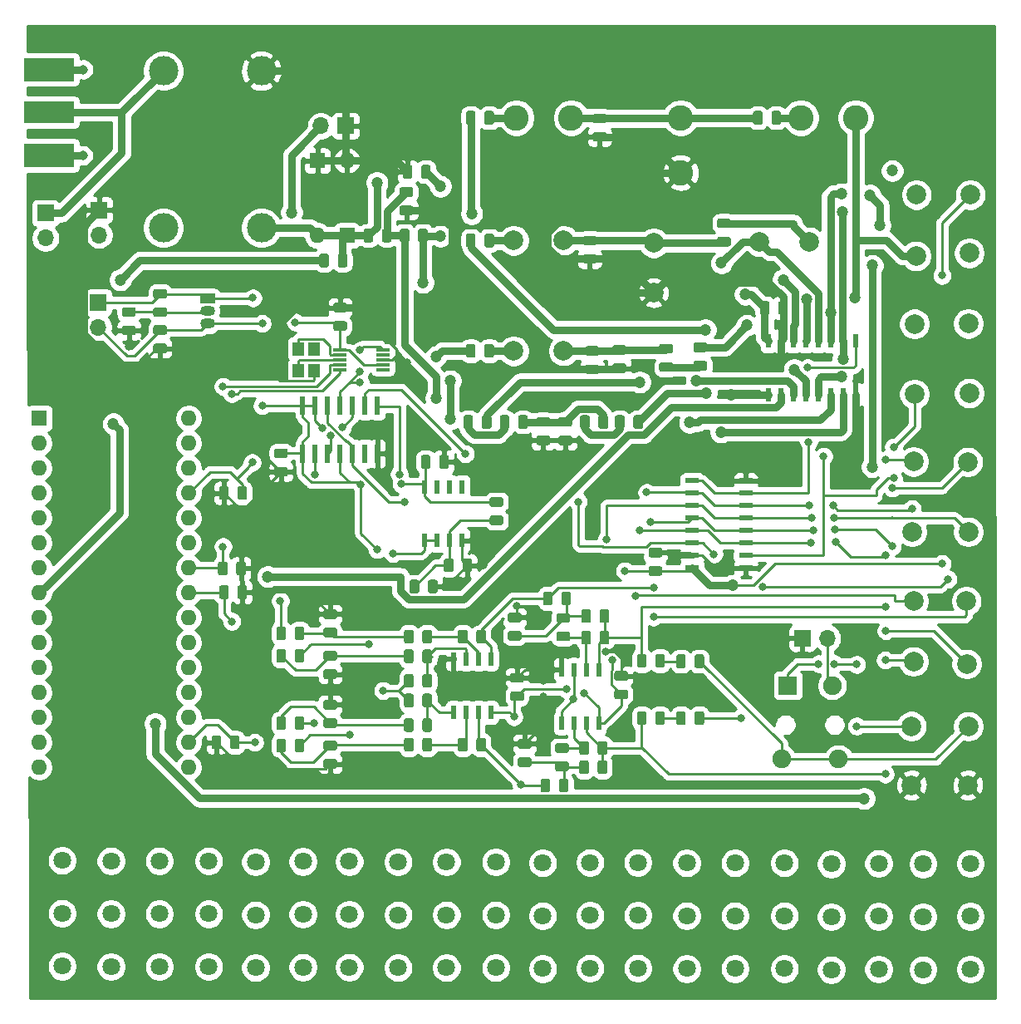
<source format=gtl>
G04 #@! TF.GenerationSoftware,KiCad,Pcbnew,(5.1.5-0)*
G04 #@! TF.CreationDate,2020-04-27T00:03:53-07:00*
G04 #@! TF.ProjectId,SDR Reciever,53445220-5265-4636-9965-7665722e6b69,rev?*
G04 #@! TF.SameCoordinates,Original*
G04 #@! TF.FileFunction,Copper,L1,Top*
G04 #@! TF.FilePolarity,Positive*
%FSLAX46Y46*%
G04 Gerber Fmt 4.6, Leading zero omitted, Abs format (unit mm)*
G04 Created by KiCad (PCBNEW (5.1.5-0)) date 2020-04-27 00:03:53*
%MOMM*%
%LPD*%
G04 APERTURE LIST*
%ADD10C,1.800000*%
%ADD11R,0.533400X1.460500*%
%ADD12C,0.100000*%
%ADD13C,2.000000*%
%ADD14O,1.700000X1.700000*%
%ADD15R,1.700000X1.700000*%
%ADD16C,1.900000*%
%ADD17R,1.900000X1.900000*%
%ADD18R,1.400000X0.300000*%
%ADD19R,0.558800X1.981200*%
%ADD20R,1.454899X0.568000*%
%ADD21R,0.568000X1.454899*%
%ADD22R,1.500000X1.050000*%
%ADD23O,1.500000X1.050000*%
%ADD24R,1.600000X1.600000*%
%ADD25O,1.600000X1.600000*%
%ADD26R,5.080000X2.290000*%
%ADD27R,5.080000X2.420000*%
%ADD28C,0.970000*%
%ADD29R,0.950000X0.460000*%
%ADD30C,2.600000*%
%ADD31C,3.000000*%
%ADD32R,1.200000X1.400000*%
%ADD33C,0.800000*%
%ADD34C,1.200000*%
%ADD35C,0.250000*%
%ADD36C,0.800000*%
%ADD37C,0.254000*%
G04 APERTURE END LIST*
D10*
X185318400Y-121615200D03*
X180492400Y-121666000D03*
X180492400Y-132435600D03*
X185318400Y-132384800D03*
X180492400Y-127050800D03*
X185318400Y-127000000D03*
X175971200Y-121615200D03*
X151434800Y-132283200D03*
X171145200Y-121666000D03*
X161340800Y-121564400D03*
X166370000Y-121564400D03*
X156413200Y-132334000D03*
X156413200Y-121564400D03*
X156413200Y-126949200D03*
X161340800Y-126949200D03*
X161340800Y-132334000D03*
X171145200Y-132435600D03*
X175971200Y-132384800D03*
X171145200Y-127050800D03*
X175971200Y-127000000D03*
X151434800Y-121513600D03*
X166370000Y-126949200D03*
X151434800Y-126898400D03*
X166370000Y-132334000D03*
X141732000Y-121564400D03*
X146558000Y-121513600D03*
X131927600Y-121462800D03*
X127000000Y-121462800D03*
X136956800Y-121462800D03*
X122021600Y-132181600D03*
X127000000Y-132232400D03*
X131927600Y-126847600D03*
X131927600Y-132232400D03*
X141732000Y-132334000D03*
X146558000Y-132283200D03*
X141732000Y-126949200D03*
X146558000Y-126898400D03*
X122021600Y-121412000D03*
X136956800Y-126847600D03*
X122021600Y-126796800D03*
X136956800Y-132232400D03*
X127000000Y-126847600D03*
X102666800Y-132130800D03*
X112471200Y-132232400D03*
X117297200Y-132181600D03*
X107696000Y-132130800D03*
X92760800Y-132080000D03*
X97739200Y-132130800D03*
X112471200Y-126847600D03*
X117297200Y-126796800D03*
X102666800Y-126746000D03*
X97739200Y-126746000D03*
X107696000Y-126746000D03*
X92760800Y-126695200D03*
X117297200Y-121412000D03*
X112471200Y-121462800D03*
X107696000Y-121361200D03*
X102666800Y-121361200D03*
X97739200Y-121361200D03*
X92760800Y-121310400D03*
D11*
X147447000Y-107308650D03*
X146177000Y-107308650D03*
X144907000Y-107308650D03*
X143637000Y-107308650D03*
X143637000Y-101860350D03*
X144907000Y-101860350D03*
X146177000Y-101860350D03*
X147447000Y-101860350D03*
X136461500Y-106229150D03*
X135191500Y-106229150D03*
X133921500Y-106229150D03*
X132651500Y-106229150D03*
X132651500Y-100780850D03*
X133921500Y-100780850D03*
X135191500Y-100780850D03*
X136461500Y-100780850D03*
G04 #@! TA.AperFunction,SMDPad,CuDef*
D12*
G36*
X139608642Y-104083174D02*
G01*
X139632303Y-104086684D01*
X139655507Y-104092496D01*
X139678029Y-104100554D01*
X139699653Y-104110782D01*
X139720170Y-104123079D01*
X139739383Y-104137329D01*
X139757107Y-104153393D01*
X139773171Y-104171117D01*
X139787421Y-104190330D01*
X139799718Y-104210847D01*
X139809946Y-104232471D01*
X139818004Y-104254993D01*
X139823816Y-104278197D01*
X139827326Y-104301858D01*
X139828500Y-104325750D01*
X139828500Y-104813250D01*
X139827326Y-104837142D01*
X139823816Y-104860803D01*
X139818004Y-104884007D01*
X139809946Y-104906529D01*
X139799718Y-104928153D01*
X139787421Y-104948670D01*
X139773171Y-104967883D01*
X139757107Y-104985607D01*
X139739383Y-105001671D01*
X139720170Y-105015921D01*
X139699653Y-105028218D01*
X139678029Y-105038446D01*
X139655507Y-105046504D01*
X139632303Y-105052316D01*
X139608642Y-105055826D01*
X139584750Y-105057000D01*
X138672250Y-105057000D01*
X138648358Y-105055826D01*
X138624697Y-105052316D01*
X138601493Y-105046504D01*
X138578971Y-105038446D01*
X138557347Y-105028218D01*
X138536830Y-105015921D01*
X138517617Y-105001671D01*
X138499893Y-104985607D01*
X138483829Y-104967883D01*
X138469579Y-104948670D01*
X138457282Y-104928153D01*
X138447054Y-104906529D01*
X138438996Y-104884007D01*
X138433184Y-104860803D01*
X138429674Y-104837142D01*
X138428500Y-104813250D01*
X138428500Y-104325750D01*
X138429674Y-104301858D01*
X138433184Y-104278197D01*
X138438996Y-104254993D01*
X138447054Y-104232471D01*
X138457282Y-104210847D01*
X138469579Y-104190330D01*
X138483829Y-104171117D01*
X138499893Y-104153393D01*
X138517617Y-104137329D01*
X138536830Y-104123079D01*
X138557347Y-104110782D01*
X138578971Y-104100554D01*
X138601493Y-104092496D01*
X138624697Y-104086684D01*
X138648358Y-104083174D01*
X138672250Y-104082000D01*
X139584750Y-104082000D01*
X139608642Y-104083174D01*
G37*
G04 #@! TD.AperFunction*
G04 #@! TA.AperFunction,SMDPad,CuDef*
G36*
X139608642Y-102208174D02*
G01*
X139632303Y-102211684D01*
X139655507Y-102217496D01*
X139678029Y-102225554D01*
X139699653Y-102235782D01*
X139720170Y-102248079D01*
X139739383Y-102262329D01*
X139757107Y-102278393D01*
X139773171Y-102296117D01*
X139787421Y-102315330D01*
X139799718Y-102335847D01*
X139809946Y-102357471D01*
X139818004Y-102379993D01*
X139823816Y-102403197D01*
X139827326Y-102426858D01*
X139828500Y-102450750D01*
X139828500Y-102938250D01*
X139827326Y-102962142D01*
X139823816Y-102985803D01*
X139818004Y-103009007D01*
X139809946Y-103031529D01*
X139799718Y-103053153D01*
X139787421Y-103073670D01*
X139773171Y-103092883D01*
X139757107Y-103110607D01*
X139739383Y-103126671D01*
X139720170Y-103140921D01*
X139699653Y-103153218D01*
X139678029Y-103163446D01*
X139655507Y-103171504D01*
X139632303Y-103177316D01*
X139608642Y-103180826D01*
X139584750Y-103182000D01*
X138672250Y-103182000D01*
X138648358Y-103180826D01*
X138624697Y-103177316D01*
X138601493Y-103171504D01*
X138578971Y-103163446D01*
X138557347Y-103153218D01*
X138536830Y-103140921D01*
X138517617Y-103126671D01*
X138499893Y-103110607D01*
X138483829Y-103092883D01*
X138469579Y-103073670D01*
X138457282Y-103053153D01*
X138447054Y-103031529D01*
X138438996Y-103009007D01*
X138433184Y-102985803D01*
X138429674Y-102962142D01*
X138428500Y-102938250D01*
X138428500Y-102450750D01*
X138429674Y-102426858D01*
X138433184Y-102403197D01*
X138438996Y-102379993D01*
X138447054Y-102357471D01*
X138457282Y-102335847D01*
X138469579Y-102315330D01*
X138483829Y-102296117D01*
X138499893Y-102278393D01*
X138517617Y-102262329D01*
X138536830Y-102248079D01*
X138557347Y-102235782D01*
X138578971Y-102225554D01*
X138601493Y-102217496D01*
X138624697Y-102211684D01*
X138648358Y-102208174D01*
X138672250Y-102207000D01*
X139584750Y-102207000D01*
X139608642Y-102208174D01*
G37*
G04 #@! TD.AperFunction*
G04 #@! TA.AperFunction,SMDPad,CuDef*
G36*
X128933642Y-92709674D02*
G01*
X128957303Y-92713184D01*
X128980507Y-92718996D01*
X129003029Y-92727054D01*
X129024653Y-92737282D01*
X129045170Y-92749579D01*
X129064383Y-92763829D01*
X129082107Y-92779893D01*
X129098171Y-92797617D01*
X129112421Y-92816830D01*
X129124718Y-92837347D01*
X129134946Y-92858971D01*
X129143004Y-92881493D01*
X129148816Y-92904697D01*
X129152326Y-92928358D01*
X129153500Y-92952250D01*
X129153500Y-93864750D01*
X129152326Y-93888642D01*
X129148816Y-93912303D01*
X129143004Y-93935507D01*
X129134946Y-93958029D01*
X129124718Y-93979653D01*
X129112421Y-94000170D01*
X129098171Y-94019383D01*
X129082107Y-94037107D01*
X129064383Y-94053171D01*
X129045170Y-94067421D01*
X129024653Y-94079718D01*
X129003029Y-94089946D01*
X128980507Y-94098004D01*
X128957303Y-94103816D01*
X128933642Y-94107326D01*
X128909750Y-94108500D01*
X128422250Y-94108500D01*
X128398358Y-94107326D01*
X128374697Y-94103816D01*
X128351493Y-94098004D01*
X128328971Y-94089946D01*
X128307347Y-94079718D01*
X128286830Y-94067421D01*
X128267617Y-94053171D01*
X128249893Y-94037107D01*
X128233829Y-94019383D01*
X128219579Y-94000170D01*
X128207282Y-93979653D01*
X128197054Y-93958029D01*
X128188996Y-93935507D01*
X128183184Y-93912303D01*
X128179674Y-93888642D01*
X128178500Y-93864750D01*
X128178500Y-92952250D01*
X128179674Y-92928358D01*
X128183184Y-92904697D01*
X128188996Y-92881493D01*
X128197054Y-92858971D01*
X128207282Y-92837347D01*
X128219579Y-92816830D01*
X128233829Y-92797617D01*
X128249893Y-92779893D01*
X128267617Y-92763829D01*
X128286830Y-92749579D01*
X128307347Y-92737282D01*
X128328971Y-92727054D01*
X128351493Y-92718996D01*
X128374697Y-92713184D01*
X128398358Y-92709674D01*
X128422250Y-92708500D01*
X128909750Y-92708500D01*
X128933642Y-92709674D01*
G37*
G04 #@! TD.AperFunction*
G04 #@! TA.AperFunction,SMDPad,CuDef*
G36*
X130808642Y-92709674D02*
G01*
X130832303Y-92713184D01*
X130855507Y-92718996D01*
X130878029Y-92727054D01*
X130899653Y-92737282D01*
X130920170Y-92749579D01*
X130939383Y-92763829D01*
X130957107Y-92779893D01*
X130973171Y-92797617D01*
X130987421Y-92816830D01*
X130999718Y-92837347D01*
X131009946Y-92858971D01*
X131018004Y-92881493D01*
X131023816Y-92904697D01*
X131027326Y-92928358D01*
X131028500Y-92952250D01*
X131028500Y-93864750D01*
X131027326Y-93888642D01*
X131023816Y-93912303D01*
X131018004Y-93935507D01*
X131009946Y-93958029D01*
X130999718Y-93979653D01*
X130987421Y-94000170D01*
X130973171Y-94019383D01*
X130957107Y-94037107D01*
X130939383Y-94053171D01*
X130920170Y-94067421D01*
X130899653Y-94079718D01*
X130878029Y-94089946D01*
X130855507Y-94098004D01*
X130832303Y-94103816D01*
X130808642Y-94107326D01*
X130784750Y-94108500D01*
X130297250Y-94108500D01*
X130273358Y-94107326D01*
X130249697Y-94103816D01*
X130226493Y-94098004D01*
X130203971Y-94089946D01*
X130182347Y-94079718D01*
X130161830Y-94067421D01*
X130142617Y-94053171D01*
X130124893Y-94037107D01*
X130108829Y-94019383D01*
X130094579Y-94000170D01*
X130082282Y-93979653D01*
X130072054Y-93958029D01*
X130063996Y-93935507D01*
X130058184Y-93912303D01*
X130054674Y-93888642D01*
X130053500Y-93864750D01*
X130053500Y-92952250D01*
X130054674Y-92928358D01*
X130058184Y-92904697D01*
X130063996Y-92881493D01*
X130072054Y-92858971D01*
X130082282Y-92837347D01*
X130094579Y-92816830D01*
X130108829Y-92797617D01*
X130124893Y-92779893D01*
X130142617Y-92763829D01*
X130161830Y-92749579D01*
X130182347Y-92737282D01*
X130203971Y-92727054D01*
X130226493Y-92718996D01*
X130249697Y-92713184D01*
X130273358Y-92709674D01*
X130297250Y-92708500D01*
X130784750Y-92708500D01*
X130808642Y-92709674D01*
G37*
G04 #@! TD.AperFunction*
G04 #@! TA.AperFunction,SMDPad,CuDef*
G36*
X137513142Y-86176174D02*
G01*
X137536803Y-86179684D01*
X137560007Y-86185496D01*
X137582529Y-86193554D01*
X137604153Y-86203782D01*
X137624670Y-86216079D01*
X137643883Y-86230329D01*
X137661607Y-86246393D01*
X137677671Y-86264117D01*
X137691921Y-86283330D01*
X137704218Y-86303847D01*
X137714446Y-86325471D01*
X137722504Y-86347993D01*
X137728316Y-86371197D01*
X137731826Y-86394858D01*
X137733000Y-86418750D01*
X137733000Y-86906250D01*
X137731826Y-86930142D01*
X137728316Y-86953803D01*
X137722504Y-86977007D01*
X137714446Y-86999529D01*
X137704218Y-87021153D01*
X137691921Y-87041670D01*
X137677671Y-87060883D01*
X137661607Y-87078607D01*
X137643883Y-87094671D01*
X137624670Y-87108921D01*
X137604153Y-87121218D01*
X137582529Y-87131446D01*
X137560007Y-87139504D01*
X137536803Y-87145316D01*
X137513142Y-87148826D01*
X137489250Y-87150000D01*
X136576750Y-87150000D01*
X136552858Y-87148826D01*
X136529197Y-87145316D01*
X136505993Y-87139504D01*
X136483471Y-87131446D01*
X136461847Y-87121218D01*
X136441330Y-87108921D01*
X136422117Y-87094671D01*
X136404393Y-87078607D01*
X136388329Y-87060883D01*
X136374079Y-87041670D01*
X136361782Y-87021153D01*
X136351554Y-86999529D01*
X136343496Y-86977007D01*
X136337684Y-86953803D01*
X136334174Y-86930142D01*
X136333000Y-86906250D01*
X136333000Y-86418750D01*
X136334174Y-86394858D01*
X136337684Y-86371197D01*
X136343496Y-86347993D01*
X136351554Y-86325471D01*
X136361782Y-86303847D01*
X136374079Y-86283330D01*
X136388329Y-86264117D01*
X136404393Y-86246393D01*
X136422117Y-86230329D01*
X136441330Y-86216079D01*
X136461847Y-86203782D01*
X136483471Y-86193554D01*
X136505993Y-86185496D01*
X136529197Y-86179684D01*
X136552858Y-86176174D01*
X136576750Y-86175000D01*
X137489250Y-86175000D01*
X137513142Y-86176174D01*
G37*
G04 #@! TD.AperFunction*
G04 #@! TA.AperFunction,SMDPad,CuDef*
G36*
X137513142Y-84301174D02*
G01*
X137536803Y-84304684D01*
X137560007Y-84310496D01*
X137582529Y-84318554D01*
X137604153Y-84328782D01*
X137624670Y-84341079D01*
X137643883Y-84355329D01*
X137661607Y-84371393D01*
X137677671Y-84389117D01*
X137691921Y-84408330D01*
X137704218Y-84428847D01*
X137714446Y-84450471D01*
X137722504Y-84472993D01*
X137728316Y-84496197D01*
X137731826Y-84519858D01*
X137733000Y-84543750D01*
X137733000Y-85031250D01*
X137731826Y-85055142D01*
X137728316Y-85078803D01*
X137722504Y-85102007D01*
X137714446Y-85124529D01*
X137704218Y-85146153D01*
X137691921Y-85166670D01*
X137677671Y-85185883D01*
X137661607Y-85203607D01*
X137643883Y-85219671D01*
X137624670Y-85233921D01*
X137604153Y-85246218D01*
X137582529Y-85256446D01*
X137560007Y-85264504D01*
X137536803Y-85270316D01*
X137513142Y-85273826D01*
X137489250Y-85275000D01*
X136576750Y-85275000D01*
X136552858Y-85273826D01*
X136529197Y-85270316D01*
X136505993Y-85264504D01*
X136483471Y-85256446D01*
X136461847Y-85246218D01*
X136441330Y-85233921D01*
X136422117Y-85219671D01*
X136404393Y-85203607D01*
X136388329Y-85185883D01*
X136374079Y-85166670D01*
X136361782Y-85146153D01*
X136351554Y-85124529D01*
X136343496Y-85102007D01*
X136337684Y-85078803D01*
X136334174Y-85055142D01*
X136333000Y-85031250D01*
X136333000Y-84543750D01*
X136334174Y-84519858D01*
X136337684Y-84496197D01*
X136343496Y-84472993D01*
X136351554Y-84450471D01*
X136361782Y-84428847D01*
X136374079Y-84408330D01*
X136388329Y-84389117D01*
X136404393Y-84371393D01*
X136422117Y-84355329D01*
X136441330Y-84341079D01*
X136461847Y-84328782D01*
X136483471Y-84318554D01*
X136505993Y-84310496D01*
X136529197Y-84304684D01*
X136552858Y-84301174D01*
X136576750Y-84300000D01*
X137489250Y-84300000D01*
X137513142Y-84301174D01*
G37*
G04 #@! TD.AperFunction*
D11*
X129730500Y-83254850D03*
X131000500Y-83254850D03*
X132270500Y-83254850D03*
X133540500Y-83254850D03*
X133540500Y-88703150D03*
X132270500Y-88703150D03*
X131000500Y-88703150D03*
X129730500Y-88703150D03*
D13*
X179324000Y-113639600D03*
D14*
X170751500Y-98679000D03*
D15*
X168211500Y-98679000D03*
D16*
X166073500Y-110982000D03*
X171873500Y-110982000D03*
D17*
X166723500Y-103482000D03*
D16*
X171223500Y-103482000D03*
D13*
X185318400Y-53492400D03*
X179324000Y-107632500D03*
X185115200Y-107645200D03*
X179527200Y-80670400D03*
X185064400Y-80721200D03*
X185115200Y-87833200D03*
X179374800Y-87833200D03*
X179527200Y-101041200D03*
X184962800Y-101295200D03*
X179527200Y-94894400D03*
X184912000Y-94894400D03*
X185216800Y-73710800D03*
X179628800Y-73812400D03*
X185115200Y-66611500D03*
X179628800Y-66649600D03*
X185216800Y-59436000D03*
X179781200Y-59740800D03*
X179832000Y-53492400D03*
X185064400Y-113639600D03*
D18*
X121053500Y-69294500D03*
X121053500Y-69794500D03*
X121053500Y-70294500D03*
X121053500Y-70794500D03*
X121053500Y-71294500D03*
X125453500Y-71294500D03*
X125453500Y-70794500D03*
X125453500Y-70294500D03*
X125453500Y-69794500D03*
X125453500Y-69294500D03*
G04 #@! TA.AperFunction,SMDPad,CuDef*
D12*
G36*
X144397642Y-93916174D02*
G01*
X144421303Y-93919684D01*
X144444507Y-93925496D01*
X144467029Y-93933554D01*
X144488653Y-93943782D01*
X144509170Y-93956079D01*
X144528383Y-93970329D01*
X144546107Y-93986393D01*
X144562171Y-94004117D01*
X144576421Y-94023330D01*
X144588718Y-94043847D01*
X144598946Y-94065471D01*
X144607004Y-94087993D01*
X144612816Y-94111197D01*
X144616326Y-94134858D01*
X144617500Y-94158750D01*
X144617500Y-95071250D01*
X144616326Y-95095142D01*
X144612816Y-95118803D01*
X144607004Y-95142007D01*
X144598946Y-95164529D01*
X144588718Y-95186153D01*
X144576421Y-95206670D01*
X144562171Y-95225883D01*
X144546107Y-95243607D01*
X144528383Y-95259671D01*
X144509170Y-95273921D01*
X144488653Y-95286218D01*
X144467029Y-95296446D01*
X144444507Y-95304504D01*
X144421303Y-95310316D01*
X144397642Y-95313826D01*
X144373750Y-95315000D01*
X143886250Y-95315000D01*
X143862358Y-95313826D01*
X143838697Y-95310316D01*
X143815493Y-95304504D01*
X143792971Y-95296446D01*
X143771347Y-95286218D01*
X143750830Y-95273921D01*
X143731617Y-95259671D01*
X143713893Y-95243607D01*
X143697829Y-95225883D01*
X143683579Y-95206670D01*
X143671282Y-95186153D01*
X143661054Y-95164529D01*
X143652996Y-95142007D01*
X143647184Y-95118803D01*
X143643674Y-95095142D01*
X143642500Y-95071250D01*
X143642500Y-94158750D01*
X143643674Y-94134858D01*
X143647184Y-94111197D01*
X143652996Y-94087993D01*
X143661054Y-94065471D01*
X143671282Y-94043847D01*
X143683579Y-94023330D01*
X143697829Y-94004117D01*
X143713893Y-93986393D01*
X143731617Y-93970329D01*
X143750830Y-93956079D01*
X143771347Y-93943782D01*
X143792971Y-93933554D01*
X143815493Y-93925496D01*
X143838697Y-93919684D01*
X143862358Y-93916174D01*
X143886250Y-93915000D01*
X144373750Y-93915000D01*
X144397642Y-93916174D01*
G37*
G04 #@! TD.AperFunction*
G04 #@! TA.AperFunction,SMDPad,CuDef*
G36*
X142522642Y-93916174D02*
G01*
X142546303Y-93919684D01*
X142569507Y-93925496D01*
X142592029Y-93933554D01*
X142613653Y-93943782D01*
X142634170Y-93956079D01*
X142653383Y-93970329D01*
X142671107Y-93986393D01*
X142687171Y-94004117D01*
X142701421Y-94023330D01*
X142713718Y-94043847D01*
X142723946Y-94065471D01*
X142732004Y-94087993D01*
X142737816Y-94111197D01*
X142741326Y-94134858D01*
X142742500Y-94158750D01*
X142742500Y-95071250D01*
X142741326Y-95095142D01*
X142737816Y-95118803D01*
X142732004Y-95142007D01*
X142723946Y-95164529D01*
X142713718Y-95186153D01*
X142701421Y-95206670D01*
X142687171Y-95225883D01*
X142671107Y-95243607D01*
X142653383Y-95259671D01*
X142634170Y-95273921D01*
X142613653Y-95286218D01*
X142592029Y-95296446D01*
X142569507Y-95304504D01*
X142546303Y-95310316D01*
X142522642Y-95313826D01*
X142498750Y-95315000D01*
X142011250Y-95315000D01*
X141987358Y-95313826D01*
X141963697Y-95310316D01*
X141940493Y-95304504D01*
X141917971Y-95296446D01*
X141896347Y-95286218D01*
X141875830Y-95273921D01*
X141856617Y-95259671D01*
X141838893Y-95243607D01*
X141822829Y-95225883D01*
X141808579Y-95206670D01*
X141796282Y-95186153D01*
X141786054Y-95164529D01*
X141777996Y-95142007D01*
X141772184Y-95118803D01*
X141768674Y-95095142D01*
X141767500Y-95071250D01*
X141767500Y-94158750D01*
X141768674Y-94134858D01*
X141772184Y-94111197D01*
X141777996Y-94087993D01*
X141786054Y-94065471D01*
X141796282Y-94043847D01*
X141808579Y-94023330D01*
X141822829Y-94004117D01*
X141838893Y-93986393D01*
X141856617Y-93970329D01*
X141875830Y-93956079D01*
X141896347Y-93943782D01*
X141917971Y-93933554D01*
X141940493Y-93925496D01*
X141963697Y-93919684D01*
X141987358Y-93916174D01*
X142011250Y-93915000D01*
X142498750Y-93915000D01*
X142522642Y-93916174D01*
G37*
G04 #@! TD.AperFunction*
D19*
X117284500Y-74942700D03*
X118554500Y-74942700D03*
X119824500Y-74942700D03*
X121094500Y-74942700D03*
X122364500Y-74942700D03*
X123634500Y-74942700D03*
X124904500Y-74942700D03*
X124904500Y-79870300D03*
X123634500Y-79870300D03*
X122364500Y-79870300D03*
X121094500Y-79870300D03*
X119824500Y-79870300D03*
X118554500Y-79870300D03*
X117284500Y-79870300D03*
D20*
X156981152Y-91503500D03*
X156981152Y-90233500D03*
X156981152Y-88963500D03*
X156981152Y-87693500D03*
X156981152Y-86423500D03*
X156981152Y-85153500D03*
X156981152Y-83883500D03*
X156981152Y-82613500D03*
X162423848Y-82613500D03*
X162423848Y-83883500D03*
X162423848Y-85153500D03*
X162423848Y-86423500D03*
X162423848Y-87693500D03*
X162423848Y-88963500D03*
X162423848Y-90233500D03*
X162423848Y-91503500D03*
D21*
X164719000Y-68398652D03*
X165989000Y-68398652D03*
X167259000Y-68398652D03*
X168529000Y-68398652D03*
X169799000Y-68398652D03*
X171069000Y-68398652D03*
X172339000Y-68398652D03*
X173609000Y-68398652D03*
X173609000Y-73841348D03*
X172339000Y-73841348D03*
X171069000Y-73841348D03*
X169799000Y-73841348D03*
X168529000Y-73841348D03*
X167259000Y-73841348D03*
X165989000Y-73841348D03*
X164719000Y-73841348D03*
G04 #@! TA.AperFunction,SMDPad,CuDef*
D12*
G36*
X103223142Y-64982174D02*
G01*
X103246803Y-64985684D01*
X103270007Y-64991496D01*
X103292529Y-64999554D01*
X103314153Y-65009782D01*
X103334670Y-65022079D01*
X103353883Y-65036329D01*
X103371607Y-65052393D01*
X103387671Y-65070117D01*
X103401921Y-65089330D01*
X103414218Y-65109847D01*
X103424446Y-65131471D01*
X103432504Y-65153993D01*
X103438316Y-65177197D01*
X103441826Y-65200858D01*
X103443000Y-65224750D01*
X103443000Y-65712250D01*
X103441826Y-65736142D01*
X103438316Y-65759803D01*
X103432504Y-65783007D01*
X103424446Y-65805529D01*
X103414218Y-65827153D01*
X103401921Y-65847670D01*
X103387671Y-65866883D01*
X103371607Y-65884607D01*
X103353883Y-65900671D01*
X103334670Y-65914921D01*
X103314153Y-65927218D01*
X103292529Y-65937446D01*
X103270007Y-65945504D01*
X103246803Y-65951316D01*
X103223142Y-65954826D01*
X103199250Y-65956000D01*
X102286750Y-65956000D01*
X102262858Y-65954826D01*
X102239197Y-65951316D01*
X102215993Y-65945504D01*
X102193471Y-65937446D01*
X102171847Y-65927218D01*
X102151330Y-65914921D01*
X102132117Y-65900671D01*
X102114393Y-65884607D01*
X102098329Y-65866883D01*
X102084079Y-65847670D01*
X102071782Y-65827153D01*
X102061554Y-65805529D01*
X102053496Y-65783007D01*
X102047684Y-65759803D01*
X102044174Y-65736142D01*
X102043000Y-65712250D01*
X102043000Y-65224750D01*
X102044174Y-65200858D01*
X102047684Y-65177197D01*
X102053496Y-65153993D01*
X102061554Y-65131471D01*
X102071782Y-65109847D01*
X102084079Y-65089330D01*
X102098329Y-65070117D01*
X102114393Y-65052393D01*
X102132117Y-65036329D01*
X102151330Y-65022079D01*
X102171847Y-65009782D01*
X102193471Y-64999554D01*
X102215993Y-64991496D01*
X102239197Y-64985684D01*
X102262858Y-64982174D01*
X102286750Y-64981000D01*
X103199250Y-64981000D01*
X103223142Y-64982174D01*
G37*
G04 #@! TD.AperFunction*
G04 #@! TA.AperFunction,SMDPad,CuDef*
G36*
X103223142Y-63107174D02*
G01*
X103246803Y-63110684D01*
X103270007Y-63116496D01*
X103292529Y-63124554D01*
X103314153Y-63134782D01*
X103334670Y-63147079D01*
X103353883Y-63161329D01*
X103371607Y-63177393D01*
X103387671Y-63195117D01*
X103401921Y-63214330D01*
X103414218Y-63234847D01*
X103424446Y-63256471D01*
X103432504Y-63278993D01*
X103438316Y-63302197D01*
X103441826Y-63325858D01*
X103443000Y-63349750D01*
X103443000Y-63837250D01*
X103441826Y-63861142D01*
X103438316Y-63884803D01*
X103432504Y-63908007D01*
X103424446Y-63930529D01*
X103414218Y-63952153D01*
X103401921Y-63972670D01*
X103387671Y-63991883D01*
X103371607Y-64009607D01*
X103353883Y-64025671D01*
X103334670Y-64039921D01*
X103314153Y-64052218D01*
X103292529Y-64062446D01*
X103270007Y-64070504D01*
X103246803Y-64076316D01*
X103223142Y-64079826D01*
X103199250Y-64081000D01*
X102286750Y-64081000D01*
X102262858Y-64079826D01*
X102239197Y-64076316D01*
X102215993Y-64070504D01*
X102193471Y-64062446D01*
X102171847Y-64052218D01*
X102151330Y-64039921D01*
X102132117Y-64025671D01*
X102114393Y-64009607D01*
X102098329Y-63991883D01*
X102084079Y-63972670D01*
X102071782Y-63952153D01*
X102061554Y-63930529D01*
X102053496Y-63908007D01*
X102047684Y-63884803D01*
X102044174Y-63861142D01*
X102043000Y-63837250D01*
X102043000Y-63349750D01*
X102044174Y-63325858D01*
X102047684Y-63302197D01*
X102053496Y-63278993D01*
X102061554Y-63256471D01*
X102071782Y-63234847D01*
X102084079Y-63214330D01*
X102098329Y-63195117D01*
X102114393Y-63177393D01*
X102132117Y-63161329D01*
X102151330Y-63147079D01*
X102171847Y-63134782D01*
X102193471Y-63124554D01*
X102215993Y-63116496D01*
X102239197Y-63110684D01*
X102262858Y-63107174D01*
X102286750Y-63106000D01*
X103199250Y-63106000D01*
X103223142Y-63107174D01*
G37*
G04 #@! TD.AperFunction*
D22*
X107569000Y-64071500D03*
D23*
X107569000Y-66611500D03*
X107569000Y-65341500D03*
G04 #@! TA.AperFunction,SMDPad,CuDef*
D12*
G36*
X150016142Y-70682174D02*
G01*
X150039803Y-70685684D01*
X150063007Y-70691496D01*
X150085529Y-70699554D01*
X150107153Y-70709782D01*
X150127670Y-70722079D01*
X150146883Y-70736329D01*
X150164607Y-70752393D01*
X150180671Y-70770117D01*
X150194921Y-70789330D01*
X150207218Y-70809847D01*
X150217446Y-70831471D01*
X150225504Y-70853993D01*
X150231316Y-70877197D01*
X150234826Y-70900858D01*
X150236000Y-70924750D01*
X150236000Y-71412250D01*
X150234826Y-71436142D01*
X150231316Y-71459803D01*
X150225504Y-71483007D01*
X150217446Y-71505529D01*
X150207218Y-71527153D01*
X150194921Y-71547670D01*
X150180671Y-71566883D01*
X150164607Y-71584607D01*
X150146883Y-71600671D01*
X150127670Y-71614921D01*
X150107153Y-71627218D01*
X150085529Y-71637446D01*
X150063007Y-71645504D01*
X150039803Y-71651316D01*
X150016142Y-71654826D01*
X149992250Y-71656000D01*
X149079750Y-71656000D01*
X149055858Y-71654826D01*
X149032197Y-71651316D01*
X149008993Y-71645504D01*
X148986471Y-71637446D01*
X148964847Y-71627218D01*
X148944330Y-71614921D01*
X148925117Y-71600671D01*
X148907393Y-71584607D01*
X148891329Y-71566883D01*
X148877079Y-71547670D01*
X148864782Y-71527153D01*
X148854554Y-71505529D01*
X148846496Y-71483007D01*
X148840684Y-71459803D01*
X148837174Y-71436142D01*
X148836000Y-71412250D01*
X148836000Y-70924750D01*
X148837174Y-70900858D01*
X148840684Y-70877197D01*
X148846496Y-70853993D01*
X148854554Y-70831471D01*
X148864782Y-70809847D01*
X148877079Y-70789330D01*
X148891329Y-70770117D01*
X148907393Y-70752393D01*
X148925117Y-70736329D01*
X148944330Y-70722079D01*
X148964847Y-70709782D01*
X148986471Y-70699554D01*
X149008993Y-70691496D01*
X149032197Y-70685684D01*
X149055858Y-70682174D01*
X149079750Y-70681000D01*
X149992250Y-70681000D01*
X150016142Y-70682174D01*
G37*
G04 #@! TD.AperFunction*
G04 #@! TA.AperFunction,SMDPad,CuDef*
G36*
X150016142Y-68807174D02*
G01*
X150039803Y-68810684D01*
X150063007Y-68816496D01*
X150085529Y-68824554D01*
X150107153Y-68834782D01*
X150127670Y-68847079D01*
X150146883Y-68861329D01*
X150164607Y-68877393D01*
X150180671Y-68895117D01*
X150194921Y-68914330D01*
X150207218Y-68934847D01*
X150217446Y-68956471D01*
X150225504Y-68978993D01*
X150231316Y-69002197D01*
X150234826Y-69025858D01*
X150236000Y-69049750D01*
X150236000Y-69537250D01*
X150234826Y-69561142D01*
X150231316Y-69584803D01*
X150225504Y-69608007D01*
X150217446Y-69630529D01*
X150207218Y-69652153D01*
X150194921Y-69672670D01*
X150180671Y-69691883D01*
X150164607Y-69709607D01*
X150146883Y-69725671D01*
X150127670Y-69739921D01*
X150107153Y-69752218D01*
X150085529Y-69762446D01*
X150063007Y-69770504D01*
X150039803Y-69776316D01*
X150016142Y-69779826D01*
X149992250Y-69781000D01*
X149079750Y-69781000D01*
X149055858Y-69779826D01*
X149032197Y-69776316D01*
X149008993Y-69770504D01*
X148986471Y-69762446D01*
X148964847Y-69752218D01*
X148944330Y-69739921D01*
X148925117Y-69725671D01*
X148907393Y-69709607D01*
X148891329Y-69691883D01*
X148877079Y-69672670D01*
X148864782Y-69652153D01*
X148854554Y-69630529D01*
X148846496Y-69608007D01*
X148840684Y-69584803D01*
X148837174Y-69561142D01*
X148836000Y-69537250D01*
X148836000Y-69049750D01*
X148837174Y-69025858D01*
X148840684Y-69002197D01*
X148846496Y-68978993D01*
X148854554Y-68956471D01*
X148864782Y-68934847D01*
X148877079Y-68914330D01*
X148891329Y-68895117D01*
X148907393Y-68877393D01*
X148925117Y-68861329D01*
X148944330Y-68847079D01*
X148964847Y-68834782D01*
X148986471Y-68824554D01*
X149008993Y-68816496D01*
X149032197Y-68810684D01*
X149055858Y-68807174D01*
X149079750Y-68806000D01*
X149992250Y-68806000D01*
X150016142Y-68807174D01*
G37*
G04 #@! TD.AperFunction*
D14*
X96456500Y-66992500D03*
D15*
X96456500Y-64452500D03*
D14*
X91059000Y-57912000D03*
D15*
X91059000Y-55372000D03*
D14*
X96520000Y-57594500D03*
D15*
X96520000Y-55054500D03*
D14*
X119126000Y-46482000D03*
D15*
X121666000Y-46482000D03*
G04 #@! TA.AperFunction,SMDPad,CuDef*
D12*
G36*
X103223142Y-68665174D02*
G01*
X103246803Y-68668684D01*
X103270007Y-68674496D01*
X103292529Y-68682554D01*
X103314153Y-68692782D01*
X103334670Y-68705079D01*
X103353883Y-68719329D01*
X103371607Y-68735393D01*
X103387671Y-68753117D01*
X103401921Y-68772330D01*
X103414218Y-68792847D01*
X103424446Y-68814471D01*
X103432504Y-68836993D01*
X103438316Y-68860197D01*
X103441826Y-68883858D01*
X103443000Y-68907750D01*
X103443000Y-69395250D01*
X103441826Y-69419142D01*
X103438316Y-69442803D01*
X103432504Y-69466007D01*
X103424446Y-69488529D01*
X103414218Y-69510153D01*
X103401921Y-69530670D01*
X103387671Y-69549883D01*
X103371607Y-69567607D01*
X103353883Y-69583671D01*
X103334670Y-69597921D01*
X103314153Y-69610218D01*
X103292529Y-69620446D01*
X103270007Y-69628504D01*
X103246803Y-69634316D01*
X103223142Y-69637826D01*
X103199250Y-69639000D01*
X102286750Y-69639000D01*
X102262858Y-69637826D01*
X102239197Y-69634316D01*
X102215993Y-69628504D01*
X102193471Y-69620446D01*
X102171847Y-69610218D01*
X102151330Y-69597921D01*
X102132117Y-69583671D01*
X102114393Y-69567607D01*
X102098329Y-69549883D01*
X102084079Y-69530670D01*
X102071782Y-69510153D01*
X102061554Y-69488529D01*
X102053496Y-69466007D01*
X102047684Y-69442803D01*
X102044174Y-69419142D01*
X102043000Y-69395250D01*
X102043000Y-68907750D01*
X102044174Y-68883858D01*
X102047684Y-68860197D01*
X102053496Y-68836993D01*
X102061554Y-68814471D01*
X102071782Y-68792847D01*
X102084079Y-68772330D01*
X102098329Y-68753117D01*
X102114393Y-68735393D01*
X102132117Y-68719329D01*
X102151330Y-68705079D01*
X102171847Y-68692782D01*
X102193471Y-68682554D01*
X102215993Y-68674496D01*
X102239197Y-68668684D01*
X102262858Y-68665174D01*
X102286750Y-68664000D01*
X103199250Y-68664000D01*
X103223142Y-68665174D01*
G37*
G04 #@! TD.AperFunction*
G04 #@! TA.AperFunction,SMDPad,CuDef*
G36*
X103223142Y-66790174D02*
G01*
X103246803Y-66793684D01*
X103270007Y-66799496D01*
X103292529Y-66807554D01*
X103314153Y-66817782D01*
X103334670Y-66830079D01*
X103353883Y-66844329D01*
X103371607Y-66860393D01*
X103387671Y-66878117D01*
X103401921Y-66897330D01*
X103414218Y-66917847D01*
X103424446Y-66939471D01*
X103432504Y-66961993D01*
X103438316Y-66985197D01*
X103441826Y-67008858D01*
X103443000Y-67032750D01*
X103443000Y-67520250D01*
X103441826Y-67544142D01*
X103438316Y-67567803D01*
X103432504Y-67591007D01*
X103424446Y-67613529D01*
X103414218Y-67635153D01*
X103401921Y-67655670D01*
X103387671Y-67674883D01*
X103371607Y-67692607D01*
X103353883Y-67708671D01*
X103334670Y-67722921D01*
X103314153Y-67735218D01*
X103292529Y-67745446D01*
X103270007Y-67753504D01*
X103246803Y-67759316D01*
X103223142Y-67762826D01*
X103199250Y-67764000D01*
X102286750Y-67764000D01*
X102262858Y-67762826D01*
X102239197Y-67759316D01*
X102215993Y-67753504D01*
X102193471Y-67745446D01*
X102171847Y-67735218D01*
X102151330Y-67722921D01*
X102132117Y-67708671D01*
X102114393Y-67692607D01*
X102098329Y-67674883D01*
X102084079Y-67655670D01*
X102071782Y-67635153D01*
X102061554Y-67613529D01*
X102053496Y-67591007D01*
X102047684Y-67567803D01*
X102044174Y-67544142D01*
X102043000Y-67520250D01*
X102043000Y-67032750D01*
X102044174Y-67008858D01*
X102047684Y-66985197D01*
X102053496Y-66961993D01*
X102061554Y-66939471D01*
X102071782Y-66917847D01*
X102084079Y-66897330D01*
X102098329Y-66878117D01*
X102114393Y-66860393D01*
X102132117Y-66844329D01*
X102151330Y-66830079D01*
X102171847Y-66817782D01*
X102193471Y-66807554D01*
X102215993Y-66799496D01*
X102239197Y-66793684D01*
X102262858Y-66790174D01*
X102286750Y-66789000D01*
X103199250Y-66789000D01*
X103223142Y-66790174D01*
G37*
G04 #@! TD.AperFunction*
G04 #@! TA.AperFunction,SMDPad,CuDef*
G36*
X100048142Y-66823674D02*
G01*
X100071803Y-66827184D01*
X100095007Y-66832996D01*
X100117529Y-66841054D01*
X100139153Y-66851282D01*
X100159670Y-66863579D01*
X100178883Y-66877829D01*
X100196607Y-66893893D01*
X100212671Y-66911617D01*
X100226921Y-66930830D01*
X100239218Y-66951347D01*
X100249446Y-66972971D01*
X100257504Y-66995493D01*
X100263316Y-67018697D01*
X100266826Y-67042358D01*
X100268000Y-67066250D01*
X100268000Y-67553750D01*
X100266826Y-67577642D01*
X100263316Y-67601303D01*
X100257504Y-67624507D01*
X100249446Y-67647029D01*
X100239218Y-67668653D01*
X100226921Y-67689170D01*
X100212671Y-67708383D01*
X100196607Y-67726107D01*
X100178883Y-67742171D01*
X100159670Y-67756421D01*
X100139153Y-67768718D01*
X100117529Y-67778946D01*
X100095007Y-67787004D01*
X100071803Y-67792816D01*
X100048142Y-67796326D01*
X100024250Y-67797500D01*
X99111750Y-67797500D01*
X99087858Y-67796326D01*
X99064197Y-67792816D01*
X99040993Y-67787004D01*
X99018471Y-67778946D01*
X98996847Y-67768718D01*
X98976330Y-67756421D01*
X98957117Y-67742171D01*
X98939393Y-67726107D01*
X98923329Y-67708383D01*
X98909079Y-67689170D01*
X98896782Y-67668653D01*
X98886554Y-67647029D01*
X98878496Y-67624507D01*
X98872684Y-67601303D01*
X98869174Y-67577642D01*
X98868000Y-67553750D01*
X98868000Y-67066250D01*
X98869174Y-67042358D01*
X98872684Y-67018697D01*
X98878496Y-66995493D01*
X98886554Y-66972971D01*
X98896782Y-66951347D01*
X98909079Y-66930830D01*
X98923329Y-66911617D01*
X98939393Y-66893893D01*
X98957117Y-66877829D01*
X98976330Y-66863579D01*
X98996847Y-66851282D01*
X99018471Y-66841054D01*
X99040993Y-66832996D01*
X99064197Y-66827184D01*
X99087858Y-66823674D01*
X99111750Y-66822500D01*
X100024250Y-66822500D01*
X100048142Y-66823674D01*
G37*
G04 #@! TD.AperFunction*
G04 #@! TA.AperFunction,SMDPad,CuDef*
G36*
X100048142Y-64948674D02*
G01*
X100071803Y-64952184D01*
X100095007Y-64957996D01*
X100117529Y-64966054D01*
X100139153Y-64976282D01*
X100159670Y-64988579D01*
X100178883Y-65002829D01*
X100196607Y-65018893D01*
X100212671Y-65036617D01*
X100226921Y-65055830D01*
X100239218Y-65076347D01*
X100249446Y-65097971D01*
X100257504Y-65120493D01*
X100263316Y-65143697D01*
X100266826Y-65167358D01*
X100268000Y-65191250D01*
X100268000Y-65678750D01*
X100266826Y-65702642D01*
X100263316Y-65726303D01*
X100257504Y-65749507D01*
X100249446Y-65772029D01*
X100239218Y-65793653D01*
X100226921Y-65814170D01*
X100212671Y-65833383D01*
X100196607Y-65851107D01*
X100178883Y-65867171D01*
X100159670Y-65881421D01*
X100139153Y-65893718D01*
X100117529Y-65903946D01*
X100095007Y-65912004D01*
X100071803Y-65917816D01*
X100048142Y-65921326D01*
X100024250Y-65922500D01*
X99111750Y-65922500D01*
X99087858Y-65921326D01*
X99064197Y-65917816D01*
X99040993Y-65912004D01*
X99018471Y-65903946D01*
X98996847Y-65893718D01*
X98976330Y-65881421D01*
X98957117Y-65867171D01*
X98939393Y-65851107D01*
X98923329Y-65833383D01*
X98909079Y-65814170D01*
X98896782Y-65793653D01*
X98886554Y-65772029D01*
X98878496Y-65749507D01*
X98872684Y-65726303D01*
X98869174Y-65702642D01*
X98868000Y-65678750D01*
X98868000Y-65191250D01*
X98869174Y-65167358D01*
X98872684Y-65143697D01*
X98878496Y-65120493D01*
X98886554Y-65097971D01*
X98896782Y-65076347D01*
X98909079Y-65055830D01*
X98923329Y-65036617D01*
X98939393Y-65018893D01*
X98957117Y-65002829D01*
X98976330Y-64988579D01*
X98996847Y-64976282D01*
X99018471Y-64966054D01*
X99040993Y-64957996D01*
X99064197Y-64952184D01*
X99087858Y-64948674D01*
X99111750Y-64947500D01*
X100024250Y-64947500D01*
X100048142Y-64948674D01*
G37*
G04 #@! TD.AperFunction*
D24*
X90424000Y-76263500D03*
D25*
X105664000Y-109283500D03*
X90424000Y-78803500D03*
X105664000Y-106743500D03*
X90424000Y-81343500D03*
X105664000Y-104203500D03*
X90424000Y-83883500D03*
X105664000Y-101663500D03*
X90424000Y-86423500D03*
X105664000Y-99123500D03*
X90424000Y-88963500D03*
X105664000Y-96583500D03*
X90424000Y-91503500D03*
X105664000Y-94043500D03*
X90424000Y-94043500D03*
X105664000Y-91503500D03*
X90424000Y-96583500D03*
X105664000Y-88963500D03*
X90424000Y-99123500D03*
X105664000Y-86423500D03*
X90424000Y-101663500D03*
X105664000Y-83883500D03*
X90424000Y-104203500D03*
X105664000Y-81343500D03*
X90424000Y-106743500D03*
X105664000Y-78803500D03*
X90424000Y-109283500D03*
X105664000Y-76263500D03*
X90424000Y-111823500D03*
X105664000Y-111823500D03*
G04 #@! TA.AperFunction,SMDPad,CuDef*
D12*
G36*
X136553642Y-44957174D02*
G01*
X136577303Y-44960684D01*
X136600507Y-44966496D01*
X136623029Y-44974554D01*
X136644653Y-44984782D01*
X136665170Y-44997079D01*
X136684383Y-45011329D01*
X136702107Y-45027393D01*
X136718171Y-45045117D01*
X136732421Y-45064330D01*
X136744718Y-45084847D01*
X136754946Y-45106471D01*
X136763004Y-45128993D01*
X136768816Y-45152197D01*
X136772326Y-45175858D01*
X136773500Y-45199750D01*
X136773500Y-46112250D01*
X136772326Y-46136142D01*
X136768816Y-46159803D01*
X136763004Y-46183007D01*
X136754946Y-46205529D01*
X136744718Y-46227153D01*
X136732421Y-46247670D01*
X136718171Y-46266883D01*
X136702107Y-46284607D01*
X136684383Y-46300671D01*
X136665170Y-46314921D01*
X136644653Y-46327218D01*
X136623029Y-46337446D01*
X136600507Y-46345504D01*
X136577303Y-46351316D01*
X136553642Y-46354826D01*
X136529750Y-46356000D01*
X136042250Y-46356000D01*
X136018358Y-46354826D01*
X135994697Y-46351316D01*
X135971493Y-46345504D01*
X135948971Y-46337446D01*
X135927347Y-46327218D01*
X135906830Y-46314921D01*
X135887617Y-46300671D01*
X135869893Y-46284607D01*
X135853829Y-46266883D01*
X135839579Y-46247670D01*
X135827282Y-46227153D01*
X135817054Y-46205529D01*
X135808996Y-46183007D01*
X135803184Y-46159803D01*
X135799674Y-46136142D01*
X135798500Y-46112250D01*
X135798500Y-45199750D01*
X135799674Y-45175858D01*
X135803184Y-45152197D01*
X135808996Y-45128993D01*
X135817054Y-45106471D01*
X135827282Y-45084847D01*
X135839579Y-45064330D01*
X135853829Y-45045117D01*
X135869893Y-45027393D01*
X135887617Y-45011329D01*
X135906830Y-44997079D01*
X135927347Y-44984782D01*
X135948971Y-44974554D01*
X135971493Y-44966496D01*
X135994697Y-44960684D01*
X136018358Y-44957174D01*
X136042250Y-44956000D01*
X136529750Y-44956000D01*
X136553642Y-44957174D01*
G37*
G04 #@! TD.AperFunction*
G04 #@! TA.AperFunction,SMDPad,CuDef*
G36*
X134678642Y-44957174D02*
G01*
X134702303Y-44960684D01*
X134725507Y-44966496D01*
X134748029Y-44974554D01*
X134769653Y-44984782D01*
X134790170Y-44997079D01*
X134809383Y-45011329D01*
X134827107Y-45027393D01*
X134843171Y-45045117D01*
X134857421Y-45064330D01*
X134869718Y-45084847D01*
X134879946Y-45106471D01*
X134888004Y-45128993D01*
X134893816Y-45152197D01*
X134897326Y-45175858D01*
X134898500Y-45199750D01*
X134898500Y-46112250D01*
X134897326Y-46136142D01*
X134893816Y-46159803D01*
X134888004Y-46183007D01*
X134879946Y-46205529D01*
X134869718Y-46227153D01*
X134857421Y-46247670D01*
X134843171Y-46266883D01*
X134827107Y-46284607D01*
X134809383Y-46300671D01*
X134790170Y-46314921D01*
X134769653Y-46327218D01*
X134748029Y-46337446D01*
X134725507Y-46345504D01*
X134702303Y-46351316D01*
X134678642Y-46354826D01*
X134654750Y-46356000D01*
X134167250Y-46356000D01*
X134143358Y-46354826D01*
X134119697Y-46351316D01*
X134096493Y-46345504D01*
X134073971Y-46337446D01*
X134052347Y-46327218D01*
X134031830Y-46314921D01*
X134012617Y-46300671D01*
X133994893Y-46284607D01*
X133978829Y-46266883D01*
X133964579Y-46247670D01*
X133952282Y-46227153D01*
X133942054Y-46205529D01*
X133933996Y-46183007D01*
X133928184Y-46159803D01*
X133924674Y-46136142D01*
X133923500Y-46112250D01*
X133923500Y-45199750D01*
X133924674Y-45175858D01*
X133928184Y-45152197D01*
X133933996Y-45128993D01*
X133942054Y-45106471D01*
X133952282Y-45084847D01*
X133964579Y-45064330D01*
X133978829Y-45045117D01*
X133994893Y-45027393D01*
X134012617Y-45011329D01*
X134031830Y-44997079D01*
X134052347Y-44984782D01*
X134073971Y-44974554D01*
X134096493Y-44966496D01*
X134119697Y-44960684D01*
X134143358Y-44957174D01*
X134167250Y-44956000D01*
X134654750Y-44956000D01*
X134678642Y-44957174D01*
G37*
G04 #@! TD.AperFunction*
G04 #@! TA.AperFunction,SMDPad,CuDef*
G36*
X148016142Y-45232174D02*
G01*
X148039803Y-45235684D01*
X148063007Y-45241496D01*
X148085529Y-45249554D01*
X148107153Y-45259782D01*
X148127670Y-45272079D01*
X148146883Y-45286329D01*
X148164607Y-45302393D01*
X148180671Y-45320117D01*
X148194921Y-45339330D01*
X148207218Y-45359847D01*
X148217446Y-45381471D01*
X148225504Y-45403993D01*
X148231316Y-45427197D01*
X148234826Y-45450858D01*
X148236000Y-45474750D01*
X148236000Y-45962250D01*
X148234826Y-45986142D01*
X148231316Y-46009803D01*
X148225504Y-46033007D01*
X148217446Y-46055529D01*
X148207218Y-46077153D01*
X148194921Y-46097670D01*
X148180671Y-46116883D01*
X148164607Y-46134607D01*
X148146883Y-46150671D01*
X148127670Y-46164921D01*
X148107153Y-46177218D01*
X148085529Y-46187446D01*
X148063007Y-46195504D01*
X148039803Y-46201316D01*
X148016142Y-46204826D01*
X147992250Y-46206000D01*
X147079750Y-46206000D01*
X147055858Y-46204826D01*
X147032197Y-46201316D01*
X147008993Y-46195504D01*
X146986471Y-46187446D01*
X146964847Y-46177218D01*
X146944330Y-46164921D01*
X146925117Y-46150671D01*
X146907393Y-46134607D01*
X146891329Y-46116883D01*
X146877079Y-46097670D01*
X146864782Y-46077153D01*
X146854554Y-46055529D01*
X146846496Y-46033007D01*
X146840684Y-46009803D01*
X146837174Y-45986142D01*
X146836000Y-45962250D01*
X146836000Y-45474750D01*
X146837174Y-45450858D01*
X146840684Y-45427197D01*
X146846496Y-45403993D01*
X146854554Y-45381471D01*
X146864782Y-45359847D01*
X146877079Y-45339330D01*
X146891329Y-45320117D01*
X146907393Y-45302393D01*
X146925117Y-45286329D01*
X146944330Y-45272079D01*
X146964847Y-45259782D01*
X146986471Y-45249554D01*
X147008993Y-45241496D01*
X147032197Y-45235684D01*
X147055858Y-45232174D01*
X147079750Y-45231000D01*
X147992250Y-45231000D01*
X148016142Y-45232174D01*
G37*
G04 #@! TD.AperFunction*
G04 #@! TA.AperFunction,SMDPad,CuDef*
G36*
X148016142Y-47107174D02*
G01*
X148039803Y-47110684D01*
X148063007Y-47116496D01*
X148085529Y-47124554D01*
X148107153Y-47134782D01*
X148127670Y-47147079D01*
X148146883Y-47161329D01*
X148164607Y-47177393D01*
X148180671Y-47195117D01*
X148194921Y-47214330D01*
X148207218Y-47234847D01*
X148217446Y-47256471D01*
X148225504Y-47278993D01*
X148231316Y-47302197D01*
X148234826Y-47325858D01*
X148236000Y-47349750D01*
X148236000Y-47837250D01*
X148234826Y-47861142D01*
X148231316Y-47884803D01*
X148225504Y-47908007D01*
X148217446Y-47930529D01*
X148207218Y-47952153D01*
X148194921Y-47972670D01*
X148180671Y-47991883D01*
X148164607Y-48009607D01*
X148146883Y-48025671D01*
X148127670Y-48039921D01*
X148107153Y-48052218D01*
X148085529Y-48062446D01*
X148063007Y-48070504D01*
X148039803Y-48076316D01*
X148016142Y-48079826D01*
X147992250Y-48081000D01*
X147079750Y-48081000D01*
X147055858Y-48079826D01*
X147032197Y-48076316D01*
X147008993Y-48070504D01*
X146986471Y-48062446D01*
X146964847Y-48052218D01*
X146944330Y-48039921D01*
X146925117Y-48025671D01*
X146907393Y-48009607D01*
X146891329Y-47991883D01*
X146877079Y-47972670D01*
X146864782Y-47952153D01*
X146854554Y-47930529D01*
X146846496Y-47908007D01*
X146840684Y-47884803D01*
X146837174Y-47861142D01*
X146836000Y-47837250D01*
X146836000Y-47349750D01*
X146837174Y-47325858D01*
X146840684Y-47302197D01*
X146846496Y-47278993D01*
X146854554Y-47256471D01*
X146864782Y-47234847D01*
X146877079Y-47214330D01*
X146891329Y-47195117D01*
X146907393Y-47177393D01*
X146925117Y-47161329D01*
X146944330Y-47147079D01*
X146964847Y-47134782D01*
X146986471Y-47124554D01*
X147008993Y-47116496D01*
X147032197Y-47110684D01*
X147055858Y-47107174D01*
X147079750Y-47106000D01*
X147992250Y-47106000D01*
X148016142Y-47107174D01*
G37*
G04 #@! TD.AperFunction*
G04 #@! TA.AperFunction,SMDPad,CuDef*
G36*
X163928642Y-44957174D02*
G01*
X163952303Y-44960684D01*
X163975507Y-44966496D01*
X163998029Y-44974554D01*
X164019653Y-44984782D01*
X164040170Y-44997079D01*
X164059383Y-45011329D01*
X164077107Y-45027393D01*
X164093171Y-45045117D01*
X164107421Y-45064330D01*
X164119718Y-45084847D01*
X164129946Y-45106471D01*
X164138004Y-45128993D01*
X164143816Y-45152197D01*
X164147326Y-45175858D01*
X164148500Y-45199750D01*
X164148500Y-46112250D01*
X164147326Y-46136142D01*
X164143816Y-46159803D01*
X164138004Y-46183007D01*
X164129946Y-46205529D01*
X164119718Y-46227153D01*
X164107421Y-46247670D01*
X164093171Y-46266883D01*
X164077107Y-46284607D01*
X164059383Y-46300671D01*
X164040170Y-46314921D01*
X164019653Y-46327218D01*
X163998029Y-46337446D01*
X163975507Y-46345504D01*
X163952303Y-46351316D01*
X163928642Y-46354826D01*
X163904750Y-46356000D01*
X163417250Y-46356000D01*
X163393358Y-46354826D01*
X163369697Y-46351316D01*
X163346493Y-46345504D01*
X163323971Y-46337446D01*
X163302347Y-46327218D01*
X163281830Y-46314921D01*
X163262617Y-46300671D01*
X163244893Y-46284607D01*
X163228829Y-46266883D01*
X163214579Y-46247670D01*
X163202282Y-46227153D01*
X163192054Y-46205529D01*
X163183996Y-46183007D01*
X163178184Y-46159803D01*
X163174674Y-46136142D01*
X163173500Y-46112250D01*
X163173500Y-45199750D01*
X163174674Y-45175858D01*
X163178184Y-45152197D01*
X163183996Y-45128993D01*
X163192054Y-45106471D01*
X163202282Y-45084847D01*
X163214579Y-45064330D01*
X163228829Y-45045117D01*
X163244893Y-45027393D01*
X163262617Y-45011329D01*
X163281830Y-44997079D01*
X163302347Y-44984782D01*
X163323971Y-44974554D01*
X163346493Y-44966496D01*
X163369697Y-44960684D01*
X163393358Y-44957174D01*
X163417250Y-44956000D01*
X163904750Y-44956000D01*
X163928642Y-44957174D01*
G37*
G04 #@! TD.AperFunction*
G04 #@! TA.AperFunction,SMDPad,CuDef*
G36*
X165803642Y-44957174D02*
G01*
X165827303Y-44960684D01*
X165850507Y-44966496D01*
X165873029Y-44974554D01*
X165894653Y-44984782D01*
X165915170Y-44997079D01*
X165934383Y-45011329D01*
X165952107Y-45027393D01*
X165968171Y-45045117D01*
X165982421Y-45064330D01*
X165994718Y-45084847D01*
X166004946Y-45106471D01*
X166013004Y-45128993D01*
X166018816Y-45152197D01*
X166022326Y-45175858D01*
X166023500Y-45199750D01*
X166023500Y-46112250D01*
X166022326Y-46136142D01*
X166018816Y-46159803D01*
X166013004Y-46183007D01*
X166004946Y-46205529D01*
X165994718Y-46227153D01*
X165982421Y-46247670D01*
X165968171Y-46266883D01*
X165952107Y-46284607D01*
X165934383Y-46300671D01*
X165915170Y-46314921D01*
X165894653Y-46327218D01*
X165873029Y-46337446D01*
X165850507Y-46345504D01*
X165827303Y-46351316D01*
X165803642Y-46354826D01*
X165779750Y-46356000D01*
X165292250Y-46356000D01*
X165268358Y-46354826D01*
X165244697Y-46351316D01*
X165221493Y-46345504D01*
X165198971Y-46337446D01*
X165177347Y-46327218D01*
X165156830Y-46314921D01*
X165137617Y-46300671D01*
X165119893Y-46284607D01*
X165103829Y-46266883D01*
X165089579Y-46247670D01*
X165077282Y-46227153D01*
X165067054Y-46205529D01*
X165058996Y-46183007D01*
X165053184Y-46159803D01*
X165049674Y-46136142D01*
X165048500Y-46112250D01*
X165048500Y-45199750D01*
X165049674Y-45175858D01*
X165053184Y-45152197D01*
X165058996Y-45128993D01*
X165067054Y-45106471D01*
X165077282Y-45084847D01*
X165089579Y-45064330D01*
X165103829Y-45045117D01*
X165119893Y-45027393D01*
X165137617Y-45011329D01*
X165156830Y-44997079D01*
X165177347Y-44984782D01*
X165198971Y-44974554D01*
X165221493Y-44966496D01*
X165244697Y-44960684D01*
X165268358Y-44957174D01*
X165292250Y-44956000D01*
X165779750Y-44956000D01*
X165803642Y-44957174D01*
G37*
G04 #@! TD.AperFunction*
G04 #@! TA.AperFunction,SMDPad,CuDef*
G36*
X136553642Y-57457174D02*
G01*
X136577303Y-57460684D01*
X136600507Y-57466496D01*
X136623029Y-57474554D01*
X136644653Y-57484782D01*
X136665170Y-57497079D01*
X136684383Y-57511329D01*
X136702107Y-57527393D01*
X136718171Y-57545117D01*
X136732421Y-57564330D01*
X136744718Y-57584847D01*
X136754946Y-57606471D01*
X136763004Y-57628993D01*
X136768816Y-57652197D01*
X136772326Y-57675858D01*
X136773500Y-57699750D01*
X136773500Y-58612250D01*
X136772326Y-58636142D01*
X136768816Y-58659803D01*
X136763004Y-58683007D01*
X136754946Y-58705529D01*
X136744718Y-58727153D01*
X136732421Y-58747670D01*
X136718171Y-58766883D01*
X136702107Y-58784607D01*
X136684383Y-58800671D01*
X136665170Y-58814921D01*
X136644653Y-58827218D01*
X136623029Y-58837446D01*
X136600507Y-58845504D01*
X136577303Y-58851316D01*
X136553642Y-58854826D01*
X136529750Y-58856000D01*
X136042250Y-58856000D01*
X136018358Y-58854826D01*
X135994697Y-58851316D01*
X135971493Y-58845504D01*
X135948971Y-58837446D01*
X135927347Y-58827218D01*
X135906830Y-58814921D01*
X135887617Y-58800671D01*
X135869893Y-58784607D01*
X135853829Y-58766883D01*
X135839579Y-58747670D01*
X135827282Y-58727153D01*
X135817054Y-58705529D01*
X135808996Y-58683007D01*
X135803184Y-58659803D01*
X135799674Y-58636142D01*
X135798500Y-58612250D01*
X135798500Y-57699750D01*
X135799674Y-57675858D01*
X135803184Y-57652197D01*
X135808996Y-57628993D01*
X135817054Y-57606471D01*
X135827282Y-57584847D01*
X135839579Y-57564330D01*
X135853829Y-57545117D01*
X135869893Y-57527393D01*
X135887617Y-57511329D01*
X135906830Y-57497079D01*
X135927347Y-57484782D01*
X135948971Y-57474554D01*
X135971493Y-57466496D01*
X135994697Y-57460684D01*
X136018358Y-57457174D01*
X136042250Y-57456000D01*
X136529750Y-57456000D01*
X136553642Y-57457174D01*
G37*
G04 #@! TD.AperFunction*
G04 #@! TA.AperFunction,SMDPad,CuDef*
G36*
X134678642Y-57457174D02*
G01*
X134702303Y-57460684D01*
X134725507Y-57466496D01*
X134748029Y-57474554D01*
X134769653Y-57484782D01*
X134790170Y-57497079D01*
X134809383Y-57511329D01*
X134827107Y-57527393D01*
X134843171Y-57545117D01*
X134857421Y-57564330D01*
X134869718Y-57584847D01*
X134879946Y-57606471D01*
X134888004Y-57628993D01*
X134893816Y-57652197D01*
X134897326Y-57675858D01*
X134898500Y-57699750D01*
X134898500Y-58612250D01*
X134897326Y-58636142D01*
X134893816Y-58659803D01*
X134888004Y-58683007D01*
X134879946Y-58705529D01*
X134869718Y-58727153D01*
X134857421Y-58747670D01*
X134843171Y-58766883D01*
X134827107Y-58784607D01*
X134809383Y-58800671D01*
X134790170Y-58814921D01*
X134769653Y-58827218D01*
X134748029Y-58837446D01*
X134725507Y-58845504D01*
X134702303Y-58851316D01*
X134678642Y-58854826D01*
X134654750Y-58856000D01*
X134167250Y-58856000D01*
X134143358Y-58854826D01*
X134119697Y-58851316D01*
X134096493Y-58845504D01*
X134073971Y-58837446D01*
X134052347Y-58827218D01*
X134031830Y-58814921D01*
X134012617Y-58800671D01*
X133994893Y-58784607D01*
X133978829Y-58766883D01*
X133964579Y-58747670D01*
X133952282Y-58727153D01*
X133942054Y-58705529D01*
X133933996Y-58683007D01*
X133928184Y-58659803D01*
X133924674Y-58636142D01*
X133923500Y-58612250D01*
X133923500Y-57699750D01*
X133924674Y-57675858D01*
X133928184Y-57652197D01*
X133933996Y-57628993D01*
X133942054Y-57606471D01*
X133952282Y-57584847D01*
X133964579Y-57564330D01*
X133978829Y-57545117D01*
X133994893Y-57527393D01*
X134012617Y-57511329D01*
X134031830Y-57497079D01*
X134052347Y-57484782D01*
X134073971Y-57474554D01*
X134096493Y-57466496D01*
X134119697Y-57460684D01*
X134143358Y-57457174D01*
X134167250Y-57456000D01*
X134654750Y-57456000D01*
X134678642Y-57457174D01*
G37*
G04 #@! TD.AperFunction*
G04 #@! TA.AperFunction,SMDPad,CuDef*
G36*
X147016142Y-57669674D02*
G01*
X147039803Y-57673184D01*
X147063007Y-57678996D01*
X147085529Y-57687054D01*
X147107153Y-57697282D01*
X147127670Y-57709579D01*
X147146883Y-57723829D01*
X147164607Y-57739893D01*
X147180671Y-57757617D01*
X147194921Y-57776830D01*
X147207218Y-57797347D01*
X147217446Y-57818971D01*
X147225504Y-57841493D01*
X147231316Y-57864697D01*
X147234826Y-57888358D01*
X147236000Y-57912250D01*
X147236000Y-58399750D01*
X147234826Y-58423642D01*
X147231316Y-58447303D01*
X147225504Y-58470507D01*
X147217446Y-58493029D01*
X147207218Y-58514653D01*
X147194921Y-58535170D01*
X147180671Y-58554383D01*
X147164607Y-58572107D01*
X147146883Y-58588171D01*
X147127670Y-58602421D01*
X147107153Y-58614718D01*
X147085529Y-58624946D01*
X147063007Y-58633004D01*
X147039803Y-58638816D01*
X147016142Y-58642326D01*
X146992250Y-58643500D01*
X146079750Y-58643500D01*
X146055858Y-58642326D01*
X146032197Y-58638816D01*
X146008993Y-58633004D01*
X145986471Y-58624946D01*
X145964847Y-58614718D01*
X145944330Y-58602421D01*
X145925117Y-58588171D01*
X145907393Y-58572107D01*
X145891329Y-58554383D01*
X145877079Y-58535170D01*
X145864782Y-58514653D01*
X145854554Y-58493029D01*
X145846496Y-58470507D01*
X145840684Y-58447303D01*
X145837174Y-58423642D01*
X145836000Y-58399750D01*
X145836000Y-57912250D01*
X145837174Y-57888358D01*
X145840684Y-57864697D01*
X145846496Y-57841493D01*
X145854554Y-57818971D01*
X145864782Y-57797347D01*
X145877079Y-57776830D01*
X145891329Y-57757617D01*
X145907393Y-57739893D01*
X145925117Y-57723829D01*
X145944330Y-57709579D01*
X145964847Y-57697282D01*
X145986471Y-57687054D01*
X146008993Y-57678996D01*
X146032197Y-57673184D01*
X146055858Y-57669674D01*
X146079750Y-57668500D01*
X146992250Y-57668500D01*
X147016142Y-57669674D01*
G37*
G04 #@! TD.AperFunction*
G04 #@! TA.AperFunction,SMDPad,CuDef*
G36*
X147016142Y-59544674D02*
G01*
X147039803Y-59548184D01*
X147063007Y-59553996D01*
X147085529Y-59562054D01*
X147107153Y-59572282D01*
X147127670Y-59584579D01*
X147146883Y-59598829D01*
X147164607Y-59614893D01*
X147180671Y-59632617D01*
X147194921Y-59651830D01*
X147207218Y-59672347D01*
X147217446Y-59693971D01*
X147225504Y-59716493D01*
X147231316Y-59739697D01*
X147234826Y-59763358D01*
X147236000Y-59787250D01*
X147236000Y-60274750D01*
X147234826Y-60298642D01*
X147231316Y-60322303D01*
X147225504Y-60345507D01*
X147217446Y-60368029D01*
X147207218Y-60389653D01*
X147194921Y-60410170D01*
X147180671Y-60429383D01*
X147164607Y-60447107D01*
X147146883Y-60463171D01*
X147127670Y-60477421D01*
X147107153Y-60489718D01*
X147085529Y-60499946D01*
X147063007Y-60508004D01*
X147039803Y-60513816D01*
X147016142Y-60517326D01*
X146992250Y-60518500D01*
X146079750Y-60518500D01*
X146055858Y-60517326D01*
X146032197Y-60513816D01*
X146008993Y-60508004D01*
X145986471Y-60499946D01*
X145964847Y-60489718D01*
X145944330Y-60477421D01*
X145925117Y-60463171D01*
X145907393Y-60447107D01*
X145891329Y-60429383D01*
X145877079Y-60410170D01*
X145864782Y-60389653D01*
X145854554Y-60368029D01*
X145846496Y-60345507D01*
X145840684Y-60322303D01*
X145837174Y-60298642D01*
X145836000Y-60274750D01*
X145836000Y-59787250D01*
X145837174Y-59763358D01*
X145840684Y-59739697D01*
X145846496Y-59716493D01*
X145854554Y-59693971D01*
X145864782Y-59672347D01*
X145877079Y-59651830D01*
X145891329Y-59632617D01*
X145907393Y-59614893D01*
X145925117Y-59598829D01*
X145944330Y-59584579D01*
X145964847Y-59572282D01*
X145986471Y-59562054D01*
X146008993Y-59553996D01*
X146032197Y-59548184D01*
X146055858Y-59544674D01*
X146079750Y-59543500D01*
X146992250Y-59543500D01*
X147016142Y-59544674D01*
G37*
G04 #@! TD.AperFunction*
G04 #@! TA.AperFunction,SMDPad,CuDef*
G36*
X152096142Y-100266174D02*
G01*
X152119803Y-100269684D01*
X152143007Y-100275496D01*
X152165529Y-100283554D01*
X152187153Y-100293782D01*
X152207670Y-100306079D01*
X152226883Y-100320329D01*
X152244607Y-100336393D01*
X152260671Y-100354117D01*
X152274921Y-100373330D01*
X152287218Y-100393847D01*
X152297446Y-100415471D01*
X152305504Y-100437993D01*
X152311316Y-100461197D01*
X152314826Y-100484858D01*
X152316000Y-100508750D01*
X152316000Y-101421250D01*
X152314826Y-101445142D01*
X152311316Y-101468803D01*
X152305504Y-101492007D01*
X152297446Y-101514529D01*
X152287218Y-101536153D01*
X152274921Y-101556670D01*
X152260671Y-101575883D01*
X152244607Y-101593607D01*
X152226883Y-101609671D01*
X152207670Y-101623921D01*
X152187153Y-101636218D01*
X152165529Y-101646446D01*
X152143007Y-101654504D01*
X152119803Y-101660316D01*
X152096142Y-101663826D01*
X152072250Y-101665000D01*
X151584750Y-101665000D01*
X151560858Y-101663826D01*
X151537197Y-101660316D01*
X151513993Y-101654504D01*
X151491471Y-101646446D01*
X151469847Y-101636218D01*
X151449330Y-101623921D01*
X151430117Y-101609671D01*
X151412393Y-101593607D01*
X151396329Y-101575883D01*
X151382079Y-101556670D01*
X151369782Y-101536153D01*
X151359554Y-101514529D01*
X151351496Y-101492007D01*
X151345684Y-101468803D01*
X151342174Y-101445142D01*
X151341000Y-101421250D01*
X151341000Y-100508750D01*
X151342174Y-100484858D01*
X151345684Y-100461197D01*
X151351496Y-100437993D01*
X151359554Y-100415471D01*
X151369782Y-100393847D01*
X151382079Y-100373330D01*
X151396329Y-100354117D01*
X151412393Y-100336393D01*
X151430117Y-100320329D01*
X151449330Y-100306079D01*
X151469847Y-100293782D01*
X151491471Y-100283554D01*
X151513993Y-100275496D01*
X151537197Y-100269684D01*
X151560858Y-100266174D01*
X151584750Y-100265000D01*
X152072250Y-100265000D01*
X152096142Y-100266174D01*
G37*
G04 #@! TD.AperFunction*
G04 #@! TA.AperFunction,SMDPad,CuDef*
G36*
X153971142Y-100266174D02*
G01*
X153994803Y-100269684D01*
X154018007Y-100275496D01*
X154040529Y-100283554D01*
X154062153Y-100293782D01*
X154082670Y-100306079D01*
X154101883Y-100320329D01*
X154119607Y-100336393D01*
X154135671Y-100354117D01*
X154149921Y-100373330D01*
X154162218Y-100393847D01*
X154172446Y-100415471D01*
X154180504Y-100437993D01*
X154186316Y-100461197D01*
X154189826Y-100484858D01*
X154191000Y-100508750D01*
X154191000Y-101421250D01*
X154189826Y-101445142D01*
X154186316Y-101468803D01*
X154180504Y-101492007D01*
X154172446Y-101514529D01*
X154162218Y-101536153D01*
X154149921Y-101556670D01*
X154135671Y-101575883D01*
X154119607Y-101593607D01*
X154101883Y-101609671D01*
X154082670Y-101623921D01*
X154062153Y-101636218D01*
X154040529Y-101646446D01*
X154018007Y-101654504D01*
X153994803Y-101660316D01*
X153971142Y-101663826D01*
X153947250Y-101665000D01*
X153459750Y-101665000D01*
X153435858Y-101663826D01*
X153412197Y-101660316D01*
X153388993Y-101654504D01*
X153366471Y-101646446D01*
X153344847Y-101636218D01*
X153324330Y-101623921D01*
X153305117Y-101609671D01*
X153287393Y-101593607D01*
X153271329Y-101575883D01*
X153257079Y-101556670D01*
X153244782Y-101536153D01*
X153234554Y-101514529D01*
X153226496Y-101492007D01*
X153220684Y-101468803D01*
X153217174Y-101445142D01*
X153216000Y-101421250D01*
X153216000Y-100508750D01*
X153217174Y-100484858D01*
X153220684Y-100461197D01*
X153226496Y-100437993D01*
X153234554Y-100415471D01*
X153244782Y-100393847D01*
X153257079Y-100373330D01*
X153271329Y-100354117D01*
X153287393Y-100336393D01*
X153305117Y-100320329D01*
X153324330Y-100306079D01*
X153344847Y-100293782D01*
X153366471Y-100283554D01*
X153388993Y-100275496D01*
X153412197Y-100269684D01*
X153435858Y-100266174D01*
X153459750Y-100265000D01*
X153947250Y-100265000D01*
X153971142Y-100266174D01*
G37*
G04 #@! TD.AperFunction*
G04 #@! TA.AperFunction,SMDPad,CuDef*
G36*
X160690642Y-57791674D02*
G01*
X160714303Y-57795184D01*
X160737507Y-57800996D01*
X160760029Y-57809054D01*
X160781653Y-57819282D01*
X160802170Y-57831579D01*
X160821383Y-57845829D01*
X160839107Y-57861893D01*
X160855171Y-57879617D01*
X160869421Y-57898830D01*
X160881718Y-57919347D01*
X160891946Y-57940971D01*
X160900004Y-57963493D01*
X160905816Y-57986697D01*
X160909326Y-58010358D01*
X160910500Y-58034250D01*
X160910500Y-58521750D01*
X160909326Y-58545642D01*
X160905816Y-58569303D01*
X160900004Y-58592507D01*
X160891946Y-58615029D01*
X160881718Y-58636653D01*
X160869421Y-58657170D01*
X160855171Y-58676383D01*
X160839107Y-58694107D01*
X160821383Y-58710171D01*
X160802170Y-58724421D01*
X160781653Y-58736718D01*
X160760029Y-58746946D01*
X160737507Y-58755004D01*
X160714303Y-58760816D01*
X160690642Y-58764326D01*
X160666750Y-58765500D01*
X159754250Y-58765500D01*
X159730358Y-58764326D01*
X159706697Y-58760816D01*
X159683493Y-58755004D01*
X159660971Y-58746946D01*
X159639347Y-58736718D01*
X159618830Y-58724421D01*
X159599617Y-58710171D01*
X159581893Y-58694107D01*
X159565829Y-58676383D01*
X159551579Y-58657170D01*
X159539282Y-58636653D01*
X159529054Y-58615029D01*
X159520996Y-58592507D01*
X159515184Y-58569303D01*
X159511674Y-58545642D01*
X159510500Y-58521750D01*
X159510500Y-58034250D01*
X159511674Y-58010358D01*
X159515184Y-57986697D01*
X159520996Y-57963493D01*
X159529054Y-57940971D01*
X159539282Y-57919347D01*
X159551579Y-57898830D01*
X159565829Y-57879617D01*
X159581893Y-57861893D01*
X159599617Y-57845829D01*
X159618830Y-57831579D01*
X159639347Y-57819282D01*
X159660971Y-57809054D01*
X159683493Y-57800996D01*
X159706697Y-57795184D01*
X159730358Y-57791674D01*
X159754250Y-57790500D01*
X160666750Y-57790500D01*
X160690642Y-57791674D01*
G37*
G04 #@! TD.AperFunction*
G04 #@! TA.AperFunction,SMDPad,CuDef*
G36*
X160690642Y-55916674D02*
G01*
X160714303Y-55920184D01*
X160737507Y-55925996D01*
X160760029Y-55934054D01*
X160781653Y-55944282D01*
X160802170Y-55956579D01*
X160821383Y-55970829D01*
X160839107Y-55986893D01*
X160855171Y-56004617D01*
X160869421Y-56023830D01*
X160881718Y-56044347D01*
X160891946Y-56065971D01*
X160900004Y-56088493D01*
X160905816Y-56111697D01*
X160909326Y-56135358D01*
X160910500Y-56159250D01*
X160910500Y-56646750D01*
X160909326Y-56670642D01*
X160905816Y-56694303D01*
X160900004Y-56717507D01*
X160891946Y-56740029D01*
X160881718Y-56761653D01*
X160869421Y-56782170D01*
X160855171Y-56801383D01*
X160839107Y-56819107D01*
X160821383Y-56835171D01*
X160802170Y-56849421D01*
X160781653Y-56861718D01*
X160760029Y-56871946D01*
X160737507Y-56880004D01*
X160714303Y-56885816D01*
X160690642Y-56889326D01*
X160666750Y-56890500D01*
X159754250Y-56890500D01*
X159730358Y-56889326D01*
X159706697Y-56885816D01*
X159683493Y-56880004D01*
X159660971Y-56871946D01*
X159639347Y-56861718D01*
X159618830Y-56849421D01*
X159599617Y-56835171D01*
X159581893Y-56819107D01*
X159565829Y-56801383D01*
X159551579Y-56782170D01*
X159539282Y-56761653D01*
X159529054Y-56740029D01*
X159520996Y-56717507D01*
X159515184Y-56694303D01*
X159511674Y-56670642D01*
X159510500Y-56646750D01*
X159510500Y-56159250D01*
X159511674Y-56135358D01*
X159515184Y-56111697D01*
X159520996Y-56088493D01*
X159529054Y-56065971D01*
X159539282Y-56044347D01*
X159551579Y-56023830D01*
X159565829Y-56004617D01*
X159581893Y-55986893D01*
X159599617Y-55970829D01*
X159618830Y-55956579D01*
X159639347Y-55944282D01*
X159660971Y-55934054D01*
X159683493Y-55925996D01*
X159706697Y-55920184D01*
X159730358Y-55916674D01*
X159754250Y-55915500D01*
X160666750Y-55915500D01*
X160690642Y-55916674D01*
G37*
G04 #@! TD.AperFunction*
G04 #@! TA.AperFunction,SMDPad,CuDef*
G36*
X136553642Y-68707174D02*
G01*
X136577303Y-68710684D01*
X136600507Y-68716496D01*
X136623029Y-68724554D01*
X136644653Y-68734782D01*
X136665170Y-68747079D01*
X136684383Y-68761329D01*
X136702107Y-68777393D01*
X136718171Y-68795117D01*
X136732421Y-68814330D01*
X136744718Y-68834847D01*
X136754946Y-68856471D01*
X136763004Y-68878993D01*
X136768816Y-68902197D01*
X136772326Y-68925858D01*
X136773500Y-68949750D01*
X136773500Y-69862250D01*
X136772326Y-69886142D01*
X136768816Y-69909803D01*
X136763004Y-69933007D01*
X136754946Y-69955529D01*
X136744718Y-69977153D01*
X136732421Y-69997670D01*
X136718171Y-70016883D01*
X136702107Y-70034607D01*
X136684383Y-70050671D01*
X136665170Y-70064921D01*
X136644653Y-70077218D01*
X136623029Y-70087446D01*
X136600507Y-70095504D01*
X136577303Y-70101316D01*
X136553642Y-70104826D01*
X136529750Y-70106000D01*
X136042250Y-70106000D01*
X136018358Y-70104826D01*
X135994697Y-70101316D01*
X135971493Y-70095504D01*
X135948971Y-70087446D01*
X135927347Y-70077218D01*
X135906830Y-70064921D01*
X135887617Y-70050671D01*
X135869893Y-70034607D01*
X135853829Y-70016883D01*
X135839579Y-69997670D01*
X135827282Y-69977153D01*
X135817054Y-69955529D01*
X135808996Y-69933007D01*
X135803184Y-69909803D01*
X135799674Y-69886142D01*
X135798500Y-69862250D01*
X135798500Y-68949750D01*
X135799674Y-68925858D01*
X135803184Y-68902197D01*
X135808996Y-68878993D01*
X135817054Y-68856471D01*
X135827282Y-68834847D01*
X135839579Y-68814330D01*
X135853829Y-68795117D01*
X135869893Y-68777393D01*
X135887617Y-68761329D01*
X135906830Y-68747079D01*
X135927347Y-68734782D01*
X135948971Y-68724554D01*
X135971493Y-68716496D01*
X135994697Y-68710684D01*
X136018358Y-68707174D01*
X136042250Y-68706000D01*
X136529750Y-68706000D01*
X136553642Y-68707174D01*
G37*
G04 #@! TD.AperFunction*
G04 #@! TA.AperFunction,SMDPad,CuDef*
G36*
X134678642Y-68707174D02*
G01*
X134702303Y-68710684D01*
X134725507Y-68716496D01*
X134748029Y-68724554D01*
X134769653Y-68734782D01*
X134790170Y-68747079D01*
X134809383Y-68761329D01*
X134827107Y-68777393D01*
X134843171Y-68795117D01*
X134857421Y-68814330D01*
X134869718Y-68834847D01*
X134879946Y-68856471D01*
X134888004Y-68878993D01*
X134893816Y-68902197D01*
X134897326Y-68925858D01*
X134898500Y-68949750D01*
X134898500Y-69862250D01*
X134897326Y-69886142D01*
X134893816Y-69909803D01*
X134888004Y-69933007D01*
X134879946Y-69955529D01*
X134869718Y-69977153D01*
X134857421Y-69997670D01*
X134843171Y-70016883D01*
X134827107Y-70034607D01*
X134809383Y-70050671D01*
X134790170Y-70064921D01*
X134769653Y-70077218D01*
X134748029Y-70087446D01*
X134725507Y-70095504D01*
X134702303Y-70101316D01*
X134678642Y-70104826D01*
X134654750Y-70106000D01*
X134167250Y-70106000D01*
X134143358Y-70104826D01*
X134119697Y-70101316D01*
X134096493Y-70095504D01*
X134073971Y-70087446D01*
X134052347Y-70077218D01*
X134031830Y-70064921D01*
X134012617Y-70050671D01*
X133994893Y-70034607D01*
X133978829Y-70016883D01*
X133964579Y-69997670D01*
X133952282Y-69977153D01*
X133942054Y-69955529D01*
X133933996Y-69933007D01*
X133928184Y-69909803D01*
X133924674Y-69886142D01*
X133923500Y-69862250D01*
X133923500Y-68949750D01*
X133924674Y-68925858D01*
X133928184Y-68902197D01*
X133933996Y-68878993D01*
X133942054Y-68856471D01*
X133952282Y-68834847D01*
X133964579Y-68814330D01*
X133978829Y-68795117D01*
X133994893Y-68777393D01*
X134012617Y-68761329D01*
X134031830Y-68747079D01*
X134052347Y-68734782D01*
X134073971Y-68724554D01*
X134096493Y-68716496D01*
X134119697Y-68710684D01*
X134143358Y-68707174D01*
X134167250Y-68706000D01*
X134654750Y-68706000D01*
X134678642Y-68707174D01*
G37*
G04 #@! TD.AperFunction*
G04 #@! TA.AperFunction,SMDPad,CuDef*
G36*
X147266142Y-68919674D02*
G01*
X147289803Y-68923184D01*
X147313007Y-68928996D01*
X147335529Y-68937054D01*
X147357153Y-68947282D01*
X147377670Y-68959579D01*
X147396883Y-68973829D01*
X147414607Y-68989893D01*
X147430671Y-69007617D01*
X147444921Y-69026830D01*
X147457218Y-69047347D01*
X147467446Y-69068971D01*
X147475504Y-69091493D01*
X147481316Y-69114697D01*
X147484826Y-69138358D01*
X147486000Y-69162250D01*
X147486000Y-69649750D01*
X147484826Y-69673642D01*
X147481316Y-69697303D01*
X147475504Y-69720507D01*
X147467446Y-69743029D01*
X147457218Y-69764653D01*
X147444921Y-69785170D01*
X147430671Y-69804383D01*
X147414607Y-69822107D01*
X147396883Y-69838171D01*
X147377670Y-69852421D01*
X147357153Y-69864718D01*
X147335529Y-69874946D01*
X147313007Y-69883004D01*
X147289803Y-69888816D01*
X147266142Y-69892326D01*
X147242250Y-69893500D01*
X146329750Y-69893500D01*
X146305858Y-69892326D01*
X146282197Y-69888816D01*
X146258993Y-69883004D01*
X146236471Y-69874946D01*
X146214847Y-69864718D01*
X146194330Y-69852421D01*
X146175117Y-69838171D01*
X146157393Y-69822107D01*
X146141329Y-69804383D01*
X146127079Y-69785170D01*
X146114782Y-69764653D01*
X146104554Y-69743029D01*
X146096496Y-69720507D01*
X146090684Y-69697303D01*
X146087174Y-69673642D01*
X146086000Y-69649750D01*
X146086000Y-69162250D01*
X146087174Y-69138358D01*
X146090684Y-69114697D01*
X146096496Y-69091493D01*
X146104554Y-69068971D01*
X146114782Y-69047347D01*
X146127079Y-69026830D01*
X146141329Y-69007617D01*
X146157393Y-68989893D01*
X146175117Y-68973829D01*
X146194330Y-68959579D01*
X146214847Y-68947282D01*
X146236471Y-68937054D01*
X146258993Y-68928996D01*
X146282197Y-68923184D01*
X146305858Y-68919674D01*
X146329750Y-68918500D01*
X147242250Y-68918500D01*
X147266142Y-68919674D01*
G37*
G04 #@! TD.AperFunction*
G04 #@! TA.AperFunction,SMDPad,CuDef*
G36*
X147266142Y-70794674D02*
G01*
X147289803Y-70798184D01*
X147313007Y-70803996D01*
X147335529Y-70812054D01*
X147357153Y-70822282D01*
X147377670Y-70834579D01*
X147396883Y-70848829D01*
X147414607Y-70864893D01*
X147430671Y-70882617D01*
X147444921Y-70901830D01*
X147457218Y-70922347D01*
X147467446Y-70943971D01*
X147475504Y-70966493D01*
X147481316Y-70989697D01*
X147484826Y-71013358D01*
X147486000Y-71037250D01*
X147486000Y-71524750D01*
X147484826Y-71548642D01*
X147481316Y-71572303D01*
X147475504Y-71595507D01*
X147467446Y-71618029D01*
X147457218Y-71639653D01*
X147444921Y-71660170D01*
X147430671Y-71679383D01*
X147414607Y-71697107D01*
X147396883Y-71713171D01*
X147377670Y-71727421D01*
X147357153Y-71739718D01*
X147335529Y-71749946D01*
X147313007Y-71758004D01*
X147289803Y-71763816D01*
X147266142Y-71767326D01*
X147242250Y-71768500D01*
X146329750Y-71768500D01*
X146305858Y-71767326D01*
X146282197Y-71763816D01*
X146258993Y-71758004D01*
X146236471Y-71749946D01*
X146214847Y-71739718D01*
X146194330Y-71727421D01*
X146175117Y-71713171D01*
X146157393Y-71697107D01*
X146141329Y-71679383D01*
X146127079Y-71660170D01*
X146114782Y-71639653D01*
X146104554Y-71618029D01*
X146096496Y-71595507D01*
X146090684Y-71572303D01*
X146087174Y-71548642D01*
X146086000Y-71524750D01*
X146086000Y-71037250D01*
X146087174Y-71013358D01*
X146090684Y-70989697D01*
X146096496Y-70966493D01*
X146104554Y-70943971D01*
X146114782Y-70922347D01*
X146127079Y-70901830D01*
X146141329Y-70882617D01*
X146157393Y-70864893D01*
X146175117Y-70848829D01*
X146194330Y-70834579D01*
X146214847Y-70822282D01*
X146236471Y-70812054D01*
X146258993Y-70803996D01*
X146282197Y-70798184D01*
X146305858Y-70794674D01*
X146329750Y-70793500D01*
X147242250Y-70793500D01*
X147266142Y-70794674D01*
G37*
G04 #@! TD.AperFunction*
G04 #@! TA.AperFunction,SMDPad,CuDef*
G36*
X154785142Y-70570174D02*
G01*
X154808803Y-70573684D01*
X154832007Y-70579496D01*
X154854529Y-70587554D01*
X154876153Y-70597782D01*
X154896670Y-70610079D01*
X154915883Y-70624329D01*
X154933607Y-70640393D01*
X154949671Y-70658117D01*
X154963921Y-70677330D01*
X154976218Y-70697847D01*
X154986446Y-70719471D01*
X154994504Y-70741993D01*
X155000316Y-70765197D01*
X155003826Y-70788858D01*
X155005000Y-70812750D01*
X155005000Y-71300250D01*
X155003826Y-71324142D01*
X155000316Y-71347803D01*
X154994504Y-71371007D01*
X154986446Y-71393529D01*
X154976218Y-71415153D01*
X154963921Y-71435670D01*
X154949671Y-71454883D01*
X154933607Y-71472607D01*
X154915883Y-71488671D01*
X154896670Y-71502921D01*
X154876153Y-71515218D01*
X154854529Y-71525446D01*
X154832007Y-71533504D01*
X154808803Y-71539316D01*
X154785142Y-71542826D01*
X154761250Y-71544000D01*
X153848750Y-71544000D01*
X153824858Y-71542826D01*
X153801197Y-71539316D01*
X153777993Y-71533504D01*
X153755471Y-71525446D01*
X153733847Y-71515218D01*
X153713330Y-71502921D01*
X153694117Y-71488671D01*
X153676393Y-71472607D01*
X153660329Y-71454883D01*
X153646079Y-71435670D01*
X153633782Y-71415153D01*
X153623554Y-71393529D01*
X153615496Y-71371007D01*
X153609684Y-71347803D01*
X153606174Y-71324142D01*
X153605000Y-71300250D01*
X153605000Y-70812750D01*
X153606174Y-70788858D01*
X153609684Y-70765197D01*
X153615496Y-70741993D01*
X153623554Y-70719471D01*
X153633782Y-70697847D01*
X153646079Y-70677330D01*
X153660329Y-70658117D01*
X153676393Y-70640393D01*
X153694117Y-70624329D01*
X153713330Y-70610079D01*
X153733847Y-70597782D01*
X153755471Y-70587554D01*
X153777993Y-70579496D01*
X153801197Y-70573684D01*
X153824858Y-70570174D01*
X153848750Y-70569000D01*
X154761250Y-70569000D01*
X154785142Y-70570174D01*
G37*
G04 #@! TD.AperFunction*
G04 #@! TA.AperFunction,SMDPad,CuDef*
G36*
X154785142Y-68695174D02*
G01*
X154808803Y-68698684D01*
X154832007Y-68704496D01*
X154854529Y-68712554D01*
X154876153Y-68722782D01*
X154896670Y-68735079D01*
X154915883Y-68749329D01*
X154933607Y-68765393D01*
X154949671Y-68783117D01*
X154963921Y-68802330D01*
X154976218Y-68822847D01*
X154986446Y-68844471D01*
X154994504Y-68866993D01*
X155000316Y-68890197D01*
X155003826Y-68913858D01*
X155005000Y-68937750D01*
X155005000Y-69425250D01*
X155003826Y-69449142D01*
X155000316Y-69472803D01*
X154994504Y-69496007D01*
X154986446Y-69518529D01*
X154976218Y-69540153D01*
X154963921Y-69560670D01*
X154949671Y-69579883D01*
X154933607Y-69597607D01*
X154915883Y-69613671D01*
X154896670Y-69627921D01*
X154876153Y-69640218D01*
X154854529Y-69650446D01*
X154832007Y-69658504D01*
X154808803Y-69664316D01*
X154785142Y-69667826D01*
X154761250Y-69669000D01*
X153848750Y-69669000D01*
X153824858Y-69667826D01*
X153801197Y-69664316D01*
X153777993Y-69658504D01*
X153755471Y-69650446D01*
X153733847Y-69640218D01*
X153713330Y-69627921D01*
X153694117Y-69613671D01*
X153676393Y-69597607D01*
X153660329Y-69579883D01*
X153646079Y-69560670D01*
X153633782Y-69540153D01*
X153623554Y-69518529D01*
X153615496Y-69496007D01*
X153609684Y-69472803D01*
X153606174Y-69449142D01*
X153605000Y-69425250D01*
X153605000Y-68937750D01*
X153606174Y-68913858D01*
X153609684Y-68890197D01*
X153615496Y-68866993D01*
X153623554Y-68844471D01*
X153633782Y-68822847D01*
X153646079Y-68802330D01*
X153660329Y-68783117D01*
X153676393Y-68765393D01*
X153694117Y-68749329D01*
X153713330Y-68735079D01*
X153733847Y-68722782D01*
X153755471Y-68712554D01*
X153777993Y-68704496D01*
X153801197Y-68698684D01*
X153824858Y-68695174D01*
X153848750Y-68694000D01*
X154761250Y-68694000D01*
X154785142Y-68695174D01*
G37*
G04 #@! TD.AperFunction*
G04 #@! TA.AperFunction,SMDPad,CuDef*
G36*
X134424642Y-75945174D02*
G01*
X134448303Y-75948684D01*
X134471507Y-75954496D01*
X134494029Y-75962554D01*
X134515653Y-75972782D01*
X134536170Y-75985079D01*
X134555383Y-75999329D01*
X134573107Y-76015393D01*
X134589171Y-76033117D01*
X134603421Y-76052330D01*
X134615718Y-76072847D01*
X134625946Y-76094471D01*
X134634004Y-76116993D01*
X134639816Y-76140197D01*
X134643326Y-76163858D01*
X134644500Y-76187750D01*
X134644500Y-77100250D01*
X134643326Y-77124142D01*
X134639816Y-77147803D01*
X134634004Y-77171007D01*
X134625946Y-77193529D01*
X134615718Y-77215153D01*
X134603421Y-77235670D01*
X134589171Y-77254883D01*
X134573107Y-77272607D01*
X134555383Y-77288671D01*
X134536170Y-77302921D01*
X134515653Y-77315218D01*
X134494029Y-77325446D01*
X134471507Y-77333504D01*
X134448303Y-77339316D01*
X134424642Y-77342826D01*
X134400750Y-77344000D01*
X133913250Y-77344000D01*
X133889358Y-77342826D01*
X133865697Y-77339316D01*
X133842493Y-77333504D01*
X133819971Y-77325446D01*
X133798347Y-77315218D01*
X133777830Y-77302921D01*
X133758617Y-77288671D01*
X133740893Y-77272607D01*
X133724829Y-77254883D01*
X133710579Y-77235670D01*
X133698282Y-77215153D01*
X133688054Y-77193529D01*
X133679996Y-77171007D01*
X133674184Y-77147803D01*
X133670674Y-77124142D01*
X133669500Y-77100250D01*
X133669500Y-76187750D01*
X133670674Y-76163858D01*
X133674184Y-76140197D01*
X133679996Y-76116993D01*
X133688054Y-76094471D01*
X133698282Y-76072847D01*
X133710579Y-76052330D01*
X133724829Y-76033117D01*
X133740893Y-76015393D01*
X133758617Y-75999329D01*
X133777830Y-75985079D01*
X133798347Y-75972782D01*
X133819971Y-75962554D01*
X133842493Y-75954496D01*
X133865697Y-75948684D01*
X133889358Y-75945174D01*
X133913250Y-75944000D01*
X134400750Y-75944000D01*
X134424642Y-75945174D01*
G37*
G04 #@! TD.AperFunction*
G04 #@! TA.AperFunction,SMDPad,CuDef*
G36*
X136299642Y-75945174D02*
G01*
X136323303Y-75948684D01*
X136346507Y-75954496D01*
X136369029Y-75962554D01*
X136390653Y-75972782D01*
X136411170Y-75985079D01*
X136430383Y-75999329D01*
X136448107Y-76015393D01*
X136464171Y-76033117D01*
X136478421Y-76052330D01*
X136490718Y-76072847D01*
X136500946Y-76094471D01*
X136509004Y-76116993D01*
X136514816Y-76140197D01*
X136518326Y-76163858D01*
X136519500Y-76187750D01*
X136519500Y-77100250D01*
X136518326Y-77124142D01*
X136514816Y-77147803D01*
X136509004Y-77171007D01*
X136500946Y-77193529D01*
X136490718Y-77215153D01*
X136478421Y-77235670D01*
X136464171Y-77254883D01*
X136448107Y-77272607D01*
X136430383Y-77288671D01*
X136411170Y-77302921D01*
X136390653Y-77315218D01*
X136369029Y-77325446D01*
X136346507Y-77333504D01*
X136323303Y-77339316D01*
X136299642Y-77342826D01*
X136275750Y-77344000D01*
X135788250Y-77344000D01*
X135764358Y-77342826D01*
X135740697Y-77339316D01*
X135717493Y-77333504D01*
X135694971Y-77325446D01*
X135673347Y-77315218D01*
X135652830Y-77302921D01*
X135633617Y-77288671D01*
X135615893Y-77272607D01*
X135599829Y-77254883D01*
X135585579Y-77235670D01*
X135573282Y-77215153D01*
X135563054Y-77193529D01*
X135554996Y-77171007D01*
X135549184Y-77147803D01*
X135545674Y-77124142D01*
X135544500Y-77100250D01*
X135544500Y-76187750D01*
X135545674Y-76163858D01*
X135549184Y-76140197D01*
X135554996Y-76116993D01*
X135563054Y-76094471D01*
X135573282Y-76072847D01*
X135585579Y-76052330D01*
X135599829Y-76033117D01*
X135615893Y-76015393D01*
X135633617Y-75999329D01*
X135652830Y-75985079D01*
X135673347Y-75972782D01*
X135694971Y-75962554D01*
X135717493Y-75954496D01*
X135740697Y-75948684D01*
X135764358Y-75945174D01*
X135788250Y-75944000D01*
X136275750Y-75944000D01*
X136299642Y-75945174D01*
G37*
G04 #@! TD.AperFunction*
G04 #@! TA.AperFunction,SMDPad,CuDef*
G36*
X142262142Y-76157674D02*
G01*
X142285803Y-76161184D01*
X142309007Y-76166996D01*
X142331529Y-76175054D01*
X142353153Y-76185282D01*
X142373670Y-76197579D01*
X142392883Y-76211829D01*
X142410607Y-76227893D01*
X142426671Y-76245617D01*
X142440921Y-76264830D01*
X142453218Y-76285347D01*
X142463446Y-76306971D01*
X142471504Y-76329493D01*
X142477316Y-76352697D01*
X142480826Y-76376358D01*
X142482000Y-76400250D01*
X142482000Y-76887750D01*
X142480826Y-76911642D01*
X142477316Y-76935303D01*
X142471504Y-76958507D01*
X142463446Y-76981029D01*
X142453218Y-77002653D01*
X142440921Y-77023170D01*
X142426671Y-77042383D01*
X142410607Y-77060107D01*
X142392883Y-77076171D01*
X142373670Y-77090421D01*
X142353153Y-77102718D01*
X142331529Y-77112946D01*
X142309007Y-77121004D01*
X142285803Y-77126816D01*
X142262142Y-77130326D01*
X142238250Y-77131500D01*
X141325750Y-77131500D01*
X141301858Y-77130326D01*
X141278197Y-77126816D01*
X141254993Y-77121004D01*
X141232471Y-77112946D01*
X141210847Y-77102718D01*
X141190330Y-77090421D01*
X141171117Y-77076171D01*
X141153393Y-77060107D01*
X141137329Y-77042383D01*
X141123079Y-77023170D01*
X141110782Y-77002653D01*
X141100554Y-76981029D01*
X141092496Y-76958507D01*
X141086684Y-76935303D01*
X141083174Y-76911642D01*
X141082000Y-76887750D01*
X141082000Y-76400250D01*
X141083174Y-76376358D01*
X141086684Y-76352697D01*
X141092496Y-76329493D01*
X141100554Y-76306971D01*
X141110782Y-76285347D01*
X141123079Y-76264830D01*
X141137329Y-76245617D01*
X141153393Y-76227893D01*
X141171117Y-76211829D01*
X141190330Y-76197579D01*
X141210847Y-76185282D01*
X141232471Y-76175054D01*
X141254993Y-76166996D01*
X141278197Y-76161184D01*
X141301858Y-76157674D01*
X141325750Y-76156500D01*
X142238250Y-76156500D01*
X142262142Y-76157674D01*
G37*
G04 #@! TD.AperFunction*
G04 #@! TA.AperFunction,SMDPad,CuDef*
G36*
X142262142Y-78032674D02*
G01*
X142285803Y-78036184D01*
X142309007Y-78041996D01*
X142331529Y-78050054D01*
X142353153Y-78060282D01*
X142373670Y-78072579D01*
X142392883Y-78086829D01*
X142410607Y-78102893D01*
X142426671Y-78120617D01*
X142440921Y-78139830D01*
X142453218Y-78160347D01*
X142463446Y-78181971D01*
X142471504Y-78204493D01*
X142477316Y-78227697D01*
X142480826Y-78251358D01*
X142482000Y-78275250D01*
X142482000Y-78762750D01*
X142480826Y-78786642D01*
X142477316Y-78810303D01*
X142471504Y-78833507D01*
X142463446Y-78856029D01*
X142453218Y-78877653D01*
X142440921Y-78898170D01*
X142426671Y-78917383D01*
X142410607Y-78935107D01*
X142392883Y-78951171D01*
X142373670Y-78965421D01*
X142353153Y-78977718D01*
X142331529Y-78987946D01*
X142309007Y-78996004D01*
X142285803Y-79001816D01*
X142262142Y-79005326D01*
X142238250Y-79006500D01*
X141325750Y-79006500D01*
X141301858Y-79005326D01*
X141278197Y-79001816D01*
X141254993Y-78996004D01*
X141232471Y-78987946D01*
X141210847Y-78977718D01*
X141190330Y-78965421D01*
X141171117Y-78951171D01*
X141153393Y-78935107D01*
X141137329Y-78917383D01*
X141123079Y-78898170D01*
X141110782Y-78877653D01*
X141100554Y-78856029D01*
X141092496Y-78833507D01*
X141086684Y-78810303D01*
X141083174Y-78786642D01*
X141082000Y-78762750D01*
X141082000Y-78275250D01*
X141083174Y-78251358D01*
X141086684Y-78227697D01*
X141092496Y-78204493D01*
X141100554Y-78181971D01*
X141110782Y-78160347D01*
X141123079Y-78139830D01*
X141137329Y-78120617D01*
X141153393Y-78102893D01*
X141171117Y-78086829D01*
X141190330Y-78072579D01*
X141210847Y-78060282D01*
X141232471Y-78050054D01*
X141254993Y-78041996D01*
X141278197Y-78036184D01*
X141301858Y-78032674D01*
X141325750Y-78031500D01*
X142238250Y-78031500D01*
X142262142Y-78032674D01*
G37*
G04 #@! TD.AperFunction*
G04 #@! TA.AperFunction,SMDPad,CuDef*
G36*
X148174642Y-75945174D02*
G01*
X148198303Y-75948684D01*
X148221507Y-75954496D01*
X148244029Y-75962554D01*
X148265653Y-75972782D01*
X148286170Y-75985079D01*
X148305383Y-75999329D01*
X148323107Y-76015393D01*
X148339171Y-76033117D01*
X148353421Y-76052330D01*
X148365718Y-76072847D01*
X148375946Y-76094471D01*
X148384004Y-76116993D01*
X148389816Y-76140197D01*
X148393326Y-76163858D01*
X148394500Y-76187750D01*
X148394500Y-77100250D01*
X148393326Y-77124142D01*
X148389816Y-77147803D01*
X148384004Y-77171007D01*
X148375946Y-77193529D01*
X148365718Y-77215153D01*
X148353421Y-77235670D01*
X148339171Y-77254883D01*
X148323107Y-77272607D01*
X148305383Y-77288671D01*
X148286170Y-77302921D01*
X148265653Y-77315218D01*
X148244029Y-77325446D01*
X148221507Y-77333504D01*
X148198303Y-77339316D01*
X148174642Y-77342826D01*
X148150750Y-77344000D01*
X147663250Y-77344000D01*
X147639358Y-77342826D01*
X147615697Y-77339316D01*
X147592493Y-77333504D01*
X147569971Y-77325446D01*
X147548347Y-77315218D01*
X147527830Y-77302921D01*
X147508617Y-77288671D01*
X147490893Y-77272607D01*
X147474829Y-77254883D01*
X147460579Y-77235670D01*
X147448282Y-77215153D01*
X147438054Y-77193529D01*
X147429996Y-77171007D01*
X147424184Y-77147803D01*
X147420674Y-77124142D01*
X147419500Y-77100250D01*
X147419500Y-76187750D01*
X147420674Y-76163858D01*
X147424184Y-76140197D01*
X147429996Y-76116993D01*
X147438054Y-76094471D01*
X147448282Y-76072847D01*
X147460579Y-76052330D01*
X147474829Y-76033117D01*
X147490893Y-76015393D01*
X147508617Y-75999329D01*
X147527830Y-75985079D01*
X147548347Y-75972782D01*
X147569971Y-75962554D01*
X147592493Y-75954496D01*
X147615697Y-75948684D01*
X147639358Y-75945174D01*
X147663250Y-75944000D01*
X148150750Y-75944000D01*
X148174642Y-75945174D01*
G37*
G04 #@! TD.AperFunction*
G04 #@! TA.AperFunction,SMDPad,CuDef*
G36*
X146299642Y-75945174D02*
G01*
X146323303Y-75948684D01*
X146346507Y-75954496D01*
X146369029Y-75962554D01*
X146390653Y-75972782D01*
X146411170Y-75985079D01*
X146430383Y-75999329D01*
X146448107Y-76015393D01*
X146464171Y-76033117D01*
X146478421Y-76052330D01*
X146490718Y-76072847D01*
X146500946Y-76094471D01*
X146509004Y-76116993D01*
X146514816Y-76140197D01*
X146518326Y-76163858D01*
X146519500Y-76187750D01*
X146519500Y-77100250D01*
X146518326Y-77124142D01*
X146514816Y-77147803D01*
X146509004Y-77171007D01*
X146500946Y-77193529D01*
X146490718Y-77215153D01*
X146478421Y-77235670D01*
X146464171Y-77254883D01*
X146448107Y-77272607D01*
X146430383Y-77288671D01*
X146411170Y-77302921D01*
X146390653Y-77315218D01*
X146369029Y-77325446D01*
X146346507Y-77333504D01*
X146323303Y-77339316D01*
X146299642Y-77342826D01*
X146275750Y-77344000D01*
X145788250Y-77344000D01*
X145764358Y-77342826D01*
X145740697Y-77339316D01*
X145717493Y-77333504D01*
X145694971Y-77325446D01*
X145673347Y-77315218D01*
X145652830Y-77302921D01*
X145633617Y-77288671D01*
X145615893Y-77272607D01*
X145599829Y-77254883D01*
X145585579Y-77235670D01*
X145573282Y-77215153D01*
X145563054Y-77193529D01*
X145554996Y-77171007D01*
X145549184Y-77147803D01*
X145545674Y-77124142D01*
X145544500Y-77100250D01*
X145544500Y-76187750D01*
X145545674Y-76163858D01*
X145549184Y-76140197D01*
X145554996Y-76116993D01*
X145563054Y-76094471D01*
X145573282Y-76072847D01*
X145585579Y-76052330D01*
X145599829Y-76033117D01*
X145615893Y-76015393D01*
X145633617Y-75999329D01*
X145652830Y-75985079D01*
X145673347Y-75972782D01*
X145694971Y-75962554D01*
X145717493Y-75954496D01*
X145740697Y-75948684D01*
X145764358Y-75945174D01*
X145788250Y-75944000D01*
X146275750Y-75944000D01*
X146299642Y-75945174D01*
G37*
G04 #@! TD.AperFunction*
G04 #@! TA.AperFunction,SMDPad,CuDef*
G36*
X128226642Y-50457174D02*
G01*
X128250303Y-50460684D01*
X128273507Y-50466496D01*
X128296029Y-50474554D01*
X128317653Y-50484782D01*
X128338170Y-50497079D01*
X128357383Y-50511329D01*
X128375107Y-50527393D01*
X128391171Y-50545117D01*
X128405421Y-50564330D01*
X128417718Y-50584847D01*
X128427946Y-50606471D01*
X128436004Y-50628993D01*
X128441816Y-50652197D01*
X128445326Y-50675858D01*
X128446500Y-50699750D01*
X128446500Y-51612250D01*
X128445326Y-51636142D01*
X128441816Y-51659803D01*
X128436004Y-51683007D01*
X128427946Y-51705529D01*
X128417718Y-51727153D01*
X128405421Y-51747670D01*
X128391171Y-51766883D01*
X128375107Y-51784607D01*
X128357383Y-51800671D01*
X128338170Y-51814921D01*
X128317653Y-51827218D01*
X128296029Y-51837446D01*
X128273507Y-51845504D01*
X128250303Y-51851316D01*
X128226642Y-51854826D01*
X128202750Y-51856000D01*
X127715250Y-51856000D01*
X127691358Y-51854826D01*
X127667697Y-51851316D01*
X127644493Y-51845504D01*
X127621971Y-51837446D01*
X127600347Y-51827218D01*
X127579830Y-51814921D01*
X127560617Y-51800671D01*
X127542893Y-51784607D01*
X127526829Y-51766883D01*
X127512579Y-51747670D01*
X127500282Y-51727153D01*
X127490054Y-51705529D01*
X127481996Y-51683007D01*
X127476184Y-51659803D01*
X127472674Y-51636142D01*
X127471500Y-51612250D01*
X127471500Y-50699750D01*
X127472674Y-50675858D01*
X127476184Y-50652197D01*
X127481996Y-50628993D01*
X127490054Y-50606471D01*
X127500282Y-50584847D01*
X127512579Y-50564330D01*
X127526829Y-50545117D01*
X127542893Y-50527393D01*
X127560617Y-50511329D01*
X127579830Y-50497079D01*
X127600347Y-50484782D01*
X127621971Y-50474554D01*
X127644493Y-50466496D01*
X127667697Y-50460684D01*
X127691358Y-50457174D01*
X127715250Y-50456000D01*
X128202750Y-50456000D01*
X128226642Y-50457174D01*
G37*
G04 #@! TD.AperFunction*
G04 #@! TA.AperFunction,SMDPad,CuDef*
G36*
X130101642Y-50457174D02*
G01*
X130125303Y-50460684D01*
X130148507Y-50466496D01*
X130171029Y-50474554D01*
X130192653Y-50484782D01*
X130213170Y-50497079D01*
X130232383Y-50511329D01*
X130250107Y-50527393D01*
X130266171Y-50545117D01*
X130280421Y-50564330D01*
X130292718Y-50584847D01*
X130302946Y-50606471D01*
X130311004Y-50628993D01*
X130316816Y-50652197D01*
X130320326Y-50675858D01*
X130321500Y-50699750D01*
X130321500Y-51612250D01*
X130320326Y-51636142D01*
X130316816Y-51659803D01*
X130311004Y-51683007D01*
X130302946Y-51705529D01*
X130292718Y-51727153D01*
X130280421Y-51747670D01*
X130266171Y-51766883D01*
X130250107Y-51784607D01*
X130232383Y-51800671D01*
X130213170Y-51814921D01*
X130192653Y-51827218D01*
X130171029Y-51837446D01*
X130148507Y-51845504D01*
X130125303Y-51851316D01*
X130101642Y-51854826D01*
X130077750Y-51856000D01*
X129590250Y-51856000D01*
X129566358Y-51854826D01*
X129542697Y-51851316D01*
X129519493Y-51845504D01*
X129496971Y-51837446D01*
X129475347Y-51827218D01*
X129454830Y-51814921D01*
X129435617Y-51800671D01*
X129417893Y-51784607D01*
X129401829Y-51766883D01*
X129387579Y-51747670D01*
X129375282Y-51727153D01*
X129365054Y-51705529D01*
X129356996Y-51683007D01*
X129351184Y-51659803D01*
X129347674Y-51636142D01*
X129346500Y-51612250D01*
X129346500Y-50699750D01*
X129347674Y-50675858D01*
X129351184Y-50652197D01*
X129356996Y-50628993D01*
X129365054Y-50606471D01*
X129375282Y-50584847D01*
X129387579Y-50564330D01*
X129401829Y-50545117D01*
X129417893Y-50527393D01*
X129435617Y-50511329D01*
X129454830Y-50497079D01*
X129475347Y-50484782D01*
X129496971Y-50474554D01*
X129519493Y-50466496D01*
X129542697Y-50460684D01*
X129566358Y-50457174D01*
X129590250Y-50456000D01*
X130077750Y-50456000D01*
X130101642Y-50457174D01*
G37*
G04 #@! TD.AperFunction*
G04 #@! TA.AperFunction,SMDPad,CuDef*
G36*
X166495642Y-64325174D02*
G01*
X166519303Y-64328684D01*
X166542507Y-64334496D01*
X166565029Y-64342554D01*
X166586653Y-64352782D01*
X166607170Y-64365079D01*
X166626383Y-64379329D01*
X166644107Y-64395393D01*
X166660171Y-64413117D01*
X166674421Y-64432330D01*
X166686718Y-64452847D01*
X166696946Y-64474471D01*
X166705004Y-64496993D01*
X166710816Y-64520197D01*
X166714326Y-64543858D01*
X166715500Y-64567750D01*
X166715500Y-65480250D01*
X166714326Y-65504142D01*
X166710816Y-65527803D01*
X166705004Y-65551007D01*
X166696946Y-65573529D01*
X166686718Y-65595153D01*
X166674421Y-65615670D01*
X166660171Y-65634883D01*
X166644107Y-65652607D01*
X166626383Y-65668671D01*
X166607170Y-65682921D01*
X166586653Y-65695218D01*
X166565029Y-65705446D01*
X166542507Y-65713504D01*
X166519303Y-65719316D01*
X166495642Y-65722826D01*
X166471750Y-65724000D01*
X165984250Y-65724000D01*
X165960358Y-65722826D01*
X165936697Y-65719316D01*
X165913493Y-65713504D01*
X165890971Y-65705446D01*
X165869347Y-65695218D01*
X165848830Y-65682921D01*
X165829617Y-65668671D01*
X165811893Y-65652607D01*
X165795829Y-65634883D01*
X165781579Y-65615670D01*
X165769282Y-65595153D01*
X165759054Y-65573529D01*
X165750996Y-65551007D01*
X165745184Y-65527803D01*
X165741674Y-65504142D01*
X165740500Y-65480250D01*
X165740500Y-64567750D01*
X165741674Y-64543858D01*
X165745184Y-64520197D01*
X165750996Y-64496993D01*
X165759054Y-64474471D01*
X165769282Y-64452847D01*
X165781579Y-64432330D01*
X165795829Y-64413117D01*
X165811893Y-64395393D01*
X165829617Y-64379329D01*
X165848830Y-64365079D01*
X165869347Y-64352782D01*
X165890971Y-64342554D01*
X165913493Y-64334496D01*
X165936697Y-64328684D01*
X165960358Y-64325174D01*
X165984250Y-64324000D01*
X166471750Y-64324000D01*
X166495642Y-64325174D01*
G37*
G04 #@! TD.AperFunction*
G04 #@! TA.AperFunction,SMDPad,CuDef*
G36*
X164620642Y-64325174D02*
G01*
X164644303Y-64328684D01*
X164667507Y-64334496D01*
X164690029Y-64342554D01*
X164711653Y-64352782D01*
X164732170Y-64365079D01*
X164751383Y-64379329D01*
X164769107Y-64395393D01*
X164785171Y-64413117D01*
X164799421Y-64432330D01*
X164811718Y-64452847D01*
X164821946Y-64474471D01*
X164830004Y-64496993D01*
X164835816Y-64520197D01*
X164839326Y-64543858D01*
X164840500Y-64567750D01*
X164840500Y-65480250D01*
X164839326Y-65504142D01*
X164835816Y-65527803D01*
X164830004Y-65551007D01*
X164821946Y-65573529D01*
X164811718Y-65595153D01*
X164799421Y-65615670D01*
X164785171Y-65634883D01*
X164769107Y-65652607D01*
X164751383Y-65668671D01*
X164732170Y-65682921D01*
X164711653Y-65695218D01*
X164690029Y-65705446D01*
X164667507Y-65713504D01*
X164644303Y-65719316D01*
X164620642Y-65722826D01*
X164596750Y-65724000D01*
X164109250Y-65724000D01*
X164085358Y-65722826D01*
X164061697Y-65719316D01*
X164038493Y-65713504D01*
X164015971Y-65705446D01*
X163994347Y-65695218D01*
X163973830Y-65682921D01*
X163954617Y-65668671D01*
X163936893Y-65652607D01*
X163920829Y-65634883D01*
X163906579Y-65615670D01*
X163894282Y-65595153D01*
X163884054Y-65573529D01*
X163875996Y-65551007D01*
X163870184Y-65527803D01*
X163866674Y-65504142D01*
X163865500Y-65480250D01*
X163865500Y-64567750D01*
X163866674Y-64543858D01*
X163870184Y-64520197D01*
X163875996Y-64496993D01*
X163884054Y-64474471D01*
X163894282Y-64452847D01*
X163906579Y-64432330D01*
X163920829Y-64413117D01*
X163936893Y-64395393D01*
X163954617Y-64379329D01*
X163973830Y-64365079D01*
X163994347Y-64352782D01*
X164015971Y-64342554D01*
X164038493Y-64334496D01*
X164061697Y-64328684D01*
X164085358Y-64325174D01*
X164109250Y-64324000D01*
X164596750Y-64324000D01*
X164620642Y-64325174D01*
G37*
G04 #@! TD.AperFunction*
G04 #@! TA.AperFunction,SMDPad,CuDef*
G36*
X153971142Y-106108174D02*
G01*
X153994803Y-106111684D01*
X154018007Y-106117496D01*
X154040529Y-106125554D01*
X154062153Y-106135782D01*
X154082670Y-106148079D01*
X154101883Y-106162329D01*
X154119607Y-106178393D01*
X154135671Y-106196117D01*
X154149921Y-106215330D01*
X154162218Y-106235847D01*
X154172446Y-106257471D01*
X154180504Y-106279993D01*
X154186316Y-106303197D01*
X154189826Y-106326858D01*
X154191000Y-106350750D01*
X154191000Y-107263250D01*
X154189826Y-107287142D01*
X154186316Y-107310803D01*
X154180504Y-107334007D01*
X154172446Y-107356529D01*
X154162218Y-107378153D01*
X154149921Y-107398670D01*
X154135671Y-107417883D01*
X154119607Y-107435607D01*
X154101883Y-107451671D01*
X154082670Y-107465921D01*
X154062153Y-107478218D01*
X154040529Y-107488446D01*
X154018007Y-107496504D01*
X153994803Y-107502316D01*
X153971142Y-107505826D01*
X153947250Y-107507000D01*
X153459750Y-107507000D01*
X153435858Y-107505826D01*
X153412197Y-107502316D01*
X153388993Y-107496504D01*
X153366471Y-107488446D01*
X153344847Y-107478218D01*
X153324330Y-107465921D01*
X153305117Y-107451671D01*
X153287393Y-107435607D01*
X153271329Y-107417883D01*
X153257079Y-107398670D01*
X153244782Y-107378153D01*
X153234554Y-107356529D01*
X153226496Y-107334007D01*
X153220684Y-107310803D01*
X153217174Y-107287142D01*
X153216000Y-107263250D01*
X153216000Y-106350750D01*
X153217174Y-106326858D01*
X153220684Y-106303197D01*
X153226496Y-106279993D01*
X153234554Y-106257471D01*
X153244782Y-106235847D01*
X153257079Y-106215330D01*
X153271329Y-106196117D01*
X153287393Y-106178393D01*
X153305117Y-106162329D01*
X153324330Y-106148079D01*
X153344847Y-106135782D01*
X153366471Y-106125554D01*
X153388993Y-106117496D01*
X153412197Y-106111684D01*
X153435858Y-106108174D01*
X153459750Y-106107000D01*
X153947250Y-106107000D01*
X153971142Y-106108174D01*
G37*
G04 #@! TD.AperFunction*
G04 #@! TA.AperFunction,SMDPad,CuDef*
G36*
X152096142Y-106108174D02*
G01*
X152119803Y-106111684D01*
X152143007Y-106117496D01*
X152165529Y-106125554D01*
X152187153Y-106135782D01*
X152207670Y-106148079D01*
X152226883Y-106162329D01*
X152244607Y-106178393D01*
X152260671Y-106196117D01*
X152274921Y-106215330D01*
X152287218Y-106235847D01*
X152297446Y-106257471D01*
X152305504Y-106279993D01*
X152311316Y-106303197D01*
X152314826Y-106326858D01*
X152316000Y-106350750D01*
X152316000Y-107263250D01*
X152314826Y-107287142D01*
X152311316Y-107310803D01*
X152305504Y-107334007D01*
X152297446Y-107356529D01*
X152287218Y-107378153D01*
X152274921Y-107398670D01*
X152260671Y-107417883D01*
X152244607Y-107435607D01*
X152226883Y-107451671D01*
X152207670Y-107465921D01*
X152187153Y-107478218D01*
X152165529Y-107488446D01*
X152143007Y-107496504D01*
X152119803Y-107502316D01*
X152096142Y-107505826D01*
X152072250Y-107507000D01*
X151584750Y-107507000D01*
X151560858Y-107505826D01*
X151537197Y-107502316D01*
X151513993Y-107496504D01*
X151491471Y-107488446D01*
X151469847Y-107478218D01*
X151449330Y-107465921D01*
X151430117Y-107451671D01*
X151412393Y-107435607D01*
X151396329Y-107417883D01*
X151382079Y-107398670D01*
X151369782Y-107378153D01*
X151359554Y-107356529D01*
X151351496Y-107334007D01*
X151345684Y-107310803D01*
X151342174Y-107287142D01*
X151341000Y-107263250D01*
X151341000Y-106350750D01*
X151342174Y-106326858D01*
X151345684Y-106303197D01*
X151351496Y-106279993D01*
X151359554Y-106257471D01*
X151369782Y-106235847D01*
X151382079Y-106215330D01*
X151396329Y-106196117D01*
X151412393Y-106178393D01*
X151430117Y-106162329D01*
X151449330Y-106148079D01*
X151469847Y-106135782D01*
X151491471Y-106125554D01*
X151513993Y-106117496D01*
X151537197Y-106111684D01*
X151560858Y-106108174D01*
X151584750Y-106107000D01*
X152072250Y-106107000D01*
X152096142Y-106108174D01*
G37*
G04 #@! TD.AperFunction*
G04 #@! TA.AperFunction,SMDPad,CuDef*
G36*
X121574642Y-66379174D02*
G01*
X121598303Y-66382684D01*
X121621507Y-66388496D01*
X121644029Y-66396554D01*
X121665653Y-66406782D01*
X121686170Y-66419079D01*
X121705383Y-66433329D01*
X121723107Y-66449393D01*
X121739171Y-66467117D01*
X121753421Y-66486330D01*
X121765718Y-66506847D01*
X121775946Y-66528471D01*
X121784004Y-66550993D01*
X121789816Y-66574197D01*
X121793326Y-66597858D01*
X121794500Y-66621750D01*
X121794500Y-67109250D01*
X121793326Y-67133142D01*
X121789816Y-67156803D01*
X121784004Y-67180007D01*
X121775946Y-67202529D01*
X121765718Y-67224153D01*
X121753421Y-67244670D01*
X121739171Y-67263883D01*
X121723107Y-67281607D01*
X121705383Y-67297671D01*
X121686170Y-67311921D01*
X121665653Y-67324218D01*
X121644029Y-67334446D01*
X121621507Y-67342504D01*
X121598303Y-67348316D01*
X121574642Y-67351826D01*
X121550750Y-67353000D01*
X120638250Y-67353000D01*
X120614358Y-67351826D01*
X120590697Y-67348316D01*
X120567493Y-67342504D01*
X120544971Y-67334446D01*
X120523347Y-67324218D01*
X120502830Y-67311921D01*
X120483617Y-67297671D01*
X120465893Y-67281607D01*
X120449829Y-67263883D01*
X120435579Y-67244670D01*
X120423282Y-67224153D01*
X120413054Y-67202529D01*
X120404996Y-67180007D01*
X120399184Y-67156803D01*
X120395674Y-67133142D01*
X120394500Y-67109250D01*
X120394500Y-66621750D01*
X120395674Y-66597858D01*
X120399184Y-66574197D01*
X120404996Y-66550993D01*
X120413054Y-66528471D01*
X120423282Y-66506847D01*
X120435579Y-66486330D01*
X120449829Y-66467117D01*
X120465893Y-66449393D01*
X120483617Y-66433329D01*
X120502830Y-66419079D01*
X120523347Y-66406782D01*
X120544971Y-66396554D01*
X120567493Y-66388496D01*
X120590697Y-66382684D01*
X120614358Y-66379174D01*
X120638250Y-66378000D01*
X121550750Y-66378000D01*
X121574642Y-66379174D01*
G37*
G04 #@! TD.AperFunction*
G04 #@! TA.AperFunction,SMDPad,CuDef*
G36*
X121574642Y-64504174D02*
G01*
X121598303Y-64507684D01*
X121621507Y-64513496D01*
X121644029Y-64521554D01*
X121665653Y-64531782D01*
X121686170Y-64544079D01*
X121705383Y-64558329D01*
X121723107Y-64574393D01*
X121739171Y-64592117D01*
X121753421Y-64611330D01*
X121765718Y-64631847D01*
X121775946Y-64653471D01*
X121784004Y-64675993D01*
X121789816Y-64699197D01*
X121793326Y-64722858D01*
X121794500Y-64746750D01*
X121794500Y-65234250D01*
X121793326Y-65258142D01*
X121789816Y-65281803D01*
X121784004Y-65305007D01*
X121775946Y-65327529D01*
X121765718Y-65349153D01*
X121753421Y-65369670D01*
X121739171Y-65388883D01*
X121723107Y-65406607D01*
X121705383Y-65422671D01*
X121686170Y-65436921D01*
X121665653Y-65449218D01*
X121644029Y-65459446D01*
X121621507Y-65467504D01*
X121598303Y-65473316D01*
X121574642Y-65476826D01*
X121550750Y-65478000D01*
X120638250Y-65478000D01*
X120614358Y-65476826D01*
X120590697Y-65473316D01*
X120567493Y-65467504D01*
X120544971Y-65459446D01*
X120523347Y-65449218D01*
X120502830Y-65436921D01*
X120483617Y-65422671D01*
X120465893Y-65406607D01*
X120449829Y-65388883D01*
X120435579Y-65369670D01*
X120423282Y-65349153D01*
X120413054Y-65327529D01*
X120404996Y-65305007D01*
X120399184Y-65281803D01*
X120395674Y-65258142D01*
X120394500Y-65234250D01*
X120394500Y-64746750D01*
X120395674Y-64722858D01*
X120399184Y-64699197D01*
X120404996Y-64675993D01*
X120413054Y-64653471D01*
X120423282Y-64631847D01*
X120435579Y-64611330D01*
X120449829Y-64592117D01*
X120465893Y-64574393D01*
X120483617Y-64558329D01*
X120502830Y-64544079D01*
X120523347Y-64531782D01*
X120544971Y-64521554D01*
X120567493Y-64513496D01*
X120590697Y-64507684D01*
X120614358Y-64504174D01*
X120638250Y-64503000D01*
X121550750Y-64503000D01*
X121574642Y-64504174D01*
G37*
G04 #@! TD.AperFunction*
G04 #@! TA.AperFunction,SMDPad,CuDef*
G36*
X120558642Y-95731174D02*
G01*
X120582303Y-95734684D01*
X120605507Y-95740496D01*
X120628029Y-95748554D01*
X120649653Y-95758782D01*
X120670170Y-95771079D01*
X120689383Y-95785329D01*
X120707107Y-95801393D01*
X120723171Y-95819117D01*
X120737421Y-95838330D01*
X120749718Y-95858847D01*
X120759946Y-95880471D01*
X120768004Y-95902993D01*
X120773816Y-95926197D01*
X120777326Y-95949858D01*
X120778500Y-95973750D01*
X120778500Y-96461250D01*
X120777326Y-96485142D01*
X120773816Y-96508803D01*
X120768004Y-96532007D01*
X120759946Y-96554529D01*
X120749718Y-96576153D01*
X120737421Y-96596670D01*
X120723171Y-96615883D01*
X120707107Y-96633607D01*
X120689383Y-96649671D01*
X120670170Y-96663921D01*
X120649653Y-96676218D01*
X120628029Y-96686446D01*
X120605507Y-96694504D01*
X120582303Y-96700316D01*
X120558642Y-96703826D01*
X120534750Y-96705000D01*
X119622250Y-96705000D01*
X119598358Y-96703826D01*
X119574697Y-96700316D01*
X119551493Y-96694504D01*
X119528971Y-96686446D01*
X119507347Y-96676218D01*
X119486830Y-96663921D01*
X119467617Y-96649671D01*
X119449893Y-96633607D01*
X119433829Y-96615883D01*
X119419579Y-96596670D01*
X119407282Y-96576153D01*
X119397054Y-96554529D01*
X119388996Y-96532007D01*
X119383184Y-96508803D01*
X119379674Y-96485142D01*
X119378500Y-96461250D01*
X119378500Y-95973750D01*
X119379674Y-95949858D01*
X119383184Y-95926197D01*
X119388996Y-95902993D01*
X119397054Y-95880471D01*
X119407282Y-95858847D01*
X119419579Y-95838330D01*
X119433829Y-95819117D01*
X119449893Y-95801393D01*
X119467617Y-95785329D01*
X119486830Y-95771079D01*
X119507347Y-95758782D01*
X119528971Y-95748554D01*
X119551493Y-95740496D01*
X119574697Y-95734684D01*
X119598358Y-95731174D01*
X119622250Y-95730000D01*
X120534750Y-95730000D01*
X120558642Y-95731174D01*
G37*
G04 #@! TD.AperFunction*
G04 #@! TA.AperFunction,SMDPad,CuDef*
G36*
X120558642Y-97606174D02*
G01*
X120582303Y-97609684D01*
X120605507Y-97615496D01*
X120628029Y-97623554D01*
X120649653Y-97633782D01*
X120670170Y-97646079D01*
X120689383Y-97660329D01*
X120707107Y-97676393D01*
X120723171Y-97694117D01*
X120737421Y-97713330D01*
X120749718Y-97733847D01*
X120759946Y-97755471D01*
X120768004Y-97777993D01*
X120773816Y-97801197D01*
X120777326Y-97824858D01*
X120778500Y-97848750D01*
X120778500Y-98336250D01*
X120777326Y-98360142D01*
X120773816Y-98383803D01*
X120768004Y-98407007D01*
X120759946Y-98429529D01*
X120749718Y-98451153D01*
X120737421Y-98471670D01*
X120723171Y-98490883D01*
X120707107Y-98508607D01*
X120689383Y-98524671D01*
X120670170Y-98538921D01*
X120649653Y-98551218D01*
X120628029Y-98561446D01*
X120605507Y-98569504D01*
X120582303Y-98575316D01*
X120558642Y-98578826D01*
X120534750Y-98580000D01*
X119622250Y-98580000D01*
X119598358Y-98578826D01*
X119574697Y-98575316D01*
X119551493Y-98569504D01*
X119528971Y-98561446D01*
X119507347Y-98551218D01*
X119486830Y-98538921D01*
X119467617Y-98524671D01*
X119449893Y-98508607D01*
X119433829Y-98490883D01*
X119419579Y-98471670D01*
X119407282Y-98451153D01*
X119397054Y-98429529D01*
X119388996Y-98407007D01*
X119383184Y-98383803D01*
X119379674Y-98360142D01*
X119378500Y-98336250D01*
X119378500Y-97848750D01*
X119379674Y-97824858D01*
X119383184Y-97801197D01*
X119388996Y-97777993D01*
X119397054Y-97755471D01*
X119407282Y-97733847D01*
X119419579Y-97713330D01*
X119433829Y-97694117D01*
X119449893Y-97676393D01*
X119467617Y-97660329D01*
X119486830Y-97646079D01*
X119507347Y-97633782D01*
X119528971Y-97623554D01*
X119551493Y-97615496D01*
X119574697Y-97609684D01*
X119598358Y-97606174D01*
X119622250Y-97605000D01*
X120534750Y-97605000D01*
X120558642Y-97606174D01*
G37*
G04 #@! TD.AperFunction*
G04 #@! TA.AperFunction,SMDPad,CuDef*
G36*
X120558642Y-110989674D02*
G01*
X120582303Y-110993184D01*
X120605507Y-110998996D01*
X120628029Y-111007054D01*
X120649653Y-111017282D01*
X120670170Y-111029579D01*
X120689383Y-111043829D01*
X120707107Y-111059893D01*
X120723171Y-111077617D01*
X120737421Y-111096830D01*
X120749718Y-111117347D01*
X120759946Y-111138971D01*
X120768004Y-111161493D01*
X120773816Y-111184697D01*
X120777326Y-111208358D01*
X120778500Y-111232250D01*
X120778500Y-111719750D01*
X120777326Y-111743642D01*
X120773816Y-111767303D01*
X120768004Y-111790507D01*
X120759946Y-111813029D01*
X120749718Y-111834653D01*
X120737421Y-111855170D01*
X120723171Y-111874383D01*
X120707107Y-111892107D01*
X120689383Y-111908171D01*
X120670170Y-111922421D01*
X120649653Y-111934718D01*
X120628029Y-111944946D01*
X120605507Y-111953004D01*
X120582303Y-111958816D01*
X120558642Y-111962326D01*
X120534750Y-111963500D01*
X119622250Y-111963500D01*
X119598358Y-111962326D01*
X119574697Y-111958816D01*
X119551493Y-111953004D01*
X119528971Y-111944946D01*
X119507347Y-111934718D01*
X119486830Y-111922421D01*
X119467617Y-111908171D01*
X119449893Y-111892107D01*
X119433829Y-111874383D01*
X119419579Y-111855170D01*
X119407282Y-111834653D01*
X119397054Y-111813029D01*
X119388996Y-111790507D01*
X119383184Y-111767303D01*
X119379674Y-111743642D01*
X119378500Y-111719750D01*
X119378500Y-111232250D01*
X119379674Y-111208358D01*
X119383184Y-111184697D01*
X119388996Y-111161493D01*
X119397054Y-111138971D01*
X119407282Y-111117347D01*
X119419579Y-111096830D01*
X119433829Y-111077617D01*
X119449893Y-111059893D01*
X119467617Y-111043829D01*
X119486830Y-111029579D01*
X119507347Y-111017282D01*
X119528971Y-111007054D01*
X119551493Y-110998996D01*
X119574697Y-110993184D01*
X119598358Y-110989674D01*
X119622250Y-110988500D01*
X120534750Y-110988500D01*
X120558642Y-110989674D01*
G37*
G04 #@! TD.AperFunction*
G04 #@! TA.AperFunction,SMDPad,CuDef*
G36*
X120558642Y-109114674D02*
G01*
X120582303Y-109118184D01*
X120605507Y-109123996D01*
X120628029Y-109132054D01*
X120649653Y-109142282D01*
X120670170Y-109154579D01*
X120689383Y-109168829D01*
X120707107Y-109184893D01*
X120723171Y-109202617D01*
X120737421Y-109221830D01*
X120749718Y-109242347D01*
X120759946Y-109263971D01*
X120768004Y-109286493D01*
X120773816Y-109309697D01*
X120777326Y-109333358D01*
X120778500Y-109357250D01*
X120778500Y-109844750D01*
X120777326Y-109868642D01*
X120773816Y-109892303D01*
X120768004Y-109915507D01*
X120759946Y-109938029D01*
X120749718Y-109959653D01*
X120737421Y-109980170D01*
X120723171Y-109999383D01*
X120707107Y-110017107D01*
X120689383Y-110033171D01*
X120670170Y-110047421D01*
X120649653Y-110059718D01*
X120628029Y-110069946D01*
X120605507Y-110078004D01*
X120582303Y-110083816D01*
X120558642Y-110087326D01*
X120534750Y-110088500D01*
X119622250Y-110088500D01*
X119598358Y-110087326D01*
X119574697Y-110083816D01*
X119551493Y-110078004D01*
X119528971Y-110069946D01*
X119507347Y-110059718D01*
X119486830Y-110047421D01*
X119467617Y-110033171D01*
X119449893Y-110017107D01*
X119433829Y-109999383D01*
X119419579Y-109980170D01*
X119407282Y-109959653D01*
X119397054Y-109938029D01*
X119388996Y-109915507D01*
X119383184Y-109892303D01*
X119379674Y-109868642D01*
X119378500Y-109844750D01*
X119378500Y-109357250D01*
X119379674Y-109333358D01*
X119383184Y-109309697D01*
X119388996Y-109286493D01*
X119397054Y-109263971D01*
X119407282Y-109242347D01*
X119419579Y-109221830D01*
X119433829Y-109202617D01*
X119449893Y-109184893D01*
X119467617Y-109168829D01*
X119486830Y-109154579D01*
X119507347Y-109142282D01*
X119528971Y-109132054D01*
X119551493Y-109123996D01*
X119574697Y-109118184D01*
X119598358Y-109114674D01*
X119622250Y-109113500D01*
X120534750Y-109113500D01*
X120558642Y-109114674D01*
G37*
G04 #@! TD.AperFunction*
G04 #@! TA.AperFunction,SMDPad,CuDef*
G36*
X120558642Y-99970674D02*
G01*
X120582303Y-99974184D01*
X120605507Y-99979996D01*
X120628029Y-99988054D01*
X120649653Y-99998282D01*
X120670170Y-100010579D01*
X120689383Y-100024829D01*
X120707107Y-100040893D01*
X120723171Y-100058617D01*
X120737421Y-100077830D01*
X120749718Y-100098347D01*
X120759946Y-100119971D01*
X120768004Y-100142493D01*
X120773816Y-100165697D01*
X120777326Y-100189358D01*
X120778500Y-100213250D01*
X120778500Y-100700750D01*
X120777326Y-100724642D01*
X120773816Y-100748303D01*
X120768004Y-100771507D01*
X120759946Y-100794029D01*
X120749718Y-100815653D01*
X120737421Y-100836170D01*
X120723171Y-100855383D01*
X120707107Y-100873107D01*
X120689383Y-100889171D01*
X120670170Y-100903421D01*
X120649653Y-100915718D01*
X120628029Y-100925946D01*
X120605507Y-100934004D01*
X120582303Y-100939816D01*
X120558642Y-100943326D01*
X120534750Y-100944500D01*
X119622250Y-100944500D01*
X119598358Y-100943326D01*
X119574697Y-100939816D01*
X119551493Y-100934004D01*
X119528971Y-100925946D01*
X119507347Y-100915718D01*
X119486830Y-100903421D01*
X119467617Y-100889171D01*
X119449893Y-100873107D01*
X119433829Y-100855383D01*
X119419579Y-100836170D01*
X119407282Y-100815653D01*
X119397054Y-100794029D01*
X119388996Y-100771507D01*
X119383184Y-100748303D01*
X119379674Y-100724642D01*
X119378500Y-100700750D01*
X119378500Y-100213250D01*
X119379674Y-100189358D01*
X119383184Y-100165697D01*
X119388996Y-100142493D01*
X119397054Y-100119971D01*
X119407282Y-100098347D01*
X119419579Y-100077830D01*
X119433829Y-100058617D01*
X119449893Y-100040893D01*
X119467617Y-100024829D01*
X119486830Y-100010579D01*
X119507347Y-99998282D01*
X119528971Y-99988054D01*
X119551493Y-99979996D01*
X119574697Y-99974184D01*
X119598358Y-99970674D01*
X119622250Y-99969500D01*
X120534750Y-99969500D01*
X120558642Y-99970674D01*
G37*
G04 #@! TD.AperFunction*
G04 #@! TA.AperFunction,SMDPad,CuDef*
G36*
X120558642Y-101845674D02*
G01*
X120582303Y-101849184D01*
X120605507Y-101854996D01*
X120628029Y-101863054D01*
X120649653Y-101873282D01*
X120670170Y-101885579D01*
X120689383Y-101899829D01*
X120707107Y-101915893D01*
X120723171Y-101933617D01*
X120737421Y-101952830D01*
X120749718Y-101973347D01*
X120759946Y-101994971D01*
X120768004Y-102017493D01*
X120773816Y-102040697D01*
X120777326Y-102064358D01*
X120778500Y-102088250D01*
X120778500Y-102575750D01*
X120777326Y-102599642D01*
X120773816Y-102623303D01*
X120768004Y-102646507D01*
X120759946Y-102669029D01*
X120749718Y-102690653D01*
X120737421Y-102711170D01*
X120723171Y-102730383D01*
X120707107Y-102748107D01*
X120689383Y-102764171D01*
X120670170Y-102778421D01*
X120649653Y-102790718D01*
X120628029Y-102800946D01*
X120605507Y-102809004D01*
X120582303Y-102814816D01*
X120558642Y-102818326D01*
X120534750Y-102819500D01*
X119622250Y-102819500D01*
X119598358Y-102818326D01*
X119574697Y-102814816D01*
X119551493Y-102809004D01*
X119528971Y-102800946D01*
X119507347Y-102790718D01*
X119486830Y-102778421D01*
X119467617Y-102764171D01*
X119449893Y-102748107D01*
X119433829Y-102730383D01*
X119419579Y-102711170D01*
X119407282Y-102690653D01*
X119397054Y-102669029D01*
X119388996Y-102646507D01*
X119383184Y-102623303D01*
X119379674Y-102599642D01*
X119378500Y-102575750D01*
X119378500Y-102088250D01*
X119379674Y-102064358D01*
X119383184Y-102040697D01*
X119388996Y-102017493D01*
X119397054Y-101994971D01*
X119407282Y-101973347D01*
X119419579Y-101952830D01*
X119433829Y-101933617D01*
X119449893Y-101915893D01*
X119467617Y-101899829D01*
X119486830Y-101885579D01*
X119507347Y-101873282D01*
X119528971Y-101863054D01*
X119551493Y-101854996D01*
X119574697Y-101849184D01*
X119598358Y-101845674D01*
X119622250Y-101844500D01*
X120534750Y-101844500D01*
X120558642Y-101845674D01*
G37*
G04 #@! TD.AperFunction*
G04 #@! TA.AperFunction,SMDPad,CuDef*
G36*
X120558642Y-106828674D02*
G01*
X120582303Y-106832184D01*
X120605507Y-106837996D01*
X120628029Y-106846054D01*
X120649653Y-106856282D01*
X120670170Y-106868579D01*
X120689383Y-106882829D01*
X120707107Y-106898893D01*
X120723171Y-106916617D01*
X120737421Y-106935830D01*
X120749718Y-106956347D01*
X120759946Y-106977971D01*
X120768004Y-107000493D01*
X120773816Y-107023697D01*
X120777326Y-107047358D01*
X120778500Y-107071250D01*
X120778500Y-107558750D01*
X120777326Y-107582642D01*
X120773816Y-107606303D01*
X120768004Y-107629507D01*
X120759946Y-107652029D01*
X120749718Y-107673653D01*
X120737421Y-107694170D01*
X120723171Y-107713383D01*
X120707107Y-107731107D01*
X120689383Y-107747171D01*
X120670170Y-107761421D01*
X120649653Y-107773718D01*
X120628029Y-107783946D01*
X120605507Y-107792004D01*
X120582303Y-107797816D01*
X120558642Y-107801326D01*
X120534750Y-107802500D01*
X119622250Y-107802500D01*
X119598358Y-107801326D01*
X119574697Y-107797816D01*
X119551493Y-107792004D01*
X119528971Y-107783946D01*
X119507347Y-107773718D01*
X119486830Y-107761421D01*
X119467617Y-107747171D01*
X119449893Y-107731107D01*
X119433829Y-107713383D01*
X119419579Y-107694170D01*
X119407282Y-107673653D01*
X119397054Y-107652029D01*
X119388996Y-107629507D01*
X119383184Y-107606303D01*
X119379674Y-107582642D01*
X119378500Y-107558750D01*
X119378500Y-107071250D01*
X119379674Y-107047358D01*
X119383184Y-107023697D01*
X119388996Y-107000493D01*
X119397054Y-106977971D01*
X119407282Y-106956347D01*
X119419579Y-106935830D01*
X119433829Y-106916617D01*
X119449893Y-106898893D01*
X119467617Y-106882829D01*
X119486830Y-106868579D01*
X119507347Y-106856282D01*
X119528971Y-106846054D01*
X119551493Y-106837996D01*
X119574697Y-106832184D01*
X119598358Y-106828674D01*
X119622250Y-106827500D01*
X120534750Y-106827500D01*
X120558642Y-106828674D01*
G37*
G04 #@! TD.AperFunction*
G04 #@! TA.AperFunction,SMDPad,CuDef*
G36*
X120558642Y-104953674D02*
G01*
X120582303Y-104957184D01*
X120605507Y-104962996D01*
X120628029Y-104971054D01*
X120649653Y-104981282D01*
X120670170Y-104993579D01*
X120689383Y-105007829D01*
X120707107Y-105023893D01*
X120723171Y-105041617D01*
X120737421Y-105060830D01*
X120749718Y-105081347D01*
X120759946Y-105102971D01*
X120768004Y-105125493D01*
X120773816Y-105148697D01*
X120777326Y-105172358D01*
X120778500Y-105196250D01*
X120778500Y-105683750D01*
X120777326Y-105707642D01*
X120773816Y-105731303D01*
X120768004Y-105754507D01*
X120759946Y-105777029D01*
X120749718Y-105798653D01*
X120737421Y-105819170D01*
X120723171Y-105838383D01*
X120707107Y-105856107D01*
X120689383Y-105872171D01*
X120670170Y-105886421D01*
X120649653Y-105898718D01*
X120628029Y-105908946D01*
X120605507Y-105917004D01*
X120582303Y-105922816D01*
X120558642Y-105926326D01*
X120534750Y-105927500D01*
X119622250Y-105927500D01*
X119598358Y-105926326D01*
X119574697Y-105922816D01*
X119551493Y-105917004D01*
X119528971Y-105908946D01*
X119507347Y-105898718D01*
X119486830Y-105886421D01*
X119467617Y-105872171D01*
X119449893Y-105856107D01*
X119433829Y-105838383D01*
X119419579Y-105819170D01*
X119407282Y-105798653D01*
X119397054Y-105777029D01*
X119388996Y-105754507D01*
X119383184Y-105731303D01*
X119379674Y-105707642D01*
X119378500Y-105683750D01*
X119378500Y-105196250D01*
X119379674Y-105172358D01*
X119383184Y-105148697D01*
X119388996Y-105125493D01*
X119397054Y-105102971D01*
X119407282Y-105081347D01*
X119419579Y-105060830D01*
X119433829Y-105041617D01*
X119449893Y-105023893D01*
X119467617Y-105007829D01*
X119486830Y-104993579D01*
X119507347Y-104981282D01*
X119528971Y-104971054D01*
X119551493Y-104962996D01*
X119574697Y-104957184D01*
X119598358Y-104953674D01*
X119622250Y-104952500D01*
X120534750Y-104952500D01*
X120558642Y-104953674D01*
G37*
G04 #@! TD.AperFunction*
G04 #@! TA.AperFunction,SMDPad,CuDef*
G36*
X148296142Y-97914174D02*
G01*
X148319803Y-97917684D01*
X148343007Y-97923496D01*
X148365529Y-97931554D01*
X148387153Y-97941782D01*
X148407670Y-97954079D01*
X148426883Y-97968329D01*
X148444607Y-97984393D01*
X148460671Y-98002117D01*
X148474921Y-98021330D01*
X148487218Y-98041847D01*
X148497446Y-98063471D01*
X148505504Y-98085993D01*
X148511316Y-98109197D01*
X148514826Y-98132858D01*
X148516000Y-98156750D01*
X148516000Y-99069250D01*
X148514826Y-99093142D01*
X148511316Y-99116803D01*
X148505504Y-99140007D01*
X148497446Y-99162529D01*
X148487218Y-99184153D01*
X148474921Y-99204670D01*
X148460671Y-99223883D01*
X148444607Y-99241607D01*
X148426883Y-99257671D01*
X148407670Y-99271921D01*
X148387153Y-99284218D01*
X148365529Y-99294446D01*
X148343007Y-99302504D01*
X148319803Y-99308316D01*
X148296142Y-99311826D01*
X148272250Y-99313000D01*
X147784750Y-99313000D01*
X147760858Y-99311826D01*
X147737197Y-99308316D01*
X147713993Y-99302504D01*
X147691471Y-99294446D01*
X147669847Y-99284218D01*
X147649330Y-99271921D01*
X147630117Y-99257671D01*
X147612393Y-99241607D01*
X147596329Y-99223883D01*
X147582079Y-99204670D01*
X147569782Y-99184153D01*
X147559554Y-99162529D01*
X147551496Y-99140007D01*
X147545684Y-99116803D01*
X147542174Y-99093142D01*
X147541000Y-99069250D01*
X147541000Y-98156750D01*
X147542174Y-98132858D01*
X147545684Y-98109197D01*
X147551496Y-98085993D01*
X147559554Y-98063471D01*
X147569782Y-98041847D01*
X147582079Y-98021330D01*
X147596329Y-98002117D01*
X147612393Y-97984393D01*
X147630117Y-97968329D01*
X147649330Y-97954079D01*
X147669847Y-97941782D01*
X147691471Y-97931554D01*
X147713993Y-97923496D01*
X147737197Y-97917684D01*
X147760858Y-97914174D01*
X147784750Y-97913000D01*
X148272250Y-97913000D01*
X148296142Y-97914174D01*
G37*
G04 #@! TD.AperFunction*
G04 #@! TA.AperFunction,SMDPad,CuDef*
G36*
X146421142Y-97914174D02*
G01*
X146444803Y-97917684D01*
X146468007Y-97923496D01*
X146490529Y-97931554D01*
X146512153Y-97941782D01*
X146532670Y-97954079D01*
X146551883Y-97968329D01*
X146569607Y-97984393D01*
X146585671Y-98002117D01*
X146599921Y-98021330D01*
X146612218Y-98041847D01*
X146622446Y-98063471D01*
X146630504Y-98085993D01*
X146636316Y-98109197D01*
X146639826Y-98132858D01*
X146641000Y-98156750D01*
X146641000Y-99069250D01*
X146639826Y-99093142D01*
X146636316Y-99116803D01*
X146630504Y-99140007D01*
X146622446Y-99162529D01*
X146612218Y-99184153D01*
X146599921Y-99204670D01*
X146585671Y-99223883D01*
X146569607Y-99241607D01*
X146551883Y-99257671D01*
X146532670Y-99271921D01*
X146512153Y-99284218D01*
X146490529Y-99294446D01*
X146468007Y-99302504D01*
X146444803Y-99308316D01*
X146421142Y-99311826D01*
X146397250Y-99313000D01*
X145909750Y-99313000D01*
X145885858Y-99311826D01*
X145862197Y-99308316D01*
X145838993Y-99302504D01*
X145816471Y-99294446D01*
X145794847Y-99284218D01*
X145774330Y-99271921D01*
X145755117Y-99257671D01*
X145737393Y-99241607D01*
X145721329Y-99223883D01*
X145707079Y-99204670D01*
X145694782Y-99184153D01*
X145684554Y-99162529D01*
X145676496Y-99140007D01*
X145670684Y-99116803D01*
X145667174Y-99093142D01*
X145666000Y-99069250D01*
X145666000Y-98156750D01*
X145667174Y-98132858D01*
X145670684Y-98109197D01*
X145676496Y-98085993D01*
X145684554Y-98063471D01*
X145694782Y-98041847D01*
X145707079Y-98021330D01*
X145721329Y-98002117D01*
X145737393Y-97984393D01*
X145755117Y-97968329D01*
X145774330Y-97954079D01*
X145794847Y-97941782D01*
X145816471Y-97931554D01*
X145838993Y-97923496D01*
X145862197Y-97917684D01*
X145885858Y-97914174D01*
X145909750Y-97913000D01*
X146397250Y-97913000D01*
X146421142Y-97914174D01*
G37*
G04 #@! TD.AperFunction*
G04 #@! TA.AperFunction,SMDPad,CuDef*
G36*
X146221142Y-109156174D02*
G01*
X146244803Y-109159684D01*
X146268007Y-109165496D01*
X146290529Y-109173554D01*
X146312153Y-109183782D01*
X146332670Y-109196079D01*
X146351883Y-109210329D01*
X146369607Y-109226393D01*
X146385671Y-109244117D01*
X146399921Y-109263330D01*
X146412218Y-109283847D01*
X146422446Y-109305471D01*
X146430504Y-109327993D01*
X146436316Y-109351197D01*
X146439826Y-109374858D01*
X146441000Y-109398750D01*
X146441000Y-110311250D01*
X146439826Y-110335142D01*
X146436316Y-110358803D01*
X146430504Y-110382007D01*
X146422446Y-110404529D01*
X146412218Y-110426153D01*
X146399921Y-110446670D01*
X146385671Y-110465883D01*
X146369607Y-110483607D01*
X146351883Y-110499671D01*
X146332670Y-110513921D01*
X146312153Y-110526218D01*
X146290529Y-110536446D01*
X146268007Y-110544504D01*
X146244803Y-110550316D01*
X146221142Y-110553826D01*
X146197250Y-110555000D01*
X145709750Y-110555000D01*
X145685858Y-110553826D01*
X145662197Y-110550316D01*
X145638993Y-110544504D01*
X145616471Y-110536446D01*
X145594847Y-110526218D01*
X145574330Y-110513921D01*
X145555117Y-110499671D01*
X145537393Y-110483607D01*
X145521329Y-110465883D01*
X145507079Y-110446670D01*
X145494782Y-110426153D01*
X145484554Y-110404529D01*
X145476496Y-110382007D01*
X145470684Y-110358803D01*
X145467174Y-110335142D01*
X145466000Y-110311250D01*
X145466000Y-109398750D01*
X145467174Y-109374858D01*
X145470684Y-109351197D01*
X145476496Y-109327993D01*
X145484554Y-109305471D01*
X145494782Y-109283847D01*
X145507079Y-109263330D01*
X145521329Y-109244117D01*
X145537393Y-109226393D01*
X145555117Y-109210329D01*
X145574330Y-109196079D01*
X145594847Y-109183782D01*
X145616471Y-109173554D01*
X145638993Y-109165496D01*
X145662197Y-109159684D01*
X145685858Y-109156174D01*
X145709750Y-109155000D01*
X146197250Y-109155000D01*
X146221142Y-109156174D01*
G37*
G04 #@! TD.AperFunction*
G04 #@! TA.AperFunction,SMDPad,CuDef*
G36*
X148096142Y-109156174D02*
G01*
X148119803Y-109159684D01*
X148143007Y-109165496D01*
X148165529Y-109173554D01*
X148187153Y-109183782D01*
X148207670Y-109196079D01*
X148226883Y-109210329D01*
X148244607Y-109226393D01*
X148260671Y-109244117D01*
X148274921Y-109263330D01*
X148287218Y-109283847D01*
X148297446Y-109305471D01*
X148305504Y-109327993D01*
X148311316Y-109351197D01*
X148314826Y-109374858D01*
X148316000Y-109398750D01*
X148316000Y-110311250D01*
X148314826Y-110335142D01*
X148311316Y-110358803D01*
X148305504Y-110382007D01*
X148297446Y-110404529D01*
X148287218Y-110426153D01*
X148274921Y-110446670D01*
X148260671Y-110465883D01*
X148244607Y-110483607D01*
X148226883Y-110499671D01*
X148207670Y-110513921D01*
X148187153Y-110526218D01*
X148165529Y-110536446D01*
X148143007Y-110544504D01*
X148119803Y-110550316D01*
X148096142Y-110553826D01*
X148072250Y-110555000D01*
X147584750Y-110555000D01*
X147560858Y-110553826D01*
X147537197Y-110550316D01*
X147513993Y-110544504D01*
X147491471Y-110536446D01*
X147469847Y-110526218D01*
X147449330Y-110513921D01*
X147430117Y-110499671D01*
X147412393Y-110483607D01*
X147396329Y-110465883D01*
X147382079Y-110446670D01*
X147369782Y-110426153D01*
X147359554Y-110404529D01*
X147351496Y-110382007D01*
X147345684Y-110358803D01*
X147342174Y-110335142D01*
X147341000Y-110311250D01*
X147341000Y-109398750D01*
X147342174Y-109374858D01*
X147345684Y-109351197D01*
X147351496Y-109327993D01*
X147359554Y-109305471D01*
X147369782Y-109283847D01*
X147382079Y-109263330D01*
X147396329Y-109244117D01*
X147412393Y-109226393D01*
X147430117Y-109210329D01*
X147449330Y-109196079D01*
X147469847Y-109183782D01*
X147491471Y-109173554D01*
X147513993Y-109165496D01*
X147537197Y-109159684D01*
X147560858Y-109156174D01*
X147584750Y-109155000D01*
X148072250Y-109155000D01*
X148096142Y-109156174D01*
G37*
G04 #@! TD.AperFunction*
G04 #@! TA.AperFunction,SMDPad,CuDef*
G36*
X115542142Y-79348174D02*
G01*
X115565803Y-79351684D01*
X115589007Y-79357496D01*
X115611529Y-79365554D01*
X115633153Y-79375782D01*
X115653670Y-79388079D01*
X115672883Y-79402329D01*
X115690607Y-79418393D01*
X115706671Y-79436117D01*
X115720921Y-79455330D01*
X115733218Y-79475847D01*
X115743446Y-79497471D01*
X115751504Y-79519993D01*
X115757316Y-79543197D01*
X115760826Y-79566858D01*
X115762000Y-79590750D01*
X115762000Y-80078250D01*
X115760826Y-80102142D01*
X115757316Y-80125803D01*
X115751504Y-80149007D01*
X115743446Y-80171529D01*
X115733218Y-80193153D01*
X115720921Y-80213670D01*
X115706671Y-80232883D01*
X115690607Y-80250607D01*
X115672883Y-80266671D01*
X115653670Y-80280921D01*
X115633153Y-80293218D01*
X115611529Y-80303446D01*
X115589007Y-80311504D01*
X115565803Y-80317316D01*
X115542142Y-80320826D01*
X115518250Y-80322000D01*
X114605750Y-80322000D01*
X114581858Y-80320826D01*
X114558197Y-80317316D01*
X114534993Y-80311504D01*
X114512471Y-80303446D01*
X114490847Y-80293218D01*
X114470330Y-80280921D01*
X114451117Y-80266671D01*
X114433393Y-80250607D01*
X114417329Y-80232883D01*
X114403079Y-80213670D01*
X114390782Y-80193153D01*
X114380554Y-80171529D01*
X114372496Y-80149007D01*
X114366684Y-80125803D01*
X114363174Y-80102142D01*
X114362000Y-80078250D01*
X114362000Y-79590750D01*
X114363174Y-79566858D01*
X114366684Y-79543197D01*
X114372496Y-79519993D01*
X114380554Y-79497471D01*
X114390782Y-79475847D01*
X114403079Y-79455330D01*
X114417329Y-79436117D01*
X114433393Y-79418393D01*
X114451117Y-79402329D01*
X114470330Y-79388079D01*
X114490847Y-79375782D01*
X114512471Y-79365554D01*
X114534993Y-79357496D01*
X114558197Y-79351684D01*
X114581858Y-79348174D01*
X114605750Y-79347000D01*
X115518250Y-79347000D01*
X115542142Y-79348174D01*
G37*
G04 #@! TD.AperFunction*
G04 #@! TA.AperFunction,SMDPad,CuDef*
G36*
X115542142Y-81223174D02*
G01*
X115565803Y-81226684D01*
X115589007Y-81232496D01*
X115611529Y-81240554D01*
X115633153Y-81250782D01*
X115653670Y-81263079D01*
X115672883Y-81277329D01*
X115690607Y-81293393D01*
X115706671Y-81311117D01*
X115720921Y-81330330D01*
X115733218Y-81350847D01*
X115743446Y-81372471D01*
X115751504Y-81394993D01*
X115757316Y-81418197D01*
X115760826Y-81441858D01*
X115762000Y-81465750D01*
X115762000Y-81953250D01*
X115760826Y-81977142D01*
X115757316Y-82000803D01*
X115751504Y-82024007D01*
X115743446Y-82046529D01*
X115733218Y-82068153D01*
X115720921Y-82088670D01*
X115706671Y-82107883D01*
X115690607Y-82125607D01*
X115672883Y-82141671D01*
X115653670Y-82155921D01*
X115633153Y-82168218D01*
X115611529Y-82178446D01*
X115589007Y-82186504D01*
X115565803Y-82192316D01*
X115542142Y-82195826D01*
X115518250Y-82197000D01*
X114605750Y-82197000D01*
X114581858Y-82195826D01*
X114558197Y-82192316D01*
X114534993Y-82186504D01*
X114512471Y-82178446D01*
X114490847Y-82168218D01*
X114470330Y-82155921D01*
X114451117Y-82141671D01*
X114433393Y-82125607D01*
X114417329Y-82107883D01*
X114403079Y-82088670D01*
X114390782Y-82068153D01*
X114380554Y-82046529D01*
X114372496Y-82024007D01*
X114366684Y-82000803D01*
X114363174Y-81977142D01*
X114362000Y-81953250D01*
X114362000Y-81465750D01*
X114363174Y-81441858D01*
X114366684Y-81418197D01*
X114372496Y-81394993D01*
X114380554Y-81372471D01*
X114390782Y-81350847D01*
X114403079Y-81330330D01*
X114417329Y-81311117D01*
X114433393Y-81293393D01*
X114451117Y-81277329D01*
X114470330Y-81263079D01*
X114490847Y-81250782D01*
X114512471Y-81240554D01*
X114534993Y-81232496D01*
X114558197Y-81226684D01*
X114581858Y-81223174D01*
X114605750Y-81222000D01*
X115518250Y-81222000D01*
X115542142Y-81223174D01*
G37*
G04 #@! TD.AperFunction*
G04 #@! TA.AperFunction,SMDPad,CuDef*
G36*
X124234642Y-56959174D02*
G01*
X124258303Y-56962684D01*
X124281507Y-56968496D01*
X124304029Y-56976554D01*
X124325653Y-56986782D01*
X124346170Y-56999079D01*
X124365383Y-57013329D01*
X124383107Y-57029393D01*
X124399171Y-57047117D01*
X124413421Y-57066330D01*
X124425718Y-57086847D01*
X124435946Y-57108471D01*
X124444004Y-57130993D01*
X124449816Y-57154197D01*
X124453326Y-57177858D01*
X124454500Y-57201750D01*
X124454500Y-58114250D01*
X124453326Y-58138142D01*
X124449816Y-58161803D01*
X124444004Y-58185007D01*
X124435946Y-58207529D01*
X124425718Y-58229153D01*
X124413421Y-58249670D01*
X124399171Y-58268883D01*
X124383107Y-58286607D01*
X124365383Y-58302671D01*
X124346170Y-58316921D01*
X124325653Y-58329218D01*
X124304029Y-58339446D01*
X124281507Y-58347504D01*
X124258303Y-58353316D01*
X124234642Y-58356826D01*
X124210750Y-58358000D01*
X123723250Y-58358000D01*
X123699358Y-58356826D01*
X123675697Y-58353316D01*
X123652493Y-58347504D01*
X123629971Y-58339446D01*
X123608347Y-58329218D01*
X123587830Y-58316921D01*
X123568617Y-58302671D01*
X123550893Y-58286607D01*
X123534829Y-58268883D01*
X123520579Y-58249670D01*
X123508282Y-58229153D01*
X123498054Y-58207529D01*
X123489996Y-58185007D01*
X123484184Y-58161803D01*
X123480674Y-58138142D01*
X123479500Y-58114250D01*
X123479500Y-57201750D01*
X123480674Y-57177858D01*
X123484184Y-57154197D01*
X123489996Y-57130993D01*
X123498054Y-57108471D01*
X123508282Y-57086847D01*
X123520579Y-57066330D01*
X123534829Y-57047117D01*
X123550893Y-57029393D01*
X123568617Y-57013329D01*
X123587830Y-56999079D01*
X123608347Y-56986782D01*
X123629971Y-56976554D01*
X123652493Y-56968496D01*
X123675697Y-56962684D01*
X123699358Y-56959174D01*
X123723250Y-56958000D01*
X124210750Y-56958000D01*
X124234642Y-56959174D01*
G37*
G04 #@! TD.AperFunction*
G04 #@! TA.AperFunction,SMDPad,CuDef*
G36*
X126109642Y-56959174D02*
G01*
X126133303Y-56962684D01*
X126156507Y-56968496D01*
X126179029Y-56976554D01*
X126200653Y-56986782D01*
X126221170Y-56999079D01*
X126240383Y-57013329D01*
X126258107Y-57029393D01*
X126274171Y-57047117D01*
X126288421Y-57066330D01*
X126300718Y-57086847D01*
X126310946Y-57108471D01*
X126319004Y-57130993D01*
X126324816Y-57154197D01*
X126328326Y-57177858D01*
X126329500Y-57201750D01*
X126329500Y-58114250D01*
X126328326Y-58138142D01*
X126324816Y-58161803D01*
X126319004Y-58185007D01*
X126310946Y-58207529D01*
X126300718Y-58229153D01*
X126288421Y-58249670D01*
X126274171Y-58268883D01*
X126258107Y-58286607D01*
X126240383Y-58302671D01*
X126221170Y-58316921D01*
X126200653Y-58329218D01*
X126179029Y-58339446D01*
X126156507Y-58347504D01*
X126133303Y-58353316D01*
X126109642Y-58356826D01*
X126085750Y-58358000D01*
X125598250Y-58358000D01*
X125574358Y-58356826D01*
X125550697Y-58353316D01*
X125527493Y-58347504D01*
X125504971Y-58339446D01*
X125483347Y-58329218D01*
X125462830Y-58316921D01*
X125443617Y-58302671D01*
X125425893Y-58286607D01*
X125409829Y-58268883D01*
X125395579Y-58249670D01*
X125383282Y-58229153D01*
X125373054Y-58207529D01*
X125364996Y-58185007D01*
X125359184Y-58161803D01*
X125355674Y-58138142D01*
X125354500Y-58114250D01*
X125354500Y-57201750D01*
X125355674Y-57177858D01*
X125359184Y-57154197D01*
X125364996Y-57130993D01*
X125373054Y-57108471D01*
X125383282Y-57086847D01*
X125395579Y-57066330D01*
X125409829Y-57047117D01*
X125425893Y-57029393D01*
X125443617Y-57013329D01*
X125462830Y-56999079D01*
X125483347Y-56986782D01*
X125504971Y-56976554D01*
X125527493Y-56968496D01*
X125550697Y-56962684D01*
X125574358Y-56959174D01*
X125598250Y-56958000D01*
X126085750Y-56958000D01*
X126109642Y-56959174D01*
G37*
G04 #@! TD.AperFunction*
G04 #@! TA.AperFunction,SMDPad,CuDef*
G36*
X134301142Y-90550674D02*
G01*
X134324803Y-90554184D01*
X134348007Y-90559996D01*
X134370529Y-90568054D01*
X134392153Y-90578282D01*
X134412670Y-90590579D01*
X134431883Y-90604829D01*
X134449607Y-90620893D01*
X134465671Y-90638617D01*
X134479921Y-90657830D01*
X134492218Y-90678347D01*
X134502446Y-90699971D01*
X134510504Y-90722493D01*
X134516316Y-90745697D01*
X134519826Y-90769358D01*
X134521000Y-90793250D01*
X134521000Y-91705750D01*
X134519826Y-91729642D01*
X134516316Y-91753303D01*
X134510504Y-91776507D01*
X134502446Y-91799029D01*
X134492218Y-91820653D01*
X134479921Y-91841170D01*
X134465671Y-91860383D01*
X134449607Y-91878107D01*
X134431883Y-91894171D01*
X134412670Y-91908421D01*
X134392153Y-91920718D01*
X134370529Y-91930946D01*
X134348007Y-91939004D01*
X134324803Y-91944816D01*
X134301142Y-91948326D01*
X134277250Y-91949500D01*
X133789750Y-91949500D01*
X133765858Y-91948326D01*
X133742197Y-91944816D01*
X133718993Y-91939004D01*
X133696471Y-91930946D01*
X133674847Y-91920718D01*
X133654330Y-91908421D01*
X133635117Y-91894171D01*
X133617393Y-91878107D01*
X133601329Y-91860383D01*
X133587079Y-91841170D01*
X133574782Y-91820653D01*
X133564554Y-91799029D01*
X133556496Y-91776507D01*
X133550684Y-91753303D01*
X133547174Y-91729642D01*
X133546000Y-91705750D01*
X133546000Y-90793250D01*
X133547174Y-90769358D01*
X133550684Y-90745697D01*
X133556496Y-90722493D01*
X133564554Y-90699971D01*
X133574782Y-90678347D01*
X133587079Y-90657830D01*
X133601329Y-90638617D01*
X133617393Y-90620893D01*
X133635117Y-90604829D01*
X133654330Y-90590579D01*
X133674847Y-90578282D01*
X133696471Y-90568054D01*
X133718993Y-90559996D01*
X133742197Y-90554184D01*
X133765858Y-90550674D01*
X133789750Y-90549500D01*
X134277250Y-90549500D01*
X134301142Y-90550674D01*
G37*
G04 #@! TD.AperFunction*
G04 #@! TA.AperFunction,SMDPad,CuDef*
G36*
X132426142Y-90550674D02*
G01*
X132449803Y-90554184D01*
X132473007Y-90559996D01*
X132495529Y-90568054D01*
X132517153Y-90578282D01*
X132537670Y-90590579D01*
X132556883Y-90604829D01*
X132574607Y-90620893D01*
X132590671Y-90638617D01*
X132604921Y-90657830D01*
X132617218Y-90678347D01*
X132627446Y-90699971D01*
X132635504Y-90722493D01*
X132641316Y-90745697D01*
X132644826Y-90769358D01*
X132646000Y-90793250D01*
X132646000Y-91705750D01*
X132644826Y-91729642D01*
X132641316Y-91753303D01*
X132635504Y-91776507D01*
X132627446Y-91799029D01*
X132617218Y-91820653D01*
X132604921Y-91841170D01*
X132590671Y-91860383D01*
X132574607Y-91878107D01*
X132556883Y-91894171D01*
X132537670Y-91908421D01*
X132517153Y-91920718D01*
X132495529Y-91930946D01*
X132473007Y-91939004D01*
X132449803Y-91944816D01*
X132426142Y-91948326D01*
X132402250Y-91949500D01*
X131914750Y-91949500D01*
X131890858Y-91948326D01*
X131867197Y-91944816D01*
X131843993Y-91939004D01*
X131821471Y-91930946D01*
X131799847Y-91920718D01*
X131779330Y-91908421D01*
X131760117Y-91894171D01*
X131742393Y-91878107D01*
X131726329Y-91860383D01*
X131712079Y-91841170D01*
X131699782Y-91820653D01*
X131689554Y-91799029D01*
X131681496Y-91776507D01*
X131675684Y-91753303D01*
X131672174Y-91729642D01*
X131671000Y-91705750D01*
X131671000Y-90793250D01*
X131672174Y-90769358D01*
X131675684Y-90745697D01*
X131681496Y-90722493D01*
X131689554Y-90699971D01*
X131699782Y-90678347D01*
X131712079Y-90657830D01*
X131726329Y-90638617D01*
X131742393Y-90620893D01*
X131760117Y-90604829D01*
X131779330Y-90590579D01*
X131799847Y-90578282D01*
X131821471Y-90568054D01*
X131843993Y-90559996D01*
X131867197Y-90554184D01*
X131890858Y-90550674D01*
X131914750Y-90549500D01*
X132402250Y-90549500D01*
X132426142Y-90550674D01*
G37*
G04 #@! TD.AperFunction*
G04 #@! TA.AperFunction,SMDPad,CuDef*
G36*
X139354642Y-96063674D02*
G01*
X139378303Y-96067184D01*
X139401507Y-96072996D01*
X139424029Y-96081054D01*
X139445653Y-96091282D01*
X139466170Y-96103579D01*
X139485383Y-96117829D01*
X139503107Y-96133893D01*
X139519171Y-96151617D01*
X139533421Y-96170830D01*
X139545718Y-96191347D01*
X139555946Y-96212971D01*
X139564004Y-96235493D01*
X139569816Y-96258697D01*
X139573326Y-96282358D01*
X139574500Y-96306250D01*
X139574500Y-96793750D01*
X139573326Y-96817642D01*
X139569816Y-96841303D01*
X139564004Y-96864507D01*
X139555946Y-96887029D01*
X139545718Y-96908653D01*
X139533421Y-96929170D01*
X139519171Y-96948383D01*
X139503107Y-96966107D01*
X139485383Y-96982171D01*
X139466170Y-96996421D01*
X139445653Y-97008718D01*
X139424029Y-97018946D01*
X139401507Y-97027004D01*
X139378303Y-97032816D01*
X139354642Y-97036326D01*
X139330750Y-97037500D01*
X138418250Y-97037500D01*
X138394358Y-97036326D01*
X138370697Y-97032816D01*
X138347493Y-97027004D01*
X138324971Y-97018946D01*
X138303347Y-97008718D01*
X138282830Y-96996421D01*
X138263617Y-96982171D01*
X138245893Y-96966107D01*
X138229829Y-96948383D01*
X138215579Y-96929170D01*
X138203282Y-96908653D01*
X138193054Y-96887029D01*
X138184996Y-96864507D01*
X138179184Y-96841303D01*
X138175674Y-96817642D01*
X138174500Y-96793750D01*
X138174500Y-96306250D01*
X138175674Y-96282358D01*
X138179184Y-96258697D01*
X138184996Y-96235493D01*
X138193054Y-96212971D01*
X138203282Y-96191347D01*
X138215579Y-96170830D01*
X138229829Y-96151617D01*
X138245893Y-96133893D01*
X138263617Y-96117829D01*
X138282830Y-96103579D01*
X138303347Y-96091282D01*
X138324971Y-96081054D01*
X138347493Y-96072996D01*
X138370697Y-96067184D01*
X138394358Y-96063674D01*
X138418250Y-96062500D01*
X139330750Y-96062500D01*
X139354642Y-96063674D01*
G37*
G04 #@! TD.AperFunction*
G04 #@! TA.AperFunction,SMDPad,CuDef*
G36*
X139354642Y-97938674D02*
G01*
X139378303Y-97942184D01*
X139401507Y-97947996D01*
X139424029Y-97956054D01*
X139445653Y-97966282D01*
X139466170Y-97978579D01*
X139485383Y-97992829D01*
X139503107Y-98008893D01*
X139519171Y-98026617D01*
X139533421Y-98045830D01*
X139545718Y-98066347D01*
X139555946Y-98087971D01*
X139564004Y-98110493D01*
X139569816Y-98133697D01*
X139573326Y-98157358D01*
X139574500Y-98181250D01*
X139574500Y-98668750D01*
X139573326Y-98692642D01*
X139569816Y-98716303D01*
X139564004Y-98739507D01*
X139555946Y-98762029D01*
X139545718Y-98783653D01*
X139533421Y-98804170D01*
X139519171Y-98823383D01*
X139503107Y-98841107D01*
X139485383Y-98857171D01*
X139466170Y-98871421D01*
X139445653Y-98883718D01*
X139424029Y-98893946D01*
X139401507Y-98902004D01*
X139378303Y-98907816D01*
X139354642Y-98911326D01*
X139330750Y-98912500D01*
X138418250Y-98912500D01*
X138394358Y-98911326D01*
X138370697Y-98907816D01*
X138347493Y-98902004D01*
X138324971Y-98893946D01*
X138303347Y-98883718D01*
X138282830Y-98871421D01*
X138263617Y-98857171D01*
X138245893Y-98841107D01*
X138229829Y-98823383D01*
X138215579Y-98804170D01*
X138203282Y-98783653D01*
X138193054Y-98762029D01*
X138184996Y-98739507D01*
X138179184Y-98716303D01*
X138175674Y-98692642D01*
X138174500Y-98668750D01*
X138174500Y-98181250D01*
X138175674Y-98157358D01*
X138179184Y-98133697D01*
X138184996Y-98110493D01*
X138193054Y-98087971D01*
X138203282Y-98066347D01*
X138215579Y-98045830D01*
X138229829Y-98026617D01*
X138245893Y-98008893D01*
X138263617Y-97992829D01*
X138282830Y-97978579D01*
X138303347Y-97966282D01*
X138324971Y-97956054D01*
X138347493Y-97947996D01*
X138370697Y-97942184D01*
X138394358Y-97938674D01*
X138418250Y-97937500D01*
X139330750Y-97937500D01*
X139354642Y-97938674D01*
G37*
G04 #@! TD.AperFunction*
G04 #@! TA.AperFunction,SMDPad,CuDef*
G36*
X140370642Y-108939174D02*
G01*
X140394303Y-108942684D01*
X140417507Y-108948496D01*
X140440029Y-108956554D01*
X140461653Y-108966782D01*
X140482170Y-108979079D01*
X140501383Y-108993329D01*
X140519107Y-109009393D01*
X140535171Y-109027117D01*
X140549421Y-109046330D01*
X140561718Y-109066847D01*
X140571946Y-109088471D01*
X140580004Y-109110993D01*
X140585816Y-109134197D01*
X140589326Y-109157858D01*
X140590500Y-109181750D01*
X140590500Y-109669250D01*
X140589326Y-109693142D01*
X140585816Y-109716803D01*
X140580004Y-109740007D01*
X140571946Y-109762529D01*
X140561718Y-109784153D01*
X140549421Y-109804670D01*
X140535171Y-109823883D01*
X140519107Y-109841607D01*
X140501383Y-109857671D01*
X140482170Y-109871921D01*
X140461653Y-109884218D01*
X140440029Y-109894446D01*
X140417507Y-109902504D01*
X140394303Y-109908316D01*
X140370642Y-109911826D01*
X140346750Y-109913000D01*
X139434250Y-109913000D01*
X139410358Y-109911826D01*
X139386697Y-109908316D01*
X139363493Y-109902504D01*
X139340971Y-109894446D01*
X139319347Y-109884218D01*
X139298830Y-109871921D01*
X139279617Y-109857671D01*
X139261893Y-109841607D01*
X139245829Y-109823883D01*
X139231579Y-109804670D01*
X139219282Y-109784153D01*
X139209054Y-109762529D01*
X139200996Y-109740007D01*
X139195184Y-109716803D01*
X139191674Y-109693142D01*
X139190500Y-109669250D01*
X139190500Y-109181750D01*
X139191674Y-109157858D01*
X139195184Y-109134197D01*
X139200996Y-109110993D01*
X139209054Y-109088471D01*
X139219282Y-109066847D01*
X139231579Y-109046330D01*
X139245829Y-109027117D01*
X139261893Y-109009393D01*
X139279617Y-108993329D01*
X139298830Y-108979079D01*
X139319347Y-108966782D01*
X139340971Y-108956554D01*
X139363493Y-108948496D01*
X139386697Y-108942684D01*
X139410358Y-108939174D01*
X139434250Y-108938000D01*
X140346750Y-108938000D01*
X140370642Y-108939174D01*
G37*
G04 #@! TD.AperFunction*
G04 #@! TA.AperFunction,SMDPad,CuDef*
G36*
X140370642Y-110814174D02*
G01*
X140394303Y-110817684D01*
X140417507Y-110823496D01*
X140440029Y-110831554D01*
X140461653Y-110841782D01*
X140482170Y-110854079D01*
X140501383Y-110868329D01*
X140519107Y-110884393D01*
X140535171Y-110902117D01*
X140549421Y-110921330D01*
X140561718Y-110941847D01*
X140571946Y-110963471D01*
X140580004Y-110985993D01*
X140585816Y-111009197D01*
X140589326Y-111032858D01*
X140590500Y-111056750D01*
X140590500Y-111544250D01*
X140589326Y-111568142D01*
X140585816Y-111591803D01*
X140580004Y-111615007D01*
X140571946Y-111637529D01*
X140561718Y-111659153D01*
X140549421Y-111679670D01*
X140535171Y-111698883D01*
X140519107Y-111716607D01*
X140501383Y-111732671D01*
X140482170Y-111746921D01*
X140461653Y-111759218D01*
X140440029Y-111769446D01*
X140417507Y-111777504D01*
X140394303Y-111783316D01*
X140370642Y-111786826D01*
X140346750Y-111788000D01*
X139434250Y-111788000D01*
X139410358Y-111786826D01*
X139386697Y-111783316D01*
X139363493Y-111777504D01*
X139340971Y-111769446D01*
X139319347Y-111759218D01*
X139298830Y-111746921D01*
X139279617Y-111732671D01*
X139261893Y-111716607D01*
X139245829Y-111698883D01*
X139231579Y-111679670D01*
X139219282Y-111659153D01*
X139209054Y-111637529D01*
X139200996Y-111615007D01*
X139195184Y-111591803D01*
X139191674Y-111568142D01*
X139190500Y-111544250D01*
X139190500Y-111056750D01*
X139191674Y-111032858D01*
X139195184Y-111009197D01*
X139200996Y-110985993D01*
X139209054Y-110963471D01*
X139219282Y-110941847D01*
X139231579Y-110921330D01*
X139245829Y-110902117D01*
X139261893Y-110884393D01*
X139279617Y-110868329D01*
X139298830Y-110854079D01*
X139319347Y-110841782D01*
X139340971Y-110831554D01*
X139363493Y-110823496D01*
X139386697Y-110817684D01*
X139410358Y-110814174D01*
X139434250Y-110813000D01*
X140346750Y-110813000D01*
X140370642Y-110814174D01*
G37*
G04 #@! TD.AperFunction*
G04 #@! TA.AperFunction,SMDPad,CuDef*
G36*
X110630642Y-108584674D02*
G01*
X110654303Y-108588184D01*
X110677507Y-108593996D01*
X110700029Y-108602054D01*
X110721653Y-108612282D01*
X110742170Y-108624579D01*
X110761383Y-108638829D01*
X110779107Y-108654893D01*
X110795171Y-108672617D01*
X110809421Y-108691830D01*
X110821718Y-108712347D01*
X110831946Y-108733971D01*
X110840004Y-108756493D01*
X110845816Y-108779697D01*
X110849326Y-108803358D01*
X110850500Y-108827250D01*
X110850500Y-109739750D01*
X110849326Y-109763642D01*
X110845816Y-109787303D01*
X110840004Y-109810507D01*
X110831946Y-109833029D01*
X110821718Y-109854653D01*
X110809421Y-109875170D01*
X110795171Y-109894383D01*
X110779107Y-109912107D01*
X110761383Y-109928171D01*
X110742170Y-109942421D01*
X110721653Y-109954718D01*
X110700029Y-109964946D01*
X110677507Y-109973004D01*
X110654303Y-109978816D01*
X110630642Y-109982326D01*
X110606750Y-109983500D01*
X110119250Y-109983500D01*
X110095358Y-109982326D01*
X110071697Y-109978816D01*
X110048493Y-109973004D01*
X110025971Y-109964946D01*
X110004347Y-109954718D01*
X109983830Y-109942421D01*
X109964617Y-109928171D01*
X109946893Y-109912107D01*
X109930829Y-109894383D01*
X109916579Y-109875170D01*
X109904282Y-109854653D01*
X109894054Y-109833029D01*
X109885996Y-109810507D01*
X109880184Y-109787303D01*
X109876674Y-109763642D01*
X109875500Y-109739750D01*
X109875500Y-108827250D01*
X109876674Y-108803358D01*
X109880184Y-108779697D01*
X109885996Y-108756493D01*
X109894054Y-108733971D01*
X109904282Y-108712347D01*
X109916579Y-108691830D01*
X109930829Y-108672617D01*
X109946893Y-108654893D01*
X109964617Y-108638829D01*
X109983830Y-108624579D01*
X110004347Y-108612282D01*
X110025971Y-108602054D01*
X110048493Y-108593996D01*
X110071697Y-108588184D01*
X110095358Y-108584674D01*
X110119250Y-108583500D01*
X110606750Y-108583500D01*
X110630642Y-108584674D01*
G37*
G04 #@! TD.AperFunction*
G04 #@! TA.AperFunction,SMDPad,CuDef*
G36*
X108755642Y-108584674D02*
G01*
X108779303Y-108588184D01*
X108802507Y-108593996D01*
X108825029Y-108602054D01*
X108846653Y-108612282D01*
X108867170Y-108624579D01*
X108886383Y-108638829D01*
X108904107Y-108654893D01*
X108920171Y-108672617D01*
X108934421Y-108691830D01*
X108946718Y-108712347D01*
X108956946Y-108733971D01*
X108965004Y-108756493D01*
X108970816Y-108779697D01*
X108974326Y-108803358D01*
X108975500Y-108827250D01*
X108975500Y-109739750D01*
X108974326Y-109763642D01*
X108970816Y-109787303D01*
X108965004Y-109810507D01*
X108956946Y-109833029D01*
X108946718Y-109854653D01*
X108934421Y-109875170D01*
X108920171Y-109894383D01*
X108904107Y-109912107D01*
X108886383Y-109928171D01*
X108867170Y-109942421D01*
X108846653Y-109954718D01*
X108825029Y-109964946D01*
X108802507Y-109973004D01*
X108779303Y-109978816D01*
X108755642Y-109982326D01*
X108731750Y-109983500D01*
X108244250Y-109983500D01*
X108220358Y-109982326D01*
X108196697Y-109978816D01*
X108173493Y-109973004D01*
X108150971Y-109964946D01*
X108129347Y-109954718D01*
X108108830Y-109942421D01*
X108089617Y-109928171D01*
X108071893Y-109912107D01*
X108055829Y-109894383D01*
X108041579Y-109875170D01*
X108029282Y-109854653D01*
X108019054Y-109833029D01*
X108010996Y-109810507D01*
X108005184Y-109787303D01*
X108001674Y-109763642D01*
X108000500Y-109739750D01*
X108000500Y-108827250D01*
X108001674Y-108803358D01*
X108005184Y-108779697D01*
X108010996Y-108756493D01*
X108019054Y-108733971D01*
X108029282Y-108712347D01*
X108041579Y-108691830D01*
X108055829Y-108672617D01*
X108071893Y-108654893D01*
X108089617Y-108638829D01*
X108108830Y-108624579D01*
X108129347Y-108612282D01*
X108150971Y-108602054D01*
X108173493Y-108593996D01*
X108196697Y-108588184D01*
X108220358Y-108584674D01*
X108244250Y-108583500D01*
X108731750Y-108583500D01*
X108755642Y-108584674D01*
G37*
G04 #@! TD.AperFunction*
G04 #@! TA.AperFunction,SMDPad,CuDef*
G36*
X131951642Y-80009674D02*
G01*
X131975303Y-80013184D01*
X131998507Y-80018996D01*
X132021029Y-80027054D01*
X132042653Y-80037282D01*
X132063170Y-80049579D01*
X132082383Y-80063829D01*
X132100107Y-80079893D01*
X132116171Y-80097617D01*
X132130421Y-80116830D01*
X132142718Y-80137347D01*
X132152946Y-80158971D01*
X132161004Y-80181493D01*
X132166816Y-80204697D01*
X132170326Y-80228358D01*
X132171500Y-80252250D01*
X132171500Y-81164750D01*
X132170326Y-81188642D01*
X132166816Y-81212303D01*
X132161004Y-81235507D01*
X132152946Y-81258029D01*
X132142718Y-81279653D01*
X132130421Y-81300170D01*
X132116171Y-81319383D01*
X132100107Y-81337107D01*
X132082383Y-81353171D01*
X132063170Y-81367421D01*
X132042653Y-81379718D01*
X132021029Y-81389946D01*
X131998507Y-81398004D01*
X131975303Y-81403816D01*
X131951642Y-81407326D01*
X131927750Y-81408500D01*
X131440250Y-81408500D01*
X131416358Y-81407326D01*
X131392697Y-81403816D01*
X131369493Y-81398004D01*
X131346971Y-81389946D01*
X131325347Y-81379718D01*
X131304830Y-81367421D01*
X131285617Y-81353171D01*
X131267893Y-81337107D01*
X131251829Y-81319383D01*
X131237579Y-81300170D01*
X131225282Y-81279653D01*
X131215054Y-81258029D01*
X131206996Y-81235507D01*
X131201184Y-81212303D01*
X131197674Y-81188642D01*
X131196500Y-81164750D01*
X131196500Y-80252250D01*
X131197674Y-80228358D01*
X131201184Y-80204697D01*
X131206996Y-80181493D01*
X131215054Y-80158971D01*
X131225282Y-80137347D01*
X131237579Y-80116830D01*
X131251829Y-80097617D01*
X131267893Y-80079893D01*
X131285617Y-80063829D01*
X131304830Y-80049579D01*
X131325347Y-80037282D01*
X131346971Y-80027054D01*
X131369493Y-80018996D01*
X131392697Y-80013184D01*
X131416358Y-80009674D01*
X131440250Y-80008500D01*
X131927750Y-80008500D01*
X131951642Y-80009674D01*
G37*
G04 #@! TD.AperFunction*
G04 #@! TA.AperFunction,SMDPad,CuDef*
G36*
X130076642Y-80009674D02*
G01*
X130100303Y-80013184D01*
X130123507Y-80018996D01*
X130146029Y-80027054D01*
X130167653Y-80037282D01*
X130188170Y-80049579D01*
X130207383Y-80063829D01*
X130225107Y-80079893D01*
X130241171Y-80097617D01*
X130255421Y-80116830D01*
X130267718Y-80137347D01*
X130277946Y-80158971D01*
X130286004Y-80181493D01*
X130291816Y-80204697D01*
X130295326Y-80228358D01*
X130296500Y-80252250D01*
X130296500Y-81164750D01*
X130295326Y-81188642D01*
X130291816Y-81212303D01*
X130286004Y-81235507D01*
X130277946Y-81258029D01*
X130267718Y-81279653D01*
X130255421Y-81300170D01*
X130241171Y-81319383D01*
X130225107Y-81337107D01*
X130207383Y-81353171D01*
X130188170Y-81367421D01*
X130167653Y-81379718D01*
X130146029Y-81389946D01*
X130123507Y-81398004D01*
X130100303Y-81403816D01*
X130076642Y-81407326D01*
X130052750Y-81408500D01*
X129565250Y-81408500D01*
X129541358Y-81407326D01*
X129517697Y-81403816D01*
X129494493Y-81398004D01*
X129471971Y-81389946D01*
X129450347Y-81379718D01*
X129429830Y-81367421D01*
X129410617Y-81353171D01*
X129392893Y-81337107D01*
X129376829Y-81319383D01*
X129362579Y-81300170D01*
X129350282Y-81279653D01*
X129340054Y-81258029D01*
X129331996Y-81235507D01*
X129326184Y-81212303D01*
X129322674Y-81188642D01*
X129321500Y-81164750D01*
X129321500Y-80252250D01*
X129322674Y-80228358D01*
X129326184Y-80204697D01*
X129331996Y-80181493D01*
X129340054Y-80158971D01*
X129350282Y-80137347D01*
X129362579Y-80116830D01*
X129376829Y-80097617D01*
X129392893Y-80079893D01*
X129410617Y-80063829D01*
X129429830Y-80049579D01*
X129450347Y-80037282D01*
X129471971Y-80027054D01*
X129494493Y-80018996D01*
X129517697Y-80013184D01*
X129541358Y-80009674D01*
X129565250Y-80008500D01*
X130052750Y-80008500D01*
X130076642Y-80009674D01*
G37*
G04 #@! TD.AperFunction*
G04 #@! TA.AperFunction,SMDPad,CuDef*
G36*
X111392642Y-83184674D02*
G01*
X111416303Y-83188184D01*
X111439507Y-83193996D01*
X111462029Y-83202054D01*
X111483653Y-83212282D01*
X111504170Y-83224579D01*
X111523383Y-83238829D01*
X111541107Y-83254893D01*
X111557171Y-83272617D01*
X111571421Y-83291830D01*
X111583718Y-83312347D01*
X111593946Y-83333971D01*
X111602004Y-83356493D01*
X111607816Y-83379697D01*
X111611326Y-83403358D01*
X111612500Y-83427250D01*
X111612500Y-84339750D01*
X111611326Y-84363642D01*
X111607816Y-84387303D01*
X111602004Y-84410507D01*
X111593946Y-84433029D01*
X111583718Y-84454653D01*
X111571421Y-84475170D01*
X111557171Y-84494383D01*
X111541107Y-84512107D01*
X111523383Y-84528171D01*
X111504170Y-84542421D01*
X111483653Y-84554718D01*
X111462029Y-84564946D01*
X111439507Y-84573004D01*
X111416303Y-84578816D01*
X111392642Y-84582326D01*
X111368750Y-84583500D01*
X110881250Y-84583500D01*
X110857358Y-84582326D01*
X110833697Y-84578816D01*
X110810493Y-84573004D01*
X110787971Y-84564946D01*
X110766347Y-84554718D01*
X110745830Y-84542421D01*
X110726617Y-84528171D01*
X110708893Y-84512107D01*
X110692829Y-84494383D01*
X110678579Y-84475170D01*
X110666282Y-84454653D01*
X110656054Y-84433029D01*
X110647996Y-84410507D01*
X110642184Y-84387303D01*
X110638674Y-84363642D01*
X110637500Y-84339750D01*
X110637500Y-83427250D01*
X110638674Y-83403358D01*
X110642184Y-83379697D01*
X110647996Y-83356493D01*
X110656054Y-83333971D01*
X110666282Y-83312347D01*
X110678579Y-83291830D01*
X110692829Y-83272617D01*
X110708893Y-83254893D01*
X110726617Y-83238829D01*
X110745830Y-83224579D01*
X110766347Y-83212282D01*
X110787971Y-83202054D01*
X110810493Y-83193996D01*
X110833697Y-83188184D01*
X110857358Y-83184674D01*
X110881250Y-83183500D01*
X111368750Y-83183500D01*
X111392642Y-83184674D01*
G37*
G04 #@! TD.AperFunction*
G04 #@! TA.AperFunction,SMDPad,CuDef*
G36*
X109517642Y-83184674D02*
G01*
X109541303Y-83188184D01*
X109564507Y-83193996D01*
X109587029Y-83202054D01*
X109608653Y-83212282D01*
X109629170Y-83224579D01*
X109648383Y-83238829D01*
X109666107Y-83254893D01*
X109682171Y-83272617D01*
X109696421Y-83291830D01*
X109708718Y-83312347D01*
X109718946Y-83333971D01*
X109727004Y-83356493D01*
X109732816Y-83379697D01*
X109736326Y-83403358D01*
X109737500Y-83427250D01*
X109737500Y-84339750D01*
X109736326Y-84363642D01*
X109732816Y-84387303D01*
X109727004Y-84410507D01*
X109718946Y-84433029D01*
X109708718Y-84454653D01*
X109696421Y-84475170D01*
X109682171Y-84494383D01*
X109666107Y-84512107D01*
X109648383Y-84528171D01*
X109629170Y-84542421D01*
X109608653Y-84554718D01*
X109587029Y-84564946D01*
X109564507Y-84573004D01*
X109541303Y-84578816D01*
X109517642Y-84582326D01*
X109493750Y-84583500D01*
X109006250Y-84583500D01*
X108982358Y-84582326D01*
X108958697Y-84578816D01*
X108935493Y-84573004D01*
X108912971Y-84564946D01*
X108891347Y-84554718D01*
X108870830Y-84542421D01*
X108851617Y-84528171D01*
X108833893Y-84512107D01*
X108817829Y-84494383D01*
X108803579Y-84475170D01*
X108791282Y-84454653D01*
X108781054Y-84433029D01*
X108772996Y-84410507D01*
X108767184Y-84387303D01*
X108763674Y-84363642D01*
X108762500Y-84339750D01*
X108762500Y-83427250D01*
X108763674Y-83403358D01*
X108767184Y-83379697D01*
X108772996Y-83356493D01*
X108781054Y-83333971D01*
X108791282Y-83312347D01*
X108803579Y-83291830D01*
X108817829Y-83272617D01*
X108833893Y-83254893D01*
X108851617Y-83238829D01*
X108870830Y-83224579D01*
X108891347Y-83212282D01*
X108912971Y-83202054D01*
X108935493Y-83193996D01*
X108958697Y-83188184D01*
X108982358Y-83184674D01*
X109006250Y-83183500D01*
X109493750Y-83183500D01*
X109517642Y-83184674D01*
G37*
G04 #@! TD.AperFunction*
G04 #@! TA.AperFunction,SMDPad,CuDef*
G36*
X153705642Y-91334674D02*
G01*
X153729303Y-91338184D01*
X153752507Y-91343996D01*
X153775029Y-91352054D01*
X153796653Y-91362282D01*
X153817170Y-91374579D01*
X153836383Y-91388829D01*
X153854107Y-91404893D01*
X153870171Y-91422617D01*
X153884421Y-91441830D01*
X153896718Y-91462347D01*
X153906946Y-91483971D01*
X153915004Y-91506493D01*
X153920816Y-91529697D01*
X153924326Y-91553358D01*
X153925500Y-91577250D01*
X153925500Y-92064750D01*
X153924326Y-92088642D01*
X153920816Y-92112303D01*
X153915004Y-92135507D01*
X153906946Y-92158029D01*
X153896718Y-92179653D01*
X153884421Y-92200170D01*
X153870171Y-92219383D01*
X153854107Y-92237107D01*
X153836383Y-92253171D01*
X153817170Y-92267421D01*
X153796653Y-92279718D01*
X153775029Y-92289946D01*
X153752507Y-92298004D01*
X153729303Y-92303816D01*
X153705642Y-92307326D01*
X153681750Y-92308500D01*
X152769250Y-92308500D01*
X152745358Y-92307326D01*
X152721697Y-92303816D01*
X152698493Y-92298004D01*
X152675971Y-92289946D01*
X152654347Y-92279718D01*
X152633830Y-92267421D01*
X152614617Y-92253171D01*
X152596893Y-92237107D01*
X152580829Y-92219383D01*
X152566579Y-92200170D01*
X152554282Y-92179653D01*
X152544054Y-92158029D01*
X152535996Y-92135507D01*
X152530184Y-92112303D01*
X152526674Y-92088642D01*
X152525500Y-92064750D01*
X152525500Y-91577250D01*
X152526674Y-91553358D01*
X152530184Y-91529697D01*
X152535996Y-91506493D01*
X152544054Y-91483971D01*
X152554282Y-91462347D01*
X152566579Y-91441830D01*
X152580829Y-91422617D01*
X152596893Y-91404893D01*
X152614617Y-91388829D01*
X152633830Y-91374579D01*
X152654347Y-91362282D01*
X152675971Y-91352054D01*
X152698493Y-91343996D01*
X152721697Y-91338184D01*
X152745358Y-91334674D01*
X152769250Y-91333500D01*
X153681750Y-91333500D01*
X153705642Y-91334674D01*
G37*
G04 #@! TD.AperFunction*
G04 #@! TA.AperFunction,SMDPad,CuDef*
G36*
X153705642Y-89459674D02*
G01*
X153729303Y-89463184D01*
X153752507Y-89468996D01*
X153775029Y-89477054D01*
X153796653Y-89487282D01*
X153817170Y-89499579D01*
X153836383Y-89513829D01*
X153854107Y-89529893D01*
X153870171Y-89547617D01*
X153884421Y-89566830D01*
X153896718Y-89587347D01*
X153906946Y-89608971D01*
X153915004Y-89631493D01*
X153920816Y-89654697D01*
X153924326Y-89678358D01*
X153925500Y-89702250D01*
X153925500Y-90189750D01*
X153924326Y-90213642D01*
X153920816Y-90237303D01*
X153915004Y-90260507D01*
X153906946Y-90283029D01*
X153896718Y-90304653D01*
X153884421Y-90325170D01*
X153870171Y-90344383D01*
X153854107Y-90362107D01*
X153836383Y-90378171D01*
X153817170Y-90392421D01*
X153796653Y-90404718D01*
X153775029Y-90414946D01*
X153752507Y-90423004D01*
X153729303Y-90428816D01*
X153705642Y-90432326D01*
X153681750Y-90433500D01*
X152769250Y-90433500D01*
X152745358Y-90432326D01*
X152721697Y-90428816D01*
X152698493Y-90423004D01*
X152675971Y-90414946D01*
X152654347Y-90404718D01*
X152633830Y-90392421D01*
X152614617Y-90378171D01*
X152596893Y-90362107D01*
X152580829Y-90344383D01*
X152566579Y-90325170D01*
X152554282Y-90304653D01*
X152544054Y-90283029D01*
X152535996Y-90260507D01*
X152530184Y-90237303D01*
X152526674Y-90213642D01*
X152525500Y-90189750D01*
X152525500Y-89702250D01*
X152526674Y-89678358D01*
X152530184Y-89654697D01*
X152535996Y-89631493D01*
X152544054Y-89608971D01*
X152554282Y-89587347D01*
X152566579Y-89566830D01*
X152580829Y-89547617D01*
X152596893Y-89529893D01*
X152614617Y-89513829D01*
X152633830Y-89499579D01*
X152654347Y-89487282D01*
X152675971Y-89477054D01*
X152698493Y-89468996D01*
X152721697Y-89463184D01*
X152745358Y-89459674D01*
X152769250Y-89458500D01*
X153681750Y-89458500D01*
X153705642Y-89459674D01*
G37*
G04 #@! TD.AperFunction*
G04 #@! TA.AperFunction,SMDPad,CuDef*
G36*
X150213142Y-102017674D02*
G01*
X150236803Y-102021184D01*
X150260007Y-102026996D01*
X150282529Y-102035054D01*
X150304153Y-102045282D01*
X150324670Y-102057579D01*
X150343883Y-102071829D01*
X150361607Y-102087893D01*
X150377671Y-102105617D01*
X150391921Y-102124830D01*
X150404218Y-102145347D01*
X150414446Y-102166971D01*
X150422504Y-102189493D01*
X150428316Y-102212697D01*
X150431826Y-102236358D01*
X150433000Y-102260250D01*
X150433000Y-102747750D01*
X150431826Y-102771642D01*
X150428316Y-102795303D01*
X150422504Y-102818507D01*
X150414446Y-102841029D01*
X150404218Y-102862653D01*
X150391921Y-102883170D01*
X150377671Y-102902383D01*
X150361607Y-102920107D01*
X150343883Y-102936171D01*
X150324670Y-102950421D01*
X150304153Y-102962718D01*
X150282529Y-102972946D01*
X150260007Y-102981004D01*
X150236803Y-102986816D01*
X150213142Y-102990326D01*
X150189250Y-102991500D01*
X149276750Y-102991500D01*
X149252858Y-102990326D01*
X149229197Y-102986816D01*
X149205993Y-102981004D01*
X149183471Y-102972946D01*
X149161847Y-102962718D01*
X149141330Y-102950421D01*
X149122117Y-102936171D01*
X149104393Y-102920107D01*
X149088329Y-102902383D01*
X149074079Y-102883170D01*
X149061782Y-102862653D01*
X149051554Y-102841029D01*
X149043496Y-102818507D01*
X149037684Y-102795303D01*
X149034174Y-102771642D01*
X149033000Y-102747750D01*
X149033000Y-102260250D01*
X149034174Y-102236358D01*
X149037684Y-102212697D01*
X149043496Y-102189493D01*
X149051554Y-102166971D01*
X149061782Y-102145347D01*
X149074079Y-102124830D01*
X149088329Y-102105617D01*
X149104393Y-102087893D01*
X149122117Y-102071829D01*
X149141330Y-102057579D01*
X149161847Y-102045282D01*
X149183471Y-102035054D01*
X149205993Y-102026996D01*
X149229197Y-102021184D01*
X149252858Y-102017674D01*
X149276750Y-102016500D01*
X150189250Y-102016500D01*
X150213142Y-102017674D01*
G37*
G04 #@! TD.AperFunction*
G04 #@! TA.AperFunction,SMDPad,CuDef*
G36*
X150213142Y-103892674D02*
G01*
X150236803Y-103896184D01*
X150260007Y-103901996D01*
X150282529Y-103910054D01*
X150304153Y-103920282D01*
X150324670Y-103932579D01*
X150343883Y-103946829D01*
X150361607Y-103962893D01*
X150377671Y-103980617D01*
X150391921Y-103999830D01*
X150404218Y-104020347D01*
X150414446Y-104041971D01*
X150422504Y-104064493D01*
X150428316Y-104087697D01*
X150431826Y-104111358D01*
X150433000Y-104135250D01*
X150433000Y-104622750D01*
X150431826Y-104646642D01*
X150428316Y-104670303D01*
X150422504Y-104693507D01*
X150414446Y-104716029D01*
X150404218Y-104737653D01*
X150391921Y-104758170D01*
X150377671Y-104777383D01*
X150361607Y-104795107D01*
X150343883Y-104811171D01*
X150324670Y-104825421D01*
X150304153Y-104837718D01*
X150282529Y-104847946D01*
X150260007Y-104856004D01*
X150236803Y-104861816D01*
X150213142Y-104865326D01*
X150189250Y-104866500D01*
X149276750Y-104866500D01*
X149252858Y-104865326D01*
X149229197Y-104861816D01*
X149205993Y-104856004D01*
X149183471Y-104847946D01*
X149161847Y-104837718D01*
X149141330Y-104825421D01*
X149122117Y-104811171D01*
X149104393Y-104795107D01*
X149088329Y-104777383D01*
X149074079Y-104758170D01*
X149061782Y-104737653D01*
X149051554Y-104716029D01*
X149043496Y-104693507D01*
X149037684Y-104670303D01*
X149034174Y-104646642D01*
X149033000Y-104622750D01*
X149033000Y-104135250D01*
X149034174Y-104111358D01*
X149037684Y-104087697D01*
X149043496Y-104064493D01*
X149051554Y-104041971D01*
X149061782Y-104020347D01*
X149074079Y-103999830D01*
X149088329Y-103980617D01*
X149104393Y-103962893D01*
X149122117Y-103946829D01*
X149141330Y-103932579D01*
X149161847Y-103920282D01*
X149183471Y-103910054D01*
X149205993Y-103901996D01*
X149229197Y-103896184D01*
X149252858Y-103892674D01*
X149276750Y-103891500D01*
X150189250Y-103891500D01*
X150213142Y-103892674D01*
G37*
G04 #@! TD.AperFunction*
D24*
X118786000Y-50036000D03*
D25*
X118786000Y-57656000D03*
X121786000Y-50036000D03*
D24*
X121786000Y-57656000D03*
D26*
X91447200Y-45110400D03*
D27*
X91447200Y-40730400D03*
X91447200Y-49490400D03*
D28*
X94887200Y-40730400D03*
X94887200Y-49490400D03*
D29*
X94437200Y-40730400D03*
X94437200Y-49490400D03*
D30*
X144636000Y-45656000D03*
X139036000Y-45656000D03*
X155786000Y-45656000D03*
X155786000Y-51256000D03*
X168036000Y-45656000D03*
X173636000Y-45656000D03*
D13*
X138786000Y-58156000D03*
X143866000Y-58156000D03*
X153036000Y-63486000D03*
X153036000Y-58406000D03*
X163830000Y-58293000D03*
X168910000Y-58293000D03*
X138786000Y-69406000D03*
X143866000Y-69406000D03*
G04 #@! TA.AperFunction,SMDPad,CuDef*
D12*
G36*
X119726142Y-59499174D02*
G01*
X119749803Y-59502684D01*
X119773007Y-59508496D01*
X119795529Y-59516554D01*
X119817153Y-59526782D01*
X119837670Y-59539079D01*
X119856883Y-59553329D01*
X119874607Y-59569393D01*
X119890671Y-59587117D01*
X119904921Y-59606330D01*
X119917218Y-59626847D01*
X119927446Y-59648471D01*
X119935504Y-59670993D01*
X119941316Y-59694197D01*
X119944826Y-59717858D01*
X119946000Y-59741750D01*
X119946000Y-60654250D01*
X119944826Y-60678142D01*
X119941316Y-60701803D01*
X119935504Y-60725007D01*
X119927446Y-60747529D01*
X119917218Y-60769153D01*
X119904921Y-60789670D01*
X119890671Y-60808883D01*
X119874607Y-60826607D01*
X119856883Y-60842671D01*
X119837670Y-60856921D01*
X119817153Y-60869218D01*
X119795529Y-60879446D01*
X119773007Y-60887504D01*
X119749803Y-60893316D01*
X119726142Y-60896826D01*
X119702250Y-60898000D01*
X119214750Y-60898000D01*
X119190858Y-60896826D01*
X119167197Y-60893316D01*
X119143993Y-60887504D01*
X119121471Y-60879446D01*
X119099847Y-60869218D01*
X119079330Y-60856921D01*
X119060117Y-60842671D01*
X119042393Y-60826607D01*
X119026329Y-60808883D01*
X119012079Y-60789670D01*
X118999782Y-60769153D01*
X118989554Y-60747529D01*
X118981496Y-60725007D01*
X118975684Y-60701803D01*
X118972174Y-60678142D01*
X118971000Y-60654250D01*
X118971000Y-59741750D01*
X118972174Y-59717858D01*
X118975684Y-59694197D01*
X118981496Y-59670993D01*
X118989554Y-59648471D01*
X118999782Y-59626847D01*
X119012079Y-59606330D01*
X119026329Y-59587117D01*
X119042393Y-59569393D01*
X119060117Y-59553329D01*
X119079330Y-59539079D01*
X119099847Y-59526782D01*
X119121471Y-59516554D01*
X119143993Y-59508496D01*
X119167197Y-59502684D01*
X119190858Y-59499174D01*
X119214750Y-59498000D01*
X119702250Y-59498000D01*
X119726142Y-59499174D01*
G37*
G04 #@! TD.AperFunction*
G04 #@! TA.AperFunction,SMDPad,CuDef*
G36*
X121601142Y-59499174D02*
G01*
X121624803Y-59502684D01*
X121648007Y-59508496D01*
X121670529Y-59516554D01*
X121692153Y-59526782D01*
X121712670Y-59539079D01*
X121731883Y-59553329D01*
X121749607Y-59569393D01*
X121765671Y-59587117D01*
X121779921Y-59606330D01*
X121792218Y-59626847D01*
X121802446Y-59648471D01*
X121810504Y-59670993D01*
X121816316Y-59694197D01*
X121819826Y-59717858D01*
X121821000Y-59741750D01*
X121821000Y-60654250D01*
X121819826Y-60678142D01*
X121816316Y-60701803D01*
X121810504Y-60725007D01*
X121802446Y-60747529D01*
X121792218Y-60769153D01*
X121779921Y-60789670D01*
X121765671Y-60808883D01*
X121749607Y-60826607D01*
X121731883Y-60842671D01*
X121712670Y-60856921D01*
X121692153Y-60869218D01*
X121670529Y-60879446D01*
X121648007Y-60887504D01*
X121624803Y-60893316D01*
X121601142Y-60896826D01*
X121577250Y-60898000D01*
X121089750Y-60898000D01*
X121065858Y-60896826D01*
X121042197Y-60893316D01*
X121018993Y-60887504D01*
X120996471Y-60879446D01*
X120974847Y-60869218D01*
X120954330Y-60856921D01*
X120935117Y-60842671D01*
X120917393Y-60826607D01*
X120901329Y-60808883D01*
X120887079Y-60789670D01*
X120874782Y-60769153D01*
X120864554Y-60747529D01*
X120856496Y-60725007D01*
X120850684Y-60701803D01*
X120847174Y-60678142D01*
X120846000Y-60654250D01*
X120846000Y-59741750D01*
X120847174Y-59717858D01*
X120850684Y-59694197D01*
X120856496Y-59670993D01*
X120864554Y-59648471D01*
X120874782Y-59626847D01*
X120887079Y-59606330D01*
X120901329Y-59587117D01*
X120917393Y-59569393D01*
X120935117Y-59553329D01*
X120954330Y-59539079D01*
X120974847Y-59526782D01*
X120996471Y-59516554D01*
X121018993Y-59508496D01*
X121042197Y-59502684D01*
X121065858Y-59499174D01*
X121089750Y-59498000D01*
X121577250Y-59498000D01*
X121601142Y-59499174D01*
G37*
G04 #@! TD.AperFunction*
G04 #@! TA.AperFunction,SMDPad,CuDef*
G36*
X127917642Y-56959174D02*
G01*
X127941303Y-56962684D01*
X127964507Y-56968496D01*
X127987029Y-56976554D01*
X128008653Y-56986782D01*
X128029170Y-56999079D01*
X128048383Y-57013329D01*
X128066107Y-57029393D01*
X128082171Y-57047117D01*
X128096421Y-57066330D01*
X128108718Y-57086847D01*
X128118946Y-57108471D01*
X128127004Y-57130993D01*
X128132816Y-57154197D01*
X128136326Y-57177858D01*
X128137500Y-57201750D01*
X128137500Y-58114250D01*
X128136326Y-58138142D01*
X128132816Y-58161803D01*
X128127004Y-58185007D01*
X128118946Y-58207529D01*
X128108718Y-58229153D01*
X128096421Y-58249670D01*
X128082171Y-58268883D01*
X128066107Y-58286607D01*
X128048383Y-58302671D01*
X128029170Y-58316921D01*
X128008653Y-58329218D01*
X127987029Y-58339446D01*
X127964507Y-58347504D01*
X127941303Y-58353316D01*
X127917642Y-58356826D01*
X127893750Y-58358000D01*
X127406250Y-58358000D01*
X127382358Y-58356826D01*
X127358697Y-58353316D01*
X127335493Y-58347504D01*
X127312971Y-58339446D01*
X127291347Y-58329218D01*
X127270830Y-58316921D01*
X127251617Y-58302671D01*
X127233893Y-58286607D01*
X127217829Y-58268883D01*
X127203579Y-58249670D01*
X127191282Y-58229153D01*
X127181054Y-58207529D01*
X127172996Y-58185007D01*
X127167184Y-58161803D01*
X127163674Y-58138142D01*
X127162500Y-58114250D01*
X127162500Y-57201750D01*
X127163674Y-57177858D01*
X127167184Y-57154197D01*
X127172996Y-57130993D01*
X127181054Y-57108471D01*
X127191282Y-57086847D01*
X127203579Y-57066330D01*
X127217829Y-57047117D01*
X127233893Y-57029393D01*
X127251617Y-57013329D01*
X127270830Y-56999079D01*
X127291347Y-56986782D01*
X127312971Y-56976554D01*
X127335493Y-56968496D01*
X127358697Y-56962684D01*
X127382358Y-56959174D01*
X127406250Y-56958000D01*
X127893750Y-56958000D01*
X127917642Y-56959174D01*
G37*
G04 #@! TD.AperFunction*
G04 #@! TA.AperFunction,SMDPad,CuDef*
G36*
X129792642Y-56959174D02*
G01*
X129816303Y-56962684D01*
X129839507Y-56968496D01*
X129862029Y-56976554D01*
X129883653Y-56986782D01*
X129904170Y-56999079D01*
X129923383Y-57013329D01*
X129941107Y-57029393D01*
X129957171Y-57047117D01*
X129971421Y-57066330D01*
X129983718Y-57086847D01*
X129993946Y-57108471D01*
X130002004Y-57130993D01*
X130007816Y-57154197D01*
X130011326Y-57177858D01*
X130012500Y-57201750D01*
X130012500Y-58114250D01*
X130011326Y-58138142D01*
X130007816Y-58161803D01*
X130002004Y-58185007D01*
X129993946Y-58207529D01*
X129983718Y-58229153D01*
X129971421Y-58249670D01*
X129957171Y-58268883D01*
X129941107Y-58286607D01*
X129923383Y-58302671D01*
X129904170Y-58316921D01*
X129883653Y-58329218D01*
X129862029Y-58339446D01*
X129839507Y-58347504D01*
X129816303Y-58353316D01*
X129792642Y-58356826D01*
X129768750Y-58358000D01*
X129281250Y-58358000D01*
X129257358Y-58356826D01*
X129233697Y-58353316D01*
X129210493Y-58347504D01*
X129187971Y-58339446D01*
X129166347Y-58329218D01*
X129145830Y-58316921D01*
X129126617Y-58302671D01*
X129108893Y-58286607D01*
X129092829Y-58268883D01*
X129078579Y-58249670D01*
X129066282Y-58229153D01*
X129056054Y-58207529D01*
X129047996Y-58185007D01*
X129042184Y-58161803D01*
X129038674Y-58138142D01*
X129037500Y-58114250D01*
X129037500Y-57201750D01*
X129038674Y-57177858D01*
X129042184Y-57154197D01*
X129047996Y-57130993D01*
X129056054Y-57108471D01*
X129066282Y-57086847D01*
X129078579Y-57066330D01*
X129092829Y-57047117D01*
X129108893Y-57029393D01*
X129126617Y-57013329D01*
X129145830Y-56999079D01*
X129166347Y-56986782D01*
X129187971Y-56976554D01*
X129210493Y-56968496D01*
X129233697Y-56962684D01*
X129257358Y-56959174D01*
X129281250Y-56958000D01*
X129768750Y-56958000D01*
X129792642Y-56959174D01*
G37*
G04 #@! TD.AperFunction*
G04 #@! TA.AperFunction,SMDPad,CuDef*
G36*
X128314142Y-54607174D02*
G01*
X128337803Y-54610684D01*
X128361007Y-54616496D01*
X128383529Y-54624554D01*
X128405153Y-54634782D01*
X128425670Y-54647079D01*
X128444883Y-54661329D01*
X128462607Y-54677393D01*
X128478671Y-54695117D01*
X128492921Y-54714330D01*
X128505218Y-54734847D01*
X128515446Y-54756471D01*
X128523504Y-54778993D01*
X128529316Y-54802197D01*
X128532826Y-54825858D01*
X128534000Y-54849750D01*
X128534000Y-55337250D01*
X128532826Y-55361142D01*
X128529316Y-55384803D01*
X128523504Y-55408007D01*
X128515446Y-55430529D01*
X128505218Y-55452153D01*
X128492921Y-55472670D01*
X128478671Y-55491883D01*
X128462607Y-55509607D01*
X128444883Y-55525671D01*
X128425670Y-55539921D01*
X128405153Y-55552218D01*
X128383529Y-55562446D01*
X128361007Y-55570504D01*
X128337803Y-55576316D01*
X128314142Y-55579826D01*
X128290250Y-55581000D01*
X127377750Y-55581000D01*
X127353858Y-55579826D01*
X127330197Y-55576316D01*
X127306993Y-55570504D01*
X127284471Y-55562446D01*
X127262847Y-55552218D01*
X127242330Y-55539921D01*
X127223117Y-55525671D01*
X127205393Y-55509607D01*
X127189329Y-55491883D01*
X127175079Y-55472670D01*
X127162782Y-55452153D01*
X127152554Y-55430529D01*
X127144496Y-55408007D01*
X127138684Y-55384803D01*
X127135174Y-55361142D01*
X127134000Y-55337250D01*
X127134000Y-54849750D01*
X127135174Y-54825858D01*
X127138684Y-54802197D01*
X127144496Y-54778993D01*
X127152554Y-54756471D01*
X127162782Y-54734847D01*
X127175079Y-54714330D01*
X127189329Y-54695117D01*
X127205393Y-54677393D01*
X127223117Y-54661329D01*
X127242330Y-54647079D01*
X127262847Y-54634782D01*
X127284471Y-54624554D01*
X127306993Y-54616496D01*
X127330197Y-54610684D01*
X127353858Y-54607174D01*
X127377750Y-54606000D01*
X128290250Y-54606000D01*
X128314142Y-54607174D01*
G37*
G04 #@! TD.AperFunction*
G04 #@! TA.AperFunction,SMDPad,CuDef*
G36*
X128314142Y-52732174D02*
G01*
X128337803Y-52735684D01*
X128361007Y-52741496D01*
X128383529Y-52749554D01*
X128405153Y-52759782D01*
X128425670Y-52772079D01*
X128444883Y-52786329D01*
X128462607Y-52802393D01*
X128478671Y-52820117D01*
X128492921Y-52839330D01*
X128505218Y-52859847D01*
X128515446Y-52881471D01*
X128523504Y-52903993D01*
X128529316Y-52927197D01*
X128532826Y-52950858D01*
X128534000Y-52974750D01*
X128534000Y-53462250D01*
X128532826Y-53486142D01*
X128529316Y-53509803D01*
X128523504Y-53533007D01*
X128515446Y-53555529D01*
X128505218Y-53577153D01*
X128492921Y-53597670D01*
X128478671Y-53616883D01*
X128462607Y-53634607D01*
X128444883Y-53650671D01*
X128425670Y-53664921D01*
X128405153Y-53677218D01*
X128383529Y-53687446D01*
X128361007Y-53695504D01*
X128337803Y-53701316D01*
X128314142Y-53704826D01*
X128290250Y-53706000D01*
X127377750Y-53706000D01*
X127353858Y-53704826D01*
X127330197Y-53701316D01*
X127306993Y-53695504D01*
X127284471Y-53687446D01*
X127262847Y-53677218D01*
X127242330Y-53664921D01*
X127223117Y-53650671D01*
X127205393Y-53634607D01*
X127189329Y-53616883D01*
X127175079Y-53597670D01*
X127162782Y-53577153D01*
X127152554Y-53555529D01*
X127144496Y-53533007D01*
X127138684Y-53509803D01*
X127135174Y-53486142D01*
X127134000Y-53462250D01*
X127134000Y-52974750D01*
X127135174Y-52950858D01*
X127138684Y-52927197D01*
X127144496Y-52903993D01*
X127152554Y-52881471D01*
X127162782Y-52859847D01*
X127175079Y-52839330D01*
X127189329Y-52820117D01*
X127205393Y-52802393D01*
X127223117Y-52786329D01*
X127242330Y-52772079D01*
X127262847Y-52759782D01*
X127284471Y-52749554D01*
X127306993Y-52741496D01*
X127330197Y-52735684D01*
X127353858Y-52732174D01*
X127377750Y-52731000D01*
X128290250Y-52731000D01*
X128314142Y-52732174D01*
G37*
G04 #@! TD.AperFunction*
G04 #@! TA.AperFunction,SMDPad,CuDef*
G36*
X128358642Y-97814174D02*
G01*
X128382303Y-97817684D01*
X128405507Y-97823496D01*
X128428029Y-97831554D01*
X128449653Y-97841782D01*
X128470170Y-97854079D01*
X128489383Y-97868329D01*
X128507107Y-97884393D01*
X128523171Y-97902117D01*
X128537421Y-97921330D01*
X128549718Y-97941847D01*
X128559946Y-97963471D01*
X128568004Y-97985993D01*
X128573816Y-98009197D01*
X128577326Y-98032858D01*
X128578500Y-98056750D01*
X128578500Y-98969250D01*
X128577326Y-98993142D01*
X128573816Y-99016803D01*
X128568004Y-99040007D01*
X128559946Y-99062529D01*
X128549718Y-99084153D01*
X128537421Y-99104670D01*
X128523171Y-99123883D01*
X128507107Y-99141607D01*
X128489383Y-99157671D01*
X128470170Y-99171921D01*
X128449653Y-99184218D01*
X128428029Y-99194446D01*
X128405507Y-99202504D01*
X128382303Y-99208316D01*
X128358642Y-99211826D01*
X128334750Y-99213000D01*
X127847250Y-99213000D01*
X127823358Y-99211826D01*
X127799697Y-99208316D01*
X127776493Y-99202504D01*
X127753971Y-99194446D01*
X127732347Y-99184218D01*
X127711830Y-99171921D01*
X127692617Y-99157671D01*
X127674893Y-99141607D01*
X127658829Y-99123883D01*
X127644579Y-99104670D01*
X127632282Y-99084153D01*
X127622054Y-99062529D01*
X127613996Y-99040007D01*
X127608184Y-99016803D01*
X127604674Y-98993142D01*
X127603500Y-98969250D01*
X127603500Y-98056750D01*
X127604674Y-98032858D01*
X127608184Y-98009197D01*
X127613996Y-97985993D01*
X127622054Y-97963471D01*
X127632282Y-97941847D01*
X127644579Y-97921330D01*
X127658829Y-97902117D01*
X127674893Y-97884393D01*
X127692617Y-97868329D01*
X127711830Y-97854079D01*
X127732347Y-97841782D01*
X127753971Y-97831554D01*
X127776493Y-97823496D01*
X127799697Y-97817684D01*
X127823358Y-97814174D01*
X127847250Y-97813000D01*
X128334750Y-97813000D01*
X128358642Y-97814174D01*
G37*
G04 #@! TD.AperFunction*
G04 #@! TA.AperFunction,SMDPad,CuDef*
G36*
X130233642Y-97814174D02*
G01*
X130257303Y-97817684D01*
X130280507Y-97823496D01*
X130303029Y-97831554D01*
X130324653Y-97841782D01*
X130345170Y-97854079D01*
X130364383Y-97868329D01*
X130382107Y-97884393D01*
X130398171Y-97902117D01*
X130412421Y-97921330D01*
X130424718Y-97941847D01*
X130434946Y-97963471D01*
X130443004Y-97985993D01*
X130448816Y-98009197D01*
X130452326Y-98032858D01*
X130453500Y-98056750D01*
X130453500Y-98969250D01*
X130452326Y-98993142D01*
X130448816Y-99016803D01*
X130443004Y-99040007D01*
X130434946Y-99062529D01*
X130424718Y-99084153D01*
X130412421Y-99104670D01*
X130398171Y-99123883D01*
X130382107Y-99141607D01*
X130364383Y-99157671D01*
X130345170Y-99171921D01*
X130324653Y-99184218D01*
X130303029Y-99194446D01*
X130280507Y-99202504D01*
X130257303Y-99208316D01*
X130233642Y-99211826D01*
X130209750Y-99213000D01*
X129722250Y-99213000D01*
X129698358Y-99211826D01*
X129674697Y-99208316D01*
X129651493Y-99202504D01*
X129628971Y-99194446D01*
X129607347Y-99184218D01*
X129586830Y-99171921D01*
X129567617Y-99157671D01*
X129549893Y-99141607D01*
X129533829Y-99123883D01*
X129519579Y-99104670D01*
X129507282Y-99084153D01*
X129497054Y-99062529D01*
X129488996Y-99040007D01*
X129483184Y-99016803D01*
X129479674Y-98993142D01*
X129478500Y-98969250D01*
X129478500Y-98056750D01*
X129479674Y-98032858D01*
X129483184Y-98009197D01*
X129488996Y-97985993D01*
X129497054Y-97963471D01*
X129507282Y-97941847D01*
X129519579Y-97921330D01*
X129533829Y-97902117D01*
X129549893Y-97884393D01*
X129567617Y-97868329D01*
X129586830Y-97854079D01*
X129607347Y-97841782D01*
X129628971Y-97831554D01*
X129651493Y-97823496D01*
X129674697Y-97817684D01*
X129698358Y-97814174D01*
X129722250Y-97813000D01*
X130209750Y-97813000D01*
X130233642Y-97814174D01*
G37*
G04 #@! TD.AperFunction*
G04 #@! TA.AperFunction,SMDPad,CuDef*
G36*
X130233642Y-99814174D02*
G01*
X130257303Y-99817684D01*
X130280507Y-99823496D01*
X130303029Y-99831554D01*
X130324653Y-99841782D01*
X130345170Y-99854079D01*
X130364383Y-99868329D01*
X130382107Y-99884393D01*
X130398171Y-99902117D01*
X130412421Y-99921330D01*
X130424718Y-99941847D01*
X130434946Y-99963471D01*
X130443004Y-99985993D01*
X130448816Y-100009197D01*
X130452326Y-100032858D01*
X130453500Y-100056750D01*
X130453500Y-100969250D01*
X130452326Y-100993142D01*
X130448816Y-101016803D01*
X130443004Y-101040007D01*
X130434946Y-101062529D01*
X130424718Y-101084153D01*
X130412421Y-101104670D01*
X130398171Y-101123883D01*
X130382107Y-101141607D01*
X130364383Y-101157671D01*
X130345170Y-101171921D01*
X130324653Y-101184218D01*
X130303029Y-101194446D01*
X130280507Y-101202504D01*
X130257303Y-101208316D01*
X130233642Y-101211826D01*
X130209750Y-101213000D01*
X129722250Y-101213000D01*
X129698358Y-101211826D01*
X129674697Y-101208316D01*
X129651493Y-101202504D01*
X129628971Y-101194446D01*
X129607347Y-101184218D01*
X129586830Y-101171921D01*
X129567617Y-101157671D01*
X129549893Y-101141607D01*
X129533829Y-101123883D01*
X129519579Y-101104670D01*
X129507282Y-101084153D01*
X129497054Y-101062529D01*
X129488996Y-101040007D01*
X129483184Y-101016803D01*
X129479674Y-100993142D01*
X129478500Y-100969250D01*
X129478500Y-100056750D01*
X129479674Y-100032858D01*
X129483184Y-100009197D01*
X129488996Y-99985993D01*
X129497054Y-99963471D01*
X129507282Y-99941847D01*
X129519579Y-99921330D01*
X129533829Y-99902117D01*
X129549893Y-99884393D01*
X129567617Y-99868329D01*
X129586830Y-99854079D01*
X129607347Y-99841782D01*
X129628971Y-99831554D01*
X129651493Y-99823496D01*
X129674697Y-99817684D01*
X129698358Y-99814174D01*
X129722250Y-99813000D01*
X130209750Y-99813000D01*
X130233642Y-99814174D01*
G37*
G04 #@! TD.AperFunction*
G04 #@! TA.AperFunction,SMDPad,CuDef*
G36*
X128358642Y-99814174D02*
G01*
X128382303Y-99817684D01*
X128405507Y-99823496D01*
X128428029Y-99831554D01*
X128449653Y-99841782D01*
X128470170Y-99854079D01*
X128489383Y-99868329D01*
X128507107Y-99884393D01*
X128523171Y-99902117D01*
X128537421Y-99921330D01*
X128549718Y-99941847D01*
X128559946Y-99963471D01*
X128568004Y-99985993D01*
X128573816Y-100009197D01*
X128577326Y-100032858D01*
X128578500Y-100056750D01*
X128578500Y-100969250D01*
X128577326Y-100993142D01*
X128573816Y-101016803D01*
X128568004Y-101040007D01*
X128559946Y-101062529D01*
X128549718Y-101084153D01*
X128537421Y-101104670D01*
X128523171Y-101123883D01*
X128507107Y-101141607D01*
X128489383Y-101157671D01*
X128470170Y-101171921D01*
X128449653Y-101184218D01*
X128428029Y-101194446D01*
X128405507Y-101202504D01*
X128382303Y-101208316D01*
X128358642Y-101211826D01*
X128334750Y-101213000D01*
X127847250Y-101213000D01*
X127823358Y-101211826D01*
X127799697Y-101208316D01*
X127776493Y-101202504D01*
X127753971Y-101194446D01*
X127732347Y-101184218D01*
X127711830Y-101171921D01*
X127692617Y-101157671D01*
X127674893Y-101141607D01*
X127658829Y-101123883D01*
X127644579Y-101104670D01*
X127632282Y-101084153D01*
X127622054Y-101062529D01*
X127613996Y-101040007D01*
X127608184Y-101016803D01*
X127604674Y-100993142D01*
X127603500Y-100969250D01*
X127603500Y-100056750D01*
X127604674Y-100032858D01*
X127608184Y-100009197D01*
X127613996Y-99985993D01*
X127622054Y-99963471D01*
X127632282Y-99941847D01*
X127644579Y-99921330D01*
X127658829Y-99902117D01*
X127674893Y-99884393D01*
X127692617Y-99868329D01*
X127711830Y-99854079D01*
X127732347Y-99841782D01*
X127753971Y-99831554D01*
X127776493Y-99823496D01*
X127799697Y-99817684D01*
X127823358Y-99814174D01*
X127847250Y-99813000D01*
X128334750Y-99813000D01*
X128358642Y-99814174D01*
G37*
G04 #@! TD.AperFunction*
G04 #@! TA.AperFunction,SMDPad,CuDef*
G36*
X135733642Y-97814174D02*
G01*
X135757303Y-97817684D01*
X135780507Y-97823496D01*
X135803029Y-97831554D01*
X135824653Y-97841782D01*
X135845170Y-97854079D01*
X135864383Y-97868329D01*
X135882107Y-97884393D01*
X135898171Y-97902117D01*
X135912421Y-97921330D01*
X135924718Y-97941847D01*
X135934946Y-97963471D01*
X135943004Y-97985993D01*
X135948816Y-98009197D01*
X135952326Y-98032858D01*
X135953500Y-98056750D01*
X135953500Y-98969250D01*
X135952326Y-98993142D01*
X135948816Y-99016803D01*
X135943004Y-99040007D01*
X135934946Y-99062529D01*
X135924718Y-99084153D01*
X135912421Y-99104670D01*
X135898171Y-99123883D01*
X135882107Y-99141607D01*
X135864383Y-99157671D01*
X135845170Y-99171921D01*
X135824653Y-99184218D01*
X135803029Y-99194446D01*
X135780507Y-99202504D01*
X135757303Y-99208316D01*
X135733642Y-99211826D01*
X135709750Y-99213000D01*
X135222250Y-99213000D01*
X135198358Y-99211826D01*
X135174697Y-99208316D01*
X135151493Y-99202504D01*
X135128971Y-99194446D01*
X135107347Y-99184218D01*
X135086830Y-99171921D01*
X135067617Y-99157671D01*
X135049893Y-99141607D01*
X135033829Y-99123883D01*
X135019579Y-99104670D01*
X135007282Y-99084153D01*
X134997054Y-99062529D01*
X134988996Y-99040007D01*
X134983184Y-99016803D01*
X134979674Y-98993142D01*
X134978500Y-98969250D01*
X134978500Y-98056750D01*
X134979674Y-98032858D01*
X134983184Y-98009197D01*
X134988996Y-97985993D01*
X134997054Y-97963471D01*
X135007282Y-97941847D01*
X135019579Y-97921330D01*
X135033829Y-97902117D01*
X135049893Y-97884393D01*
X135067617Y-97868329D01*
X135086830Y-97854079D01*
X135107347Y-97841782D01*
X135128971Y-97831554D01*
X135151493Y-97823496D01*
X135174697Y-97817684D01*
X135198358Y-97814174D01*
X135222250Y-97813000D01*
X135709750Y-97813000D01*
X135733642Y-97814174D01*
G37*
G04 #@! TD.AperFunction*
G04 #@! TA.AperFunction,SMDPad,CuDef*
G36*
X133858642Y-97814174D02*
G01*
X133882303Y-97817684D01*
X133905507Y-97823496D01*
X133928029Y-97831554D01*
X133949653Y-97841782D01*
X133970170Y-97854079D01*
X133989383Y-97868329D01*
X134007107Y-97884393D01*
X134023171Y-97902117D01*
X134037421Y-97921330D01*
X134049718Y-97941847D01*
X134059946Y-97963471D01*
X134068004Y-97985993D01*
X134073816Y-98009197D01*
X134077326Y-98032858D01*
X134078500Y-98056750D01*
X134078500Y-98969250D01*
X134077326Y-98993142D01*
X134073816Y-99016803D01*
X134068004Y-99040007D01*
X134059946Y-99062529D01*
X134049718Y-99084153D01*
X134037421Y-99104670D01*
X134023171Y-99123883D01*
X134007107Y-99141607D01*
X133989383Y-99157671D01*
X133970170Y-99171921D01*
X133949653Y-99184218D01*
X133928029Y-99194446D01*
X133905507Y-99202504D01*
X133882303Y-99208316D01*
X133858642Y-99211826D01*
X133834750Y-99213000D01*
X133347250Y-99213000D01*
X133323358Y-99211826D01*
X133299697Y-99208316D01*
X133276493Y-99202504D01*
X133253971Y-99194446D01*
X133232347Y-99184218D01*
X133211830Y-99171921D01*
X133192617Y-99157671D01*
X133174893Y-99141607D01*
X133158829Y-99123883D01*
X133144579Y-99104670D01*
X133132282Y-99084153D01*
X133122054Y-99062529D01*
X133113996Y-99040007D01*
X133108184Y-99016803D01*
X133104674Y-98993142D01*
X133103500Y-98969250D01*
X133103500Y-98056750D01*
X133104674Y-98032858D01*
X133108184Y-98009197D01*
X133113996Y-97985993D01*
X133122054Y-97963471D01*
X133132282Y-97941847D01*
X133144579Y-97921330D01*
X133158829Y-97902117D01*
X133174893Y-97884393D01*
X133192617Y-97868329D01*
X133211830Y-97854079D01*
X133232347Y-97841782D01*
X133253971Y-97831554D01*
X133276493Y-97823496D01*
X133299697Y-97817684D01*
X133323358Y-97814174D01*
X133347250Y-97813000D01*
X133834750Y-97813000D01*
X133858642Y-97814174D01*
G37*
G04 #@! TD.AperFunction*
G04 #@! TA.AperFunction,SMDPad,CuDef*
G36*
X133858642Y-108814174D02*
G01*
X133882303Y-108817684D01*
X133905507Y-108823496D01*
X133928029Y-108831554D01*
X133949653Y-108841782D01*
X133970170Y-108854079D01*
X133989383Y-108868329D01*
X134007107Y-108884393D01*
X134023171Y-108902117D01*
X134037421Y-108921330D01*
X134049718Y-108941847D01*
X134059946Y-108963471D01*
X134068004Y-108985993D01*
X134073816Y-109009197D01*
X134077326Y-109032858D01*
X134078500Y-109056750D01*
X134078500Y-109969250D01*
X134077326Y-109993142D01*
X134073816Y-110016803D01*
X134068004Y-110040007D01*
X134059946Y-110062529D01*
X134049718Y-110084153D01*
X134037421Y-110104670D01*
X134023171Y-110123883D01*
X134007107Y-110141607D01*
X133989383Y-110157671D01*
X133970170Y-110171921D01*
X133949653Y-110184218D01*
X133928029Y-110194446D01*
X133905507Y-110202504D01*
X133882303Y-110208316D01*
X133858642Y-110211826D01*
X133834750Y-110213000D01*
X133347250Y-110213000D01*
X133323358Y-110211826D01*
X133299697Y-110208316D01*
X133276493Y-110202504D01*
X133253971Y-110194446D01*
X133232347Y-110184218D01*
X133211830Y-110171921D01*
X133192617Y-110157671D01*
X133174893Y-110141607D01*
X133158829Y-110123883D01*
X133144579Y-110104670D01*
X133132282Y-110084153D01*
X133122054Y-110062529D01*
X133113996Y-110040007D01*
X133108184Y-110016803D01*
X133104674Y-109993142D01*
X133103500Y-109969250D01*
X133103500Y-109056750D01*
X133104674Y-109032858D01*
X133108184Y-109009197D01*
X133113996Y-108985993D01*
X133122054Y-108963471D01*
X133132282Y-108941847D01*
X133144579Y-108921330D01*
X133158829Y-108902117D01*
X133174893Y-108884393D01*
X133192617Y-108868329D01*
X133211830Y-108854079D01*
X133232347Y-108841782D01*
X133253971Y-108831554D01*
X133276493Y-108823496D01*
X133299697Y-108817684D01*
X133323358Y-108814174D01*
X133347250Y-108813000D01*
X133834750Y-108813000D01*
X133858642Y-108814174D01*
G37*
G04 #@! TD.AperFunction*
G04 #@! TA.AperFunction,SMDPad,CuDef*
G36*
X135733642Y-108814174D02*
G01*
X135757303Y-108817684D01*
X135780507Y-108823496D01*
X135803029Y-108831554D01*
X135824653Y-108841782D01*
X135845170Y-108854079D01*
X135864383Y-108868329D01*
X135882107Y-108884393D01*
X135898171Y-108902117D01*
X135912421Y-108921330D01*
X135924718Y-108941847D01*
X135934946Y-108963471D01*
X135943004Y-108985993D01*
X135948816Y-109009197D01*
X135952326Y-109032858D01*
X135953500Y-109056750D01*
X135953500Y-109969250D01*
X135952326Y-109993142D01*
X135948816Y-110016803D01*
X135943004Y-110040007D01*
X135934946Y-110062529D01*
X135924718Y-110084153D01*
X135912421Y-110104670D01*
X135898171Y-110123883D01*
X135882107Y-110141607D01*
X135864383Y-110157671D01*
X135845170Y-110171921D01*
X135824653Y-110184218D01*
X135803029Y-110194446D01*
X135780507Y-110202504D01*
X135757303Y-110208316D01*
X135733642Y-110211826D01*
X135709750Y-110213000D01*
X135222250Y-110213000D01*
X135198358Y-110211826D01*
X135174697Y-110208316D01*
X135151493Y-110202504D01*
X135128971Y-110194446D01*
X135107347Y-110184218D01*
X135086830Y-110171921D01*
X135067617Y-110157671D01*
X135049893Y-110141607D01*
X135033829Y-110123883D01*
X135019579Y-110104670D01*
X135007282Y-110084153D01*
X134997054Y-110062529D01*
X134988996Y-110040007D01*
X134983184Y-110016803D01*
X134979674Y-109993142D01*
X134978500Y-109969250D01*
X134978500Y-109056750D01*
X134979674Y-109032858D01*
X134983184Y-109009197D01*
X134988996Y-108985993D01*
X134997054Y-108963471D01*
X135007282Y-108941847D01*
X135019579Y-108921330D01*
X135033829Y-108902117D01*
X135049893Y-108884393D01*
X135067617Y-108868329D01*
X135086830Y-108854079D01*
X135107347Y-108841782D01*
X135128971Y-108831554D01*
X135151493Y-108823496D01*
X135174697Y-108817684D01*
X135198358Y-108814174D01*
X135222250Y-108813000D01*
X135709750Y-108813000D01*
X135733642Y-108814174D01*
G37*
G04 #@! TD.AperFunction*
G04 #@! TA.AperFunction,SMDPad,CuDef*
G36*
X144143642Y-112966174D02*
G01*
X144167303Y-112969684D01*
X144190507Y-112975496D01*
X144213029Y-112983554D01*
X144234653Y-112993782D01*
X144255170Y-113006079D01*
X144274383Y-113020329D01*
X144292107Y-113036393D01*
X144308171Y-113054117D01*
X144322421Y-113073330D01*
X144334718Y-113093847D01*
X144344946Y-113115471D01*
X144353004Y-113137993D01*
X144358816Y-113161197D01*
X144362326Y-113184858D01*
X144363500Y-113208750D01*
X144363500Y-114121250D01*
X144362326Y-114145142D01*
X144358816Y-114168803D01*
X144353004Y-114192007D01*
X144344946Y-114214529D01*
X144334718Y-114236153D01*
X144322421Y-114256670D01*
X144308171Y-114275883D01*
X144292107Y-114293607D01*
X144274383Y-114309671D01*
X144255170Y-114323921D01*
X144234653Y-114336218D01*
X144213029Y-114346446D01*
X144190507Y-114354504D01*
X144167303Y-114360316D01*
X144143642Y-114363826D01*
X144119750Y-114365000D01*
X143632250Y-114365000D01*
X143608358Y-114363826D01*
X143584697Y-114360316D01*
X143561493Y-114354504D01*
X143538971Y-114346446D01*
X143517347Y-114336218D01*
X143496830Y-114323921D01*
X143477617Y-114309671D01*
X143459893Y-114293607D01*
X143443829Y-114275883D01*
X143429579Y-114256670D01*
X143417282Y-114236153D01*
X143407054Y-114214529D01*
X143398996Y-114192007D01*
X143393184Y-114168803D01*
X143389674Y-114145142D01*
X143388500Y-114121250D01*
X143388500Y-113208750D01*
X143389674Y-113184858D01*
X143393184Y-113161197D01*
X143398996Y-113137993D01*
X143407054Y-113115471D01*
X143417282Y-113093847D01*
X143429579Y-113073330D01*
X143443829Y-113054117D01*
X143459893Y-113036393D01*
X143477617Y-113020329D01*
X143496830Y-113006079D01*
X143517347Y-112993782D01*
X143538971Y-112983554D01*
X143561493Y-112975496D01*
X143584697Y-112969684D01*
X143608358Y-112966174D01*
X143632250Y-112965000D01*
X144119750Y-112965000D01*
X144143642Y-112966174D01*
G37*
G04 #@! TD.AperFunction*
G04 #@! TA.AperFunction,SMDPad,CuDef*
G36*
X142268642Y-112966174D02*
G01*
X142292303Y-112969684D01*
X142315507Y-112975496D01*
X142338029Y-112983554D01*
X142359653Y-112993782D01*
X142380170Y-113006079D01*
X142399383Y-113020329D01*
X142417107Y-113036393D01*
X142433171Y-113054117D01*
X142447421Y-113073330D01*
X142459718Y-113093847D01*
X142469946Y-113115471D01*
X142478004Y-113137993D01*
X142483816Y-113161197D01*
X142487326Y-113184858D01*
X142488500Y-113208750D01*
X142488500Y-114121250D01*
X142487326Y-114145142D01*
X142483816Y-114168803D01*
X142478004Y-114192007D01*
X142469946Y-114214529D01*
X142459718Y-114236153D01*
X142447421Y-114256670D01*
X142433171Y-114275883D01*
X142417107Y-114293607D01*
X142399383Y-114309671D01*
X142380170Y-114323921D01*
X142359653Y-114336218D01*
X142338029Y-114346446D01*
X142315507Y-114354504D01*
X142292303Y-114360316D01*
X142268642Y-114363826D01*
X142244750Y-114365000D01*
X141757250Y-114365000D01*
X141733358Y-114363826D01*
X141709697Y-114360316D01*
X141686493Y-114354504D01*
X141663971Y-114346446D01*
X141642347Y-114336218D01*
X141621830Y-114323921D01*
X141602617Y-114309671D01*
X141584893Y-114293607D01*
X141568829Y-114275883D01*
X141554579Y-114256670D01*
X141542282Y-114236153D01*
X141532054Y-114214529D01*
X141523996Y-114192007D01*
X141518184Y-114168803D01*
X141514674Y-114145142D01*
X141513500Y-114121250D01*
X141513500Y-113208750D01*
X141514674Y-113184858D01*
X141518184Y-113161197D01*
X141523996Y-113137993D01*
X141532054Y-113115471D01*
X141542282Y-113093847D01*
X141554579Y-113073330D01*
X141568829Y-113054117D01*
X141584893Y-113036393D01*
X141602617Y-113020329D01*
X141621830Y-113006079D01*
X141642347Y-112993782D01*
X141663971Y-112983554D01*
X141686493Y-112975496D01*
X141709697Y-112969684D01*
X141733358Y-112966174D01*
X141757250Y-112965000D01*
X142244750Y-112965000D01*
X142268642Y-112966174D01*
G37*
G04 #@! TD.AperFunction*
G04 #@! TA.AperFunction,SMDPad,CuDef*
G36*
X144308642Y-98001674D02*
G01*
X144332303Y-98005184D01*
X144355507Y-98010996D01*
X144378029Y-98019054D01*
X144399653Y-98029282D01*
X144420170Y-98041579D01*
X144439383Y-98055829D01*
X144457107Y-98071893D01*
X144473171Y-98089617D01*
X144487421Y-98108830D01*
X144499718Y-98129347D01*
X144509946Y-98150971D01*
X144518004Y-98173493D01*
X144523816Y-98196697D01*
X144527326Y-98220358D01*
X144528500Y-98244250D01*
X144528500Y-98731750D01*
X144527326Y-98755642D01*
X144523816Y-98779303D01*
X144518004Y-98802507D01*
X144509946Y-98825029D01*
X144499718Y-98846653D01*
X144487421Y-98867170D01*
X144473171Y-98886383D01*
X144457107Y-98904107D01*
X144439383Y-98920171D01*
X144420170Y-98934421D01*
X144399653Y-98946718D01*
X144378029Y-98956946D01*
X144355507Y-98965004D01*
X144332303Y-98970816D01*
X144308642Y-98974326D01*
X144284750Y-98975500D01*
X143372250Y-98975500D01*
X143348358Y-98974326D01*
X143324697Y-98970816D01*
X143301493Y-98965004D01*
X143278971Y-98956946D01*
X143257347Y-98946718D01*
X143236830Y-98934421D01*
X143217617Y-98920171D01*
X143199893Y-98904107D01*
X143183829Y-98886383D01*
X143169579Y-98867170D01*
X143157282Y-98846653D01*
X143147054Y-98825029D01*
X143138996Y-98802507D01*
X143133184Y-98779303D01*
X143129674Y-98755642D01*
X143128500Y-98731750D01*
X143128500Y-98244250D01*
X143129674Y-98220358D01*
X143133184Y-98196697D01*
X143138996Y-98173493D01*
X143147054Y-98150971D01*
X143157282Y-98129347D01*
X143169579Y-98108830D01*
X143183829Y-98089617D01*
X143199893Y-98071893D01*
X143217617Y-98055829D01*
X143236830Y-98041579D01*
X143257347Y-98029282D01*
X143278971Y-98019054D01*
X143301493Y-98010996D01*
X143324697Y-98005184D01*
X143348358Y-98001674D01*
X143372250Y-98000500D01*
X144284750Y-98000500D01*
X144308642Y-98001674D01*
G37*
G04 #@! TD.AperFunction*
G04 #@! TA.AperFunction,SMDPad,CuDef*
G36*
X144308642Y-96126674D02*
G01*
X144332303Y-96130184D01*
X144355507Y-96135996D01*
X144378029Y-96144054D01*
X144399653Y-96154282D01*
X144420170Y-96166579D01*
X144439383Y-96180829D01*
X144457107Y-96196893D01*
X144473171Y-96214617D01*
X144487421Y-96233830D01*
X144499718Y-96254347D01*
X144509946Y-96275971D01*
X144518004Y-96298493D01*
X144523816Y-96321697D01*
X144527326Y-96345358D01*
X144528500Y-96369250D01*
X144528500Y-96856750D01*
X144527326Y-96880642D01*
X144523816Y-96904303D01*
X144518004Y-96927507D01*
X144509946Y-96950029D01*
X144499718Y-96971653D01*
X144487421Y-96992170D01*
X144473171Y-97011383D01*
X144457107Y-97029107D01*
X144439383Y-97045171D01*
X144420170Y-97059421D01*
X144399653Y-97071718D01*
X144378029Y-97081946D01*
X144355507Y-97090004D01*
X144332303Y-97095816D01*
X144308642Y-97099326D01*
X144284750Y-97100500D01*
X143372250Y-97100500D01*
X143348358Y-97099326D01*
X143324697Y-97095816D01*
X143301493Y-97090004D01*
X143278971Y-97081946D01*
X143257347Y-97071718D01*
X143236830Y-97059421D01*
X143217617Y-97045171D01*
X143199893Y-97029107D01*
X143183829Y-97011383D01*
X143169579Y-96992170D01*
X143157282Y-96971653D01*
X143147054Y-96950029D01*
X143138996Y-96927507D01*
X143133184Y-96904303D01*
X143129674Y-96880642D01*
X143128500Y-96856750D01*
X143128500Y-96369250D01*
X143129674Y-96345358D01*
X143133184Y-96321697D01*
X143138996Y-96298493D01*
X143147054Y-96275971D01*
X143157282Y-96254347D01*
X143169579Y-96233830D01*
X143183829Y-96214617D01*
X143199893Y-96196893D01*
X143217617Y-96180829D01*
X143236830Y-96166579D01*
X143257347Y-96154282D01*
X143278971Y-96144054D01*
X143301493Y-96135996D01*
X143324697Y-96130184D01*
X143348358Y-96126674D01*
X143372250Y-96125500D01*
X144284750Y-96125500D01*
X144308642Y-96126674D01*
G37*
G04 #@! TD.AperFunction*
G04 #@! TA.AperFunction,SMDPad,CuDef*
G36*
X144180642Y-111243674D02*
G01*
X144204303Y-111247184D01*
X144227507Y-111252996D01*
X144250029Y-111261054D01*
X144271653Y-111271282D01*
X144292170Y-111283579D01*
X144311383Y-111297829D01*
X144329107Y-111313893D01*
X144345171Y-111331617D01*
X144359421Y-111350830D01*
X144371718Y-111371347D01*
X144381946Y-111392971D01*
X144390004Y-111415493D01*
X144395816Y-111438697D01*
X144399326Y-111462358D01*
X144400500Y-111486250D01*
X144400500Y-111973750D01*
X144399326Y-111997642D01*
X144395816Y-112021303D01*
X144390004Y-112044507D01*
X144381946Y-112067029D01*
X144371718Y-112088653D01*
X144359421Y-112109170D01*
X144345171Y-112128383D01*
X144329107Y-112146107D01*
X144311383Y-112162171D01*
X144292170Y-112176421D01*
X144271653Y-112188718D01*
X144250029Y-112198946D01*
X144227507Y-112207004D01*
X144204303Y-112212816D01*
X144180642Y-112216326D01*
X144156750Y-112217500D01*
X143244250Y-112217500D01*
X143220358Y-112216326D01*
X143196697Y-112212816D01*
X143173493Y-112207004D01*
X143150971Y-112198946D01*
X143129347Y-112188718D01*
X143108830Y-112176421D01*
X143089617Y-112162171D01*
X143071893Y-112146107D01*
X143055829Y-112128383D01*
X143041579Y-112109170D01*
X143029282Y-112088653D01*
X143019054Y-112067029D01*
X143010996Y-112044507D01*
X143005184Y-112021303D01*
X143001674Y-111997642D01*
X143000500Y-111973750D01*
X143000500Y-111486250D01*
X143001674Y-111462358D01*
X143005184Y-111438697D01*
X143010996Y-111415493D01*
X143019054Y-111392971D01*
X143029282Y-111371347D01*
X143041579Y-111350830D01*
X143055829Y-111331617D01*
X143071893Y-111313893D01*
X143089617Y-111297829D01*
X143108830Y-111283579D01*
X143129347Y-111271282D01*
X143150971Y-111261054D01*
X143173493Y-111252996D01*
X143196697Y-111247184D01*
X143220358Y-111243674D01*
X143244250Y-111242500D01*
X144156750Y-111242500D01*
X144180642Y-111243674D01*
G37*
G04 #@! TD.AperFunction*
G04 #@! TA.AperFunction,SMDPad,CuDef*
G36*
X144180642Y-109368674D02*
G01*
X144204303Y-109372184D01*
X144227507Y-109377996D01*
X144250029Y-109386054D01*
X144271653Y-109396282D01*
X144292170Y-109408579D01*
X144311383Y-109422829D01*
X144329107Y-109438893D01*
X144345171Y-109456617D01*
X144359421Y-109475830D01*
X144371718Y-109496347D01*
X144381946Y-109517971D01*
X144390004Y-109540493D01*
X144395816Y-109563697D01*
X144399326Y-109587358D01*
X144400500Y-109611250D01*
X144400500Y-110098750D01*
X144399326Y-110122642D01*
X144395816Y-110146303D01*
X144390004Y-110169507D01*
X144381946Y-110192029D01*
X144371718Y-110213653D01*
X144359421Y-110234170D01*
X144345171Y-110253383D01*
X144329107Y-110271107D01*
X144311383Y-110287171D01*
X144292170Y-110301421D01*
X144271653Y-110313718D01*
X144250029Y-110323946D01*
X144227507Y-110332004D01*
X144204303Y-110337816D01*
X144180642Y-110341326D01*
X144156750Y-110342500D01*
X143244250Y-110342500D01*
X143220358Y-110341326D01*
X143196697Y-110337816D01*
X143173493Y-110332004D01*
X143150971Y-110323946D01*
X143129347Y-110313718D01*
X143108830Y-110301421D01*
X143089617Y-110287171D01*
X143071893Y-110271107D01*
X143055829Y-110253383D01*
X143041579Y-110234170D01*
X143029282Y-110213653D01*
X143019054Y-110192029D01*
X143010996Y-110169507D01*
X143005184Y-110146303D01*
X143001674Y-110122642D01*
X143000500Y-110098750D01*
X143000500Y-109611250D01*
X143001674Y-109587358D01*
X143005184Y-109563697D01*
X143010996Y-109540493D01*
X143019054Y-109517971D01*
X143029282Y-109496347D01*
X143041579Y-109475830D01*
X143055829Y-109456617D01*
X143071893Y-109438893D01*
X143089617Y-109422829D01*
X143108830Y-109408579D01*
X143129347Y-109396282D01*
X143150971Y-109386054D01*
X143173493Y-109377996D01*
X143196697Y-109372184D01*
X143220358Y-109368674D01*
X143244250Y-109367500D01*
X144156750Y-109367500D01*
X144180642Y-109368674D01*
G37*
G04 #@! TD.AperFunction*
G04 #@! TA.AperFunction,SMDPad,CuDef*
G36*
X148296142Y-95714174D02*
G01*
X148319803Y-95717684D01*
X148343007Y-95723496D01*
X148365529Y-95731554D01*
X148387153Y-95741782D01*
X148407670Y-95754079D01*
X148426883Y-95768329D01*
X148444607Y-95784393D01*
X148460671Y-95802117D01*
X148474921Y-95821330D01*
X148487218Y-95841847D01*
X148497446Y-95863471D01*
X148505504Y-95885993D01*
X148511316Y-95909197D01*
X148514826Y-95932858D01*
X148516000Y-95956750D01*
X148516000Y-96869250D01*
X148514826Y-96893142D01*
X148511316Y-96916803D01*
X148505504Y-96940007D01*
X148497446Y-96962529D01*
X148487218Y-96984153D01*
X148474921Y-97004670D01*
X148460671Y-97023883D01*
X148444607Y-97041607D01*
X148426883Y-97057671D01*
X148407670Y-97071921D01*
X148387153Y-97084218D01*
X148365529Y-97094446D01*
X148343007Y-97102504D01*
X148319803Y-97108316D01*
X148296142Y-97111826D01*
X148272250Y-97113000D01*
X147784750Y-97113000D01*
X147760858Y-97111826D01*
X147737197Y-97108316D01*
X147713993Y-97102504D01*
X147691471Y-97094446D01*
X147669847Y-97084218D01*
X147649330Y-97071921D01*
X147630117Y-97057671D01*
X147612393Y-97041607D01*
X147596329Y-97023883D01*
X147582079Y-97004670D01*
X147569782Y-96984153D01*
X147559554Y-96962529D01*
X147551496Y-96940007D01*
X147545684Y-96916803D01*
X147542174Y-96893142D01*
X147541000Y-96869250D01*
X147541000Y-95956750D01*
X147542174Y-95932858D01*
X147545684Y-95909197D01*
X147551496Y-95885993D01*
X147559554Y-95863471D01*
X147569782Y-95841847D01*
X147582079Y-95821330D01*
X147596329Y-95802117D01*
X147612393Y-95784393D01*
X147630117Y-95768329D01*
X147649330Y-95754079D01*
X147669847Y-95741782D01*
X147691471Y-95731554D01*
X147713993Y-95723496D01*
X147737197Y-95717684D01*
X147760858Y-95714174D01*
X147784750Y-95713000D01*
X148272250Y-95713000D01*
X148296142Y-95714174D01*
G37*
G04 #@! TD.AperFunction*
G04 #@! TA.AperFunction,SMDPad,CuDef*
G36*
X146421142Y-95714174D02*
G01*
X146444803Y-95717684D01*
X146468007Y-95723496D01*
X146490529Y-95731554D01*
X146512153Y-95741782D01*
X146532670Y-95754079D01*
X146551883Y-95768329D01*
X146569607Y-95784393D01*
X146585671Y-95802117D01*
X146599921Y-95821330D01*
X146612218Y-95841847D01*
X146622446Y-95863471D01*
X146630504Y-95885993D01*
X146636316Y-95909197D01*
X146639826Y-95932858D01*
X146641000Y-95956750D01*
X146641000Y-96869250D01*
X146639826Y-96893142D01*
X146636316Y-96916803D01*
X146630504Y-96940007D01*
X146622446Y-96962529D01*
X146612218Y-96984153D01*
X146599921Y-97004670D01*
X146585671Y-97023883D01*
X146569607Y-97041607D01*
X146551883Y-97057671D01*
X146532670Y-97071921D01*
X146512153Y-97084218D01*
X146490529Y-97094446D01*
X146468007Y-97102504D01*
X146444803Y-97108316D01*
X146421142Y-97111826D01*
X146397250Y-97113000D01*
X145909750Y-97113000D01*
X145885858Y-97111826D01*
X145862197Y-97108316D01*
X145838993Y-97102504D01*
X145816471Y-97094446D01*
X145794847Y-97084218D01*
X145774330Y-97071921D01*
X145755117Y-97057671D01*
X145737393Y-97041607D01*
X145721329Y-97023883D01*
X145707079Y-97004670D01*
X145694782Y-96984153D01*
X145684554Y-96962529D01*
X145676496Y-96940007D01*
X145670684Y-96916803D01*
X145667174Y-96893142D01*
X145666000Y-96869250D01*
X145666000Y-95956750D01*
X145667174Y-95932858D01*
X145670684Y-95909197D01*
X145676496Y-95885993D01*
X145684554Y-95863471D01*
X145694782Y-95841847D01*
X145707079Y-95821330D01*
X145721329Y-95802117D01*
X145737393Y-95784393D01*
X145755117Y-95768329D01*
X145774330Y-95754079D01*
X145794847Y-95741782D01*
X145816471Y-95731554D01*
X145838993Y-95723496D01*
X145862197Y-95717684D01*
X145885858Y-95714174D01*
X145909750Y-95713000D01*
X146397250Y-95713000D01*
X146421142Y-95714174D01*
G37*
G04 #@! TD.AperFunction*
G04 #@! TA.AperFunction,SMDPad,CuDef*
G36*
X148096142Y-111114174D02*
G01*
X148119803Y-111117684D01*
X148143007Y-111123496D01*
X148165529Y-111131554D01*
X148187153Y-111141782D01*
X148207670Y-111154079D01*
X148226883Y-111168329D01*
X148244607Y-111184393D01*
X148260671Y-111202117D01*
X148274921Y-111221330D01*
X148287218Y-111241847D01*
X148297446Y-111263471D01*
X148305504Y-111285993D01*
X148311316Y-111309197D01*
X148314826Y-111332858D01*
X148316000Y-111356750D01*
X148316000Y-112269250D01*
X148314826Y-112293142D01*
X148311316Y-112316803D01*
X148305504Y-112340007D01*
X148297446Y-112362529D01*
X148287218Y-112384153D01*
X148274921Y-112404670D01*
X148260671Y-112423883D01*
X148244607Y-112441607D01*
X148226883Y-112457671D01*
X148207670Y-112471921D01*
X148187153Y-112484218D01*
X148165529Y-112494446D01*
X148143007Y-112502504D01*
X148119803Y-112508316D01*
X148096142Y-112511826D01*
X148072250Y-112513000D01*
X147584750Y-112513000D01*
X147560858Y-112511826D01*
X147537197Y-112508316D01*
X147513993Y-112502504D01*
X147491471Y-112494446D01*
X147469847Y-112484218D01*
X147449330Y-112471921D01*
X147430117Y-112457671D01*
X147412393Y-112441607D01*
X147396329Y-112423883D01*
X147382079Y-112404670D01*
X147369782Y-112384153D01*
X147359554Y-112362529D01*
X147351496Y-112340007D01*
X147345684Y-112316803D01*
X147342174Y-112293142D01*
X147341000Y-112269250D01*
X147341000Y-111356750D01*
X147342174Y-111332858D01*
X147345684Y-111309197D01*
X147351496Y-111285993D01*
X147359554Y-111263471D01*
X147369782Y-111241847D01*
X147382079Y-111221330D01*
X147396329Y-111202117D01*
X147412393Y-111184393D01*
X147430117Y-111168329D01*
X147449330Y-111154079D01*
X147469847Y-111141782D01*
X147491471Y-111131554D01*
X147513993Y-111123496D01*
X147537197Y-111117684D01*
X147560858Y-111114174D01*
X147584750Y-111113000D01*
X148072250Y-111113000D01*
X148096142Y-111114174D01*
G37*
G04 #@! TD.AperFunction*
G04 #@! TA.AperFunction,SMDPad,CuDef*
G36*
X146221142Y-111114174D02*
G01*
X146244803Y-111117684D01*
X146268007Y-111123496D01*
X146290529Y-111131554D01*
X146312153Y-111141782D01*
X146332670Y-111154079D01*
X146351883Y-111168329D01*
X146369607Y-111184393D01*
X146385671Y-111202117D01*
X146399921Y-111221330D01*
X146412218Y-111241847D01*
X146422446Y-111263471D01*
X146430504Y-111285993D01*
X146436316Y-111309197D01*
X146439826Y-111332858D01*
X146441000Y-111356750D01*
X146441000Y-112269250D01*
X146439826Y-112293142D01*
X146436316Y-112316803D01*
X146430504Y-112340007D01*
X146422446Y-112362529D01*
X146412218Y-112384153D01*
X146399921Y-112404670D01*
X146385671Y-112423883D01*
X146369607Y-112441607D01*
X146351883Y-112457671D01*
X146332670Y-112471921D01*
X146312153Y-112484218D01*
X146290529Y-112494446D01*
X146268007Y-112502504D01*
X146244803Y-112508316D01*
X146221142Y-112511826D01*
X146197250Y-112513000D01*
X145709750Y-112513000D01*
X145685858Y-112511826D01*
X145662197Y-112508316D01*
X145638993Y-112502504D01*
X145616471Y-112494446D01*
X145594847Y-112484218D01*
X145574330Y-112471921D01*
X145555117Y-112457671D01*
X145537393Y-112441607D01*
X145521329Y-112423883D01*
X145507079Y-112404670D01*
X145494782Y-112384153D01*
X145484554Y-112362529D01*
X145476496Y-112340007D01*
X145470684Y-112316803D01*
X145467174Y-112293142D01*
X145466000Y-112269250D01*
X145466000Y-111356750D01*
X145467174Y-111332858D01*
X145470684Y-111309197D01*
X145476496Y-111285993D01*
X145484554Y-111263471D01*
X145494782Y-111241847D01*
X145507079Y-111221330D01*
X145521329Y-111202117D01*
X145537393Y-111184393D01*

... [591066 chars truncated]
</source>
